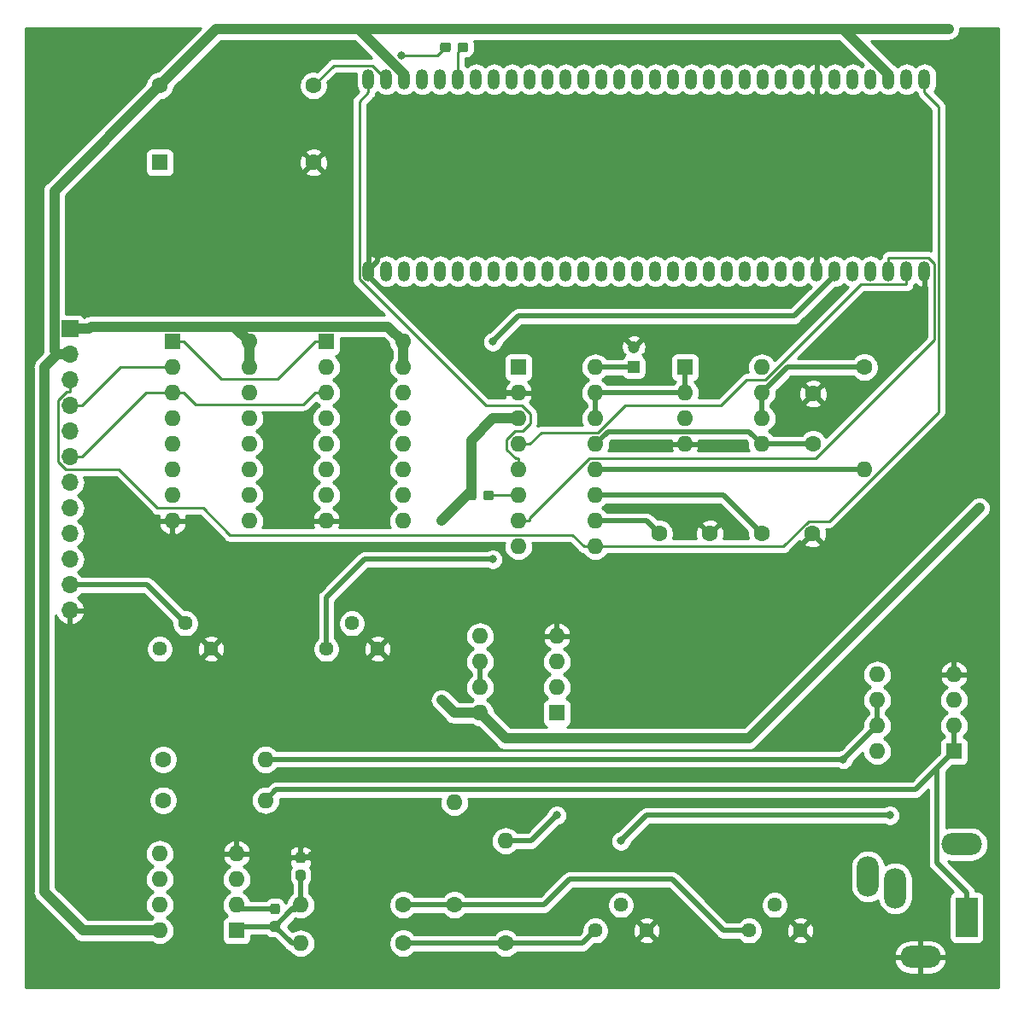
<source format=gtl>
G04 #@! TF.GenerationSoftware,KiCad,Pcbnew,(5.1.4)-1*
G04 #@! TF.CreationDate,2020-01-15T00:46:40+09:00*
G04 #@! TF.ProjectId,m5fm,6d35666d-2e6b-4696-9361-645f70636258,rev?*
G04 #@! TF.SameCoordinates,Original*
G04 #@! TF.FileFunction,Copper,L1,Top*
G04 #@! TF.FilePolarity,Positive*
%FSLAX46Y46*%
G04 Gerber Fmt 4.6, Leading zero omitted, Abs format (unit mm)*
G04 Created by KiCad (PCBNEW (5.1.4)-1) date 2020-01-15 00:46:40*
%MOMM*%
%LPD*%
G04 APERTURE LIST*
%ADD10C,0.100000*%
%ADD11C,0.950000*%
%ADD12C,1.600000*%
%ADD13O,1.200000X2.000000*%
%ADD14O,1.600000X1.600000*%
%ADD15R,1.600000X1.600000*%
%ADD16C,1.440000*%
%ADD17R,1.200000X1.200000*%
%ADD18C,1.200000*%
%ADD19R,1.700000X1.700000*%
%ADD20O,1.700000X1.700000*%
%ADD21R,2.200000X4.000000*%
%ADD22O,4.000000X2.200000*%
%ADD23O,2.200000X4.000000*%
%ADD24C,0.800000*%
%ADD25C,0.500000*%
%ADD26C,0.250000*%
%ADD27C,1.000000*%
%ADD28C,0.254000*%
G04 APERTURE END LIST*
D10*
G36*
X90430779Y-110361144D02*
G01*
X90453834Y-110364563D01*
X90476443Y-110370227D01*
X90498387Y-110378079D01*
X90519457Y-110388044D01*
X90539448Y-110400026D01*
X90558168Y-110413910D01*
X90575438Y-110429562D01*
X90591090Y-110446832D01*
X90604974Y-110465552D01*
X90616956Y-110485543D01*
X90626921Y-110506613D01*
X90634773Y-110528557D01*
X90640437Y-110551166D01*
X90643856Y-110574221D01*
X90645000Y-110597500D01*
X90645000Y-111172500D01*
X90643856Y-111195779D01*
X90640437Y-111218834D01*
X90634773Y-111241443D01*
X90626921Y-111263387D01*
X90616956Y-111284457D01*
X90604974Y-111304448D01*
X90591090Y-111323168D01*
X90575438Y-111340438D01*
X90558168Y-111356090D01*
X90539448Y-111369974D01*
X90519457Y-111381956D01*
X90498387Y-111391921D01*
X90476443Y-111399773D01*
X90453834Y-111405437D01*
X90430779Y-111408856D01*
X90407500Y-111410000D01*
X89932500Y-111410000D01*
X89909221Y-111408856D01*
X89886166Y-111405437D01*
X89863557Y-111399773D01*
X89841613Y-111391921D01*
X89820543Y-111381956D01*
X89800552Y-111369974D01*
X89781832Y-111356090D01*
X89764562Y-111340438D01*
X89748910Y-111323168D01*
X89735026Y-111304448D01*
X89723044Y-111284457D01*
X89713079Y-111263387D01*
X89705227Y-111241443D01*
X89699563Y-111218834D01*
X89696144Y-111195779D01*
X89695000Y-111172500D01*
X89695000Y-110597500D01*
X89696144Y-110574221D01*
X89699563Y-110551166D01*
X89705227Y-110528557D01*
X89713079Y-110506613D01*
X89723044Y-110485543D01*
X89735026Y-110465552D01*
X89748910Y-110446832D01*
X89764562Y-110429562D01*
X89781832Y-110413910D01*
X89800552Y-110400026D01*
X89820543Y-110388044D01*
X89841613Y-110378079D01*
X89863557Y-110370227D01*
X89886166Y-110364563D01*
X89909221Y-110361144D01*
X89932500Y-110360000D01*
X90407500Y-110360000D01*
X90430779Y-110361144D01*
X90430779Y-110361144D01*
G37*
D11*
X90170000Y-110885000D03*
D10*
G36*
X90430779Y-112111144D02*
G01*
X90453834Y-112114563D01*
X90476443Y-112120227D01*
X90498387Y-112128079D01*
X90519457Y-112138044D01*
X90539448Y-112150026D01*
X90558168Y-112163910D01*
X90575438Y-112179562D01*
X90591090Y-112196832D01*
X90604974Y-112215552D01*
X90616956Y-112235543D01*
X90626921Y-112256613D01*
X90634773Y-112278557D01*
X90640437Y-112301166D01*
X90643856Y-112324221D01*
X90645000Y-112347500D01*
X90645000Y-112922500D01*
X90643856Y-112945779D01*
X90640437Y-112968834D01*
X90634773Y-112991443D01*
X90626921Y-113013387D01*
X90616956Y-113034457D01*
X90604974Y-113054448D01*
X90591090Y-113073168D01*
X90575438Y-113090438D01*
X90558168Y-113106090D01*
X90539448Y-113119974D01*
X90519457Y-113131956D01*
X90498387Y-113141921D01*
X90476443Y-113149773D01*
X90453834Y-113155437D01*
X90430779Y-113158856D01*
X90407500Y-113160000D01*
X89932500Y-113160000D01*
X89909221Y-113158856D01*
X89886166Y-113155437D01*
X89863557Y-113149773D01*
X89841613Y-113141921D01*
X89820543Y-113131956D01*
X89800552Y-113119974D01*
X89781832Y-113106090D01*
X89764562Y-113090438D01*
X89748910Y-113073168D01*
X89735026Y-113054448D01*
X89723044Y-113034457D01*
X89713079Y-113013387D01*
X89705227Y-112991443D01*
X89699563Y-112968834D01*
X89696144Y-112945779D01*
X89695000Y-112922500D01*
X89695000Y-112347500D01*
X89696144Y-112324221D01*
X89699563Y-112301166D01*
X89705227Y-112278557D01*
X89713079Y-112256613D01*
X89723044Y-112235543D01*
X89735026Y-112215552D01*
X89748910Y-112196832D01*
X89764562Y-112179562D01*
X89781832Y-112163910D01*
X89800552Y-112150026D01*
X89820543Y-112138044D01*
X89841613Y-112128079D01*
X89863557Y-112120227D01*
X89886166Y-112114563D01*
X89909221Y-112111144D01*
X89932500Y-112110000D01*
X90407500Y-112110000D01*
X90430779Y-112111144D01*
X90430779Y-112111144D01*
G37*
D11*
X90170000Y-112635000D03*
D10*
G36*
X87890779Y-117191144D02*
G01*
X87913834Y-117194563D01*
X87936443Y-117200227D01*
X87958387Y-117208079D01*
X87979457Y-117218044D01*
X87999448Y-117230026D01*
X88018168Y-117243910D01*
X88035438Y-117259562D01*
X88051090Y-117276832D01*
X88064974Y-117295552D01*
X88076956Y-117315543D01*
X88086921Y-117336613D01*
X88094773Y-117358557D01*
X88100437Y-117381166D01*
X88103856Y-117404221D01*
X88105000Y-117427500D01*
X88105000Y-118002500D01*
X88103856Y-118025779D01*
X88100437Y-118048834D01*
X88094773Y-118071443D01*
X88086921Y-118093387D01*
X88076956Y-118114457D01*
X88064974Y-118134448D01*
X88051090Y-118153168D01*
X88035438Y-118170438D01*
X88018168Y-118186090D01*
X87999448Y-118199974D01*
X87979457Y-118211956D01*
X87958387Y-118221921D01*
X87936443Y-118229773D01*
X87913834Y-118235437D01*
X87890779Y-118238856D01*
X87867500Y-118240000D01*
X87392500Y-118240000D01*
X87369221Y-118238856D01*
X87346166Y-118235437D01*
X87323557Y-118229773D01*
X87301613Y-118221921D01*
X87280543Y-118211956D01*
X87260552Y-118199974D01*
X87241832Y-118186090D01*
X87224562Y-118170438D01*
X87208910Y-118153168D01*
X87195026Y-118134448D01*
X87183044Y-118114457D01*
X87173079Y-118093387D01*
X87165227Y-118071443D01*
X87159563Y-118048834D01*
X87156144Y-118025779D01*
X87155000Y-118002500D01*
X87155000Y-117427500D01*
X87156144Y-117404221D01*
X87159563Y-117381166D01*
X87165227Y-117358557D01*
X87173079Y-117336613D01*
X87183044Y-117315543D01*
X87195026Y-117295552D01*
X87208910Y-117276832D01*
X87224562Y-117259562D01*
X87241832Y-117243910D01*
X87260552Y-117230026D01*
X87280543Y-117218044D01*
X87301613Y-117208079D01*
X87323557Y-117200227D01*
X87346166Y-117194563D01*
X87369221Y-117191144D01*
X87392500Y-117190000D01*
X87867500Y-117190000D01*
X87890779Y-117191144D01*
X87890779Y-117191144D01*
G37*
D11*
X87630000Y-117715000D03*
D10*
G36*
X87890779Y-115441144D02*
G01*
X87913834Y-115444563D01*
X87936443Y-115450227D01*
X87958387Y-115458079D01*
X87979457Y-115468044D01*
X87999448Y-115480026D01*
X88018168Y-115493910D01*
X88035438Y-115509562D01*
X88051090Y-115526832D01*
X88064974Y-115545552D01*
X88076956Y-115565543D01*
X88086921Y-115586613D01*
X88094773Y-115608557D01*
X88100437Y-115631166D01*
X88103856Y-115654221D01*
X88105000Y-115677500D01*
X88105000Y-116252500D01*
X88103856Y-116275779D01*
X88100437Y-116298834D01*
X88094773Y-116321443D01*
X88086921Y-116343387D01*
X88076956Y-116364457D01*
X88064974Y-116384448D01*
X88051090Y-116403168D01*
X88035438Y-116420438D01*
X88018168Y-116436090D01*
X87999448Y-116449974D01*
X87979457Y-116461956D01*
X87958387Y-116471921D01*
X87936443Y-116479773D01*
X87913834Y-116485437D01*
X87890779Y-116488856D01*
X87867500Y-116490000D01*
X87392500Y-116490000D01*
X87369221Y-116488856D01*
X87346166Y-116485437D01*
X87323557Y-116479773D01*
X87301613Y-116471921D01*
X87280543Y-116461956D01*
X87260552Y-116449974D01*
X87241832Y-116436090D01*
X87224562Y-116420438D01*
X87208910Y-116403168D01*
X87195026Y-116384448D01*
X87183044Y-116364457D01*
X87173079Y-116343387D01*
X87165227Y-116321443D01*
X87159563Y-116298834D01*
X87156144Y-116275779D01*
X87155000Y-116252500D01*
X87155000Y-115677500D01*
X87156144Y-115654221D01*
X87159563Y-115631166D01*
X87165227Y-115608557D01*
X87173079Y-115586613D01*
X87183044Y-115565543D01*
X87195026Y-115545552D01*
X87208910Y-115526832D01*
X87224562Y-115509562D01*
X87241832Y-115493910D01*
X87260552Y-115480026D01*
X87280543Y-115468044D01*
X87301613Y-115458079D01*
X87323557Y-115450227D01*
X87346166Y-115444563D01*
X87369221Y-115441144D01*
X87392500Y-115440000D01*
X87867500Y-115440000D01*
X87890779Y-115441144D01*
X87890779Y-115441144D01*
G37*
D11*
X87630000Y-115965000D03*
D12*
X140970000Y-64850000D03*
X140970000Y-69850000D03*
D13*
X152019000Y-52705000D03*
X152019000Y-33655000D03*
X150241000Y-52705000D03*
X150241000Y-33655000D03*
X148463000Y-52705000D03*
X148463000Y-33655000D03*
X146685000Y-52705000D03*
X146685000Y-33655000D03*
X144907000Y-52705000D03*
X144907000Y-33655000D03*
X143129000Y-52705000D03*
X143129000Y-33655000D03*
X141351000Y-52705000D03*
X141351000Y-33655000D03*
X139573000Y-52705000D03*
X139573000Y-33655000D03*
X137795000Y-52705000D03*
X137795000Y-33655000D03*
X136017000Y-52705000D03*
X136017000Y-33655000D03*
X134239000Y-52705000D03*
X134239000Y-33655000D03*
X132461000Y-52705000D03*
X132461000Y-33655000D03*
X130683000Y-52705000D03*
X130683000Y-33655000D03*
X128905000Y-52705000D03*
X128905000Y-33655000D03*
X127127000Y-52705000D03*
X127127000Y-33655000D03*
X125349000Y-52705000D03*
X125349000Y-33655000D03*
X123571000Y-52705000D03*
X123571000Y-33655000D03*
X121793000Y-52705000D03*
X121793000Y-33655000D03*
X120015000Y-52705000D03*
X120015000Y-33655000D03*
X118237000Y-52705000D03*
X118237000Y-33655000D03*
X116459000Y-52705000D03*
X116459000Y-33655000D03*
X114681000Y-52705000D03*
X114681000Y-33655000D03*
X112903000Y-52705000D03*
X112903000Y-33655000D03*
X111125000Y-52705000D03*
X111125000Y-33655000D03*
X109347000Y-52705000D03*
X109347000Y-33655000D03*
X107569000Y-52705000D03*
X107569000Y-33655000D03*
X105791000Y-52705000D03*
X105791000Y-33655000D03*
X104013000Y-52705000D03*
X104013000Y-33655000D03*
X102235000Y-52705000D03*
X102235000Y-33655000D03*
X100457000Y-52705000D03*
X100457000Y-33655000D03*
X98679000Y-52705000D03*
X98679000Y-33655000D03*
X96901000Y-52705000D03*
X96901000Y-33655000D03*
D14*
X147320000Y-100330000D03*
X154940000Y-92710000D03*
X147320000Y-97790000D03*
X154940000Y-95250000D03*
X147320000Y-95250000D03*
X154940000Y-97790000D03*
X147320000Y-92710000D03*
D15*
X154940000Y-100330000D03*
D16*
X81280000Y-90170000D03*
X78740000Y-87630000D03*
X76200000Y-90170000D03*
D12*
X135890000Y-78740000D03*
X140890000Y-78740000D03*
X130730000Y-78740000D03*
X125730000Y-78740000D03*
D17*
X123190000Y-62230000D03*
D18*
X123190000Y-60230000D03*
D19*
X67310000Y-58420000D03*
D20*
X67310000Y-60960000D03*
X67310000Y-63500000D03*
X67310000Y-66040000D03*
X67310000Y-68580000D03*
X67310000Y-71120000D03*
X67310000Y-73660000D03*
X67310000Y-76200000D03*
X67310000Y-78740000D03*
X67310000Y-81280000D03*
X67310000Y-83820000D03*
X67310000Y-86360000D03*
D21*
X156210000Y-116840000D03*
D22*
X155710000Y-109540000D03*
D23*
X149110000Y-113940000D03*
X146410000Y-112740000D03*
D22*
X151610000Y-120740000D03*
D10*
G36*
X106595779Y-30006144D02*
G01*
X106618834Y-30009563D01*
X106641443Y-30015227D01*
X106663387Y-30023079D01*
X106684457Y-30033044D01*
X106704448Y-30045026D01*
X106723168Y-30058910D01*
X106740438Y-30074562D01*
X106756090Y-30091832D01*
X106769974Y-30110552D01*
X106781956Y-30130543D01*
X106791921Y-30151613D01*
X106799773Y-30173557D01*
X106805437Y-30196166D01*
X106808856Y-30219221D01*
X106810000Y-30242500D01*
X106810000Y-30717500D01*
X106808856Y-30740779D01*
X106805437Y-30763834D01*
X106799773Y-30786443D01*
X106791921Y-30808387D01*
X106781956Y-30829457D01*
X106769974Y-30849448D01*
X106756090Y-30868168D01*
X106740438Y-30885438D01*
X106723168Y-30901090D01*
X106704448Y-30914974D01*
X106684457Y-30926956D01*
X106663387Y-30936921D01*
X106641443Y-30944773D01*
X106618834Y-30950437D01*
X106595779Y-30953856D01*
X106572500Y-30955000D01*
X105997500Y-30955000D01*
X105974221Y-30953856D01*
X105951166Y-30950437D01*
X105928557Y-30944773D01*
X105906613Y-30936921D01*
X105885543Y-30926956D01*
X105865552Y-30914974D01*
X105846832Y-30901090D01*
X105829562Y-30885438D01*
X105813910Y-30868168D01*
X105800026Y-30849448D01*
X105788044Y-30829457D01*
X105778079Y-30808387D01*
X105770227Y-30786443D01*
X105764563Y-30763834D01*
X105761144Y-30740779D01*
X105760000Y-30717500D01*
X105760000Y-30242500D01*
X105761144Y-30219221D01*
X105764563Y-30196166D01*
X105770227Y-30173557D01*
X105778079Y-30151613D01*
X105788044Y-30130543D01*
X105800026Y-30110552D01*
X105813910Y-30091832D01*
X105829562Y-30074562D01*
X105846832Y-30058910D01*
X105865552Y-30045026D01*
X105885543Y-30033044D01*
X105906613Y-30023079D01*
X105928557Y-30015227D01*
X105951166Y-30009563D01*
X105974221Y-30006144D01*
X105997500Y-30005000D01*
X106572500Y-30005000D01*
X106595779Y-30006144D01*
X106595779Y-30006144D01*
G37*
D11*
X106285000Y-30480000D03*
D10*
G36*
X104845779Y-30006144D02*
G01*
X104868834Y-30009563D01*
X104891443Y-30015227D01*
X104913387Y-30023079D01*
X104934457Y-30033044D01*
X104954448Y-30045026D01*
X104973168Y-30058910D01*
X104990438Y-30074562D01*
X105006090Y-30091832D01*
X105019974Y-30110552D01*
X105031956Y-30130543D01*
X105041921Y-30151613D01*
X105049773Y-30173557D01*
X105055437Y-30196166D01*
X105058856Y-30219221D01*
X105060000Y-30242500D01*
X105060000Y-30717500D01*
X105058856Y-30740779D01*
X105055437Y-30763834D01*
X105049773Y-30786443D01*
X105041921Y-30808387D01*
X105031956Y-30829457D01*
X105019974Y-30849448D01*
X105006090Y-30868168D01*
X104990438Y-30885438D01*
X104973168Y-30901090D01*
X104954448Y-30914974D01*
X104934457Y-30926956D01*
X104913387Y-30936921D01*
X104891443Y-30944773D01*
X104868834Y-30950437D01*
X104845779Y-30953856D01*
X104822500Y-30955000D01*
X104247500Y-30955000D01*
X104224221Y-30953856D01*
X104201166Y-30950437D01*
X104178557Y-30944773D01*
X104156613Y-30936921D01*
X104135543Y-30926956D01*
X104115552Y-30914974D01*
X104096832Y-30901090D01*
X104079562Y-30885438D01*
X104063910Y-30868168D01*
X104050026Y-30849448D01*
X104038044Y-30829457D01*
X104028079Y-30808387D01*
X104020227Y-30786443D01*
X104014563Y-30763834D01*
X104011144Y-30740779D01*
X104010000Y-30717500D01*
X104010000Y-30242500D01*
X104011144Y-30219221D01*
X104014563Y-30196166D01*
X104020227Y-30173557D01*
X104028079Y-30151613D01*
X104038044Y-30130543D01*
X104050026Y-30110552D01*
X104063910Y-30091832D01*
X104079562Y-30074562D01*
X104096832Y-30058910D01*
X104115552Y-30045026D01*
X104135543Y-30033044D01*
X104156613Y-30023079D01*
X104178557Y-30015227D01*
X104201166Y-30009563D01*
X104224221Y-30006144D01*
X104247500Y-30005000D01*
X104822500Y-30005000D01*
X104845779Y-30006144D01*
X104845779Y-30006144D01*
G37*
D11*
X104535000Y-30480000D03*
D10*
G36*
X107385779Y-74456144D02*
G01*
X107408834Y-74459563D01*
X107431443Y-74465227D01*
X107453387Y-74473079D01*
X107474457Y-74483044D01*
X107494448Y-74495026D01*
X107513168Y-74508910D01*
X107530438Y-74524562D01*
X107546090Y-74541832D01*
X107559974Y-74560552D01*
X107571956Y-74580543D01*
X107581921Y-74601613D01*
X107589773Y-74623557D01*
X107595437Y-74646166D01*
X107598856Y-74669221D01*
X107600000Y-74692500D01*
X107600000Y-75167500D01*
X107598856Y-75190779D01*
X107595437Y-75213834D01*
X107589773Y-75236443D01*
X107581921Y-75258387D01*
X107571956Y-75279457D01*
X107559974Y-75299448D01*
X107546090Y-75318168D01*
X107530438Y-75335438D01*
X107513168Y-75351090D01*
X107494448Y-75364974D01*
X107474457Y-75376956D01*
X107453387Y-75386921D01*
X107431443Y-75394773D01*
X107408834Y-75400437D01*
X107385779Y-75403856D01*
X107362500Y-75405000D01*
X106787500Y-75405000D01*
X106764221Y-75403856D01*
X106741166Y-75400437D01*
X106718557Y-75394773D01*
X106696613Y-75386921D01*
X106675543Y-75376956D01*
X106655552Y-75364974D01*
X106636832Y-75351090D01*
X106619562Y-75335438D01*
X106603910Y-75318168D01*
X106590026Y-75299448D01*
X106578044Y-75279457D01*
X106568079Y-75258387D01*
X106560227Y-75236443D01*
X106554563Y-75213834D01*
X106551144Y-75190779D01*
X106550000Y-75167500D01*
X106550000Y-74692500D01*
X106551144Y-74669221D01*
X106554563Y-74646166D01*
X106560227Y-74623557D01*
X106568079Y-74601613D01*
X106578044Y-74580543D01*
X106590026Y-74560552D01*
X106603910Y-74541832D01*
X106619562Y-74524562D01*
X106636832Y-74508910D01*
X106655552Y-74495026D01*
X106675543Y-74483044D01*
X106696613Y-74473079D01*
X106718557Y-74465227D01*
X106741166Y-74459563D01*
X106764221Y-74456144D01*
X106787500Y-74455000D01*
X107362500Y-74455000D01*
X107385779Y-74456144D01*
X107385779Y-74456144D01*
G37*
D11*
X107075000Y-74930000D03*
D10*
G36*
X109135779Y-74456144D02*
G01*
X109158834Y-74459563D01*
X109181443Y-74465227D01*
X109203387Y-74473079D01*
X109224457Y-74483044D01*
X109244448Y-74495026D01*
X109263168Y-74508910D01*
X109280438Y-74524562D01*
X109296090Y-74541832D01*
X109309974Y-74560552D01*
X109321956Y-74580543D01*
X109331921Y-74601613D01*
X109339773Y-74623557D01*
X109345437Y-74646166D01*
X109348856Y-74669221D01*
X109350000Y-74692500D01*
X109350000Y-75167500D01*
X109348856Y-75190779D01*
X109345437Y-75213834D01*
X109339773Y-75236443D01*
X109331921Y-75258387D01*
X109321956Y-75279457D01*
X109309974Y-75299448D01*
X109296090Y-75318168D01*
X109280438Y-75335438D01*
X109263168Y-75351090D01*
X109244448Y-75364974D01*
X109224457Y-75376956D01*
X109203387Y-75386921D01*
X109181443Y-75394773D01*
X109158834Y-75400437D01*
X109135779Y-75403856D01*
X109112500Y-75405000D01*
X108537500Y-75405000D01*
X108514221Y-75403856D01*
X108491166Y-75400437D01*
X108468557Y-75394773D01*
X108446613Y-75386921D01*
X108425543Y-75376956D01*
X108405552Y-75364974D01*
X108386832Y-75351090D01*
X108369562Y-75335438D01*
X108353910Y-75318168D01*
X108340026Y-75299448D01*
X108328044Y-75279457D01*
X108318079Y-75258387D01*
X108310227Y-75236443D01*
X108304563Y-75213834D01*
X108301144Y-75190779D01*
X108300000Y-75167500D01*
X108300000Y-74692500D01*
X108301144Y-74669221D01*
X108304563Y-74646166D01*
X108310227Y-74623557D01*
X108318079Y-74601613D01*
X108328044Y-74580543D01*
X108340026Y-74560552D01*
X108353910Y-74541832D01*
X108369562Y-74524562D01*
X108386832Y-74508910D01*
X108405552Y-74495026D01*
X108425543Y-74483044D01*
X108446613Y-74473079D01*
X108468557Y-74465227D01*
X108491166Y-74459563D01*
X108514221Y-74456144D01*
X108537500Y-74455000D01*
X109112500Y-74455000D01*
X109135779Y-74456144D01*
X109135779Y-74456144D01*
G37*
D11*
X108825000Y-74930000D03*
D14*
X90170000Y-119380000D03*
D12*
X100330000Y-119380000D03*
X100330000Y-115570000D03*
D14*
X90170000Y-115570000D03*
X146050000Y-72390000D03*
D12*
X146050000Y-62230000D03*
X76535000Y-105185000D03*
D14*
X86695000Y-105185000D03*
D12*
X76535000Y-101135000D03*
D14*
X86695000Y-101135000D03*
X110490000Y-109220000D03*
D12*
X110490000Y-119380000D03*
X105410000Y-115570000D03*
D14*
X105410000Y-105410000D03*
D16*
X92710000Y-90170000D03*
X95250000Y-87630000D03*
X97790000Y-90170000D03*
X119380000Y-118110000D03*
X121920000Y-115570000D03*
X124460000Y-118110000D03*
X139700000Y-118110000D03*
X137160000Y-115570000D03*
X134620000Y-118110000D03*
D15*
X77470000Y-59690000D03*
D14*
X85090000Y-77470000D03*
X77470000Y-62230000D03*
X85090000Y-74930000D03*
X77470000Y-64770000D03*
X85090000Y-72390000D03*
X77470000Y-67310000D03*
X85090000Y-69850000D03*
X77470000Y-69850000D03*
X85090000Y-67310000D03*
X77470000Y-72390000D03*
X85090000Y-64770000D03*
X77470000Y-74930000D03*
X85090000Y-62230000D03*
X77470000Y-77470000D03*
X85090000Y-59690000D03*
D15*
X92710000Y-59690000D03*
D14*
X100330000Y-77470000D03*
X92710000Y-62230000D03*
X100330000Y-74930000D03*
X92710000Y-64770000D03*
X100330000Y-72390000D03*
X92710000Y-67310000D03*
X100330000Y-69850000D03*
X92710000Y-69850000D03*
X100330000Y-67310000D03*
X92710000Y-72390000D03*
X100330000Y-64770000D03*
X92710000Y-74930000D03*
X100330000Y-62230000D03*
X92710000Y-77470000D03*
X100330000Y-59690000D03*
X76200000Y-118110000D03*
X83820000Y-110490000D03*
X76200000Y-115570000D03*
X83820000Y-113030000D03*
X76200000Y-113030000D03*
X83820000Y-115570000D03*
X76200000Y-110490000D03*
D15*
X83820000Y-118110000D03*
D14*
X119380000Y-62230000D03*
X111760000Y-80010000D03*
X119380000Y-64770000D03*
X111760000Y-77470000D03*
X119380000Y-67310000D03*
X111760000Y-74930000D03*
X119380000Y-69850000D03*
X111760000Y-72390000D03*
X119380000Y-72390000D03*
X111760000Y-69850000D03*
X119380000Y-74930000D03*
X111760000Y-67310000D03*
X119380000Y-77470000D03*
X111760000Y-64770000D03*
X119380000Y-80010000D03*
D15*
X111760000Y-62230000D03*
X115570000Y-96520000D03*
D14*
X107950000Y-88900000D03*
X115570000Y-93980000D03*
X107950000Y-91440000D03*
X115570000Y-91440000D03*
X107950000Y-93980000D03*
X115570000Y-88900000D03*
X107950000Y-96520000D03*
X135890000Y-62230000D03*
X128270000Y-69850000D03*
X135890000Y-64770000D03*
X128270000Y-67310000D03*
X135890000Y-67310000D03*
X128270000Y-64770000D03*
X135890000Y-69850000D03*
D15*
X128270000Y-62230000D03*
X76200000Y-41910000D03*
D12*
X76200000Y-34290000D03*
X91440000Y-34290000D03*
X91440000Y-41910000D03*
D24*
X91262300Y-110596900D03*
X97790000Y-44450000D03*
X151130000Y-49530000D03*
X100135800Y-31308600D03*
X104140000Y-77470000D03*
X104140000Y-95250000D03*
X157480000Y-76200000D03*
X154420000Y-28690000D03*
X143975000Y-101135000D03*
X148590000Y-106680000D03*
X121920000Y-109220000D03*
X115570000Y-106680000D03*
X109220000Y-81280000D03*
X109220000Y-59690000D03*
D25*
X135890000Y-78740000D02*
X132080000Y-74930000D01*
X132080000Y-74930000D02*
X119380000Y-74930000D01*
D26*
X91262300Y-110596900D02*
X90458100Y-110596900D01*
X90458100Y-110596900D02*
X90170000Y-110885000D01*
D25*
X96901000Y-52598062D02*
X96901000Y-52705000D01*
X97790000Y-51709062D02*
X96901000Y-52598062D01*
X97790000Y-44450000D02*
X97790000Y-51709062D01*
X110628630Y-64770000D02*
X111760000Y-64770000D01*
X108566000Y-64770000D02*
X110628630Y-64770000D01*
X96901000Y-53105000D02*
X108566000Y-64770000D01*
X96901000Y-52705000D02*
X96901000Y-53105000D01*
X141351000Y-50419000D02*
X141351000Y-52705000D01*
X151130000Y-49530000D02*
X142240000Y-49530000D01*
X142240000Y-49530000D02*
X141351000Y-50419000D01*
X119380000Y-77470000D02*
X124460000Y-77470000D01*
X124460000Y-77470000D02*
X125730000Y-78740000D01*
X140970000Y-69850000D02*
X135890000Y-69850000D01*
X135890000Y-69850000D02*
X134640000Y-68600000D01*
X134640000Y-68600000D02*
X120630000Y-68600000D01*
X120630000Y-68600000D02*
X119380000Y-69850000D01*
D26*
X104535000Y-30480000D02*
X103706400Y-31308600D01*
X103706400Y-31308600D02*
X100135800Y-31308600D01*
D27*
X85090000Y-59690000D02*
X85090000Y-62230000D01*
X67310000Y-58420000D02*
X69160000Y-58420000D01*
X69160000Y-58420000D02*
X69390000Y-58190000D01*
X69390000Y-58190000D02*
X83590000Y-58190000D01*
X83590000Y-58190000D02*
X98830000Y-58190000D01*
X98830000Y-58190000D02*
X100330000Y-59690000D01*
X83590000Y-58190000D02*
X85090000Y-59690000D01*
X100330000Y-59690000D02*
X100330000Y-62230000D01*
X106877500Y-74732500D02*
X106680000Y-74930000D01*
X111760000Y-67310000D02*
X109220000Y-67310000D01*
X109220000Y-67310000D02*
X107075000Y-69455000D01*
X107075000Y-69455000D02*
X107075000Y-74535000D01*
X107075000Y-74535000D02*
X106877500Y-74732500D01*
D26*
X106877500Y-74732500D02*
X107075000Y-74930000D01*
D27*
X106362500Y-75247500D02*
X106680000Y-74930000D01*
X106045000Y-75565000D02*
X106362500Y-75247500D01*
X106362500Y-75247500D02*
X106045000Y-75565000D01*
X106680000Y-74930000D02*
X106362500Y-75247500D01*
X106045000Y-75565000D02*
X105410000Y-76200000D01*
X105410000Y-76200000D02*
X106045000Y-75565000D01*
X67310000Y-60960000D02*
X66107900Y-60960000D01*
X95952500Y-28690000D02*
X144030000Y-28690000D01*
X95770000Y-28690000D02*
X95952500Y-28690000D01*
X104140000Y-77470000D02*
X105410000Y-76200000D01*
X144030000Y-28690000D02*
X154420000Y-28690000D01*
X107950000Y-96520000D02*
X105410000Y-96520000D01*
X105410000Y-96520000D02*
X104140000Y-95250000D01*
X107950000Y-96520000D02*
X110490000Y-99060000D01*
X110490000Y-99060000D02*
X134620000Y-99060000D01*
X134620000Y-99060000D02*
X157480000Y-76200000D01*
X148463000Y-33655000D02*
X148463000Y-33194500D01*
X148463000Y-33194500D02*
X144030000Y-28761500D01*
X144030000Y-28761500D02*
X144030000Y-28690000D01*
X76200000Y-34290000D02*
X81800000Y-28690000D01*
X81800000Y-28690000D02*
X95770000Y-28690000D01*
X100457000Y-33655000D02*
X100457000Y-33194500D01*
X100457000Y-33194500D02*
X95952500Y-28690000D01*
X95952500Y-28690000D02*
X95770000Y-28690000D01*
X67310000Y-60960000D02*
X66107900Y-60960000D01*
X66107900Y-60960000D02*
X65760000Y-60612100D01*
X65760000Y-60612100D02*
X65760000Y-44730000D01*
X65760000Y-44730000D02*
X76200000Y-34290000D01*
X66107900Y-60960000D02*
X66040000Y-60960000D01*
X66040000Y-60960000D02*
X64770000Y-62230000D01*
X64770000Y-62230000D02*
X64770000Y-114300000D01*
X64770000Y-114300000D02*
X68580000Y-118110000D01*
X68580000Y-118110000D02*
X76200000Y-118110000D01*
D26*
X119380000Y-80010000D02*
X138020300Y-80010000D01*
X138020300Y-80010000D02*
X140517400Y-77512900D01*
X140517400Y-77512900D02*
X142556300Y-77512900D01*
X142556300Y-77512900D02*
X153415800Y-66653400D01*
X153415800Y-66653400D02*
X153415800Y-36377100D01*
X153415800Y-36377100D02*
X152019000Y-34980300D01*
X152019000Y-33655000D02*
X152019000Y-34980300D01*
X119380000Y-80010000D02*
X118254700Y-80010000D01*
X67310000Y-63500000D02*
X67310000Y-64675300D01*
X67310000Y-64675300D02*
X66942700Y-64675300D01*
X66942700Y-64675300D02*
X66120800Y-65497200D01*
X66120800Y-65497200D02*
X66120800Y-71595400D01*
X66120800Y-71595400D02*
X66915400Y-72390000D01*
X66915400Y-72390000D02*
X72161700Y-72390000D01*
X72161700Y-72390000D02*
X75971700Y-76200000D01*
X75971700Y-76200000D02*
X80490500Y-76200000D01*
X80490500Y-76200000D02*
X83175200Y-78884700D01*
X83175200Y-78884700D02*
X117129400Y-78884700D01*
X117129400Y-78884700D02*
X118254700Y-80010000D01*
X67310000Y-66040000D02*
X68485300Y-66040000D01*
X77470000Y-62230000D02*
X72295300Y-62230000D01*
X72295300Y-62230000D02*
X68485300Y-66040000D01*
X68485300Y-71120000D02*
X74835300Y-64770000D01*
X74835300Y-64770000D02*
X77470000Y-64770000D01*
X92710000Y-64770000D02*
X91584700Y-64770000D01*
X77470000Y-64770000D02*
X78595300Y-64770000D01*
X78595300Y-64770000D02*
X79720600Y-65895300D01*
X79720600Y-65895300D02*
X90459400Y-65895300D01*
X90459400Y-65895300D02*
X91584700Y-64770000D01*
X67310000Y-71120000D02*
X68485300Y-71120000D01*
X77470000Y-59690000D02*
X78595300Y-59690000D01*
X92710000Y-59690000D02*
X91584700Y-59690000D01*
X91584700Y-59690000D02*
X87883200Y-63391500D01*
X87883200Y-63391500D02*
X82296800Y-63391500D01*
X82296800Y-63391500D02*
X78595300Y-59690000D01*
D25*
X67310000Y-83820000D02*
X74930000Y-83820000D01*
X74930000Y-83820000D02*
X78740000Y-87630000D01*
X86695000Y-105185000D02*
X87740000Y-104140000D01*
X87740000Y-104140000D02*
X151130000Y-104140000D01*
X151130000Y-104140000D02*
X153260000Y-102010000D01*
X154940000Y-100330000D02*
X154940000Y-97790000D01*
X153260000Y-102010000D02*
X153260000Y-111390000D01*
X153260000Y-111390000D02*
X156210000Y-114340000D01*
X156210000Y-114340000D02*
X156210000Y-116840000D01*
X153260000Y-102010000D02*
X154940000Y-100330000D01*
X147320000Y-97790000D02*
X147320000Y-95250000D01*
X86695000Y-101135000D02*
X143975000Y-101135000D01*
X143975000Y-101135000D02*
X147320000Y-97790000D01*
X86800000Y-101240000D02*
X86695000Y-101135000D01*
D26*
X105791000Y-33655000D02*
X105791000Y-30974000D01*
X105791000Y-30974000D02*
X106285000Y-30480000D01*
X108825000Y-74930000D02*
X111760000Y-74930000D01*
X89188000Y-116157000D02*
X89583000Y-116157000D01*
X89583000Y-116157000D02*
X90170000Y-115570000D01*
D25*
X89188000Y-116157000D02*
X90170000Y-115175000D01*
X90170000Y-115175000D02*
X90170000Y-112635000D01*
X87630000Y-117715000D02*
X89188000Y-116157000D01*
X90170000Y-119380000D02*
X89295000Y-119380000D01*
X89295000Y-119380000D02*
X87630000Y-117715000D01*
X87630000Y-117715000D02*
X84215000Y-117715000D01*
X84215000Y-117715000D02*
X83820000Y-118110000D01*
X87630000Y-115965000D02*
X84215000Y-115965000D01*
X84215000Y-115965000D02*
X83820000Y-115570000D01*
X121920000Y-109220000D02*
X124460000Y-106680000D01*
X124460000Y-106680000D02*
X148590000Y-106680000D01*
X119380000Y-62230000D02*
X123190000Y-62230000D01*
X110490000Y-119380000D02*
X100330000Y-119380000D01*
X119380000Y-118110000D02*
X118110000Y-119380000D01*
X118110000Y-119380000D02*
X110490000Y-119380000D01*
X105410000Y-115570000D02*
X114300000Y-115570000D01*
X114300000Y-115570000D02*
X116840000Y-113030000D01*
X116840000Y-113030000D02*
X127000000Y-113030000D01*
X127000000Y-113030000D02*
X132080000Y-118110000D01*
X132080000Y-118110000D02*
X134620000Y-118110000D01*
X100330000Y-115570000D02*
X105410000Y-115570000D01*
X146050000Y-72390000D02*
X119380000Y-72390000D01*
X146050000Y-62230000D02*
X138430000Y-62230000D01*
X138430000Y-62230000D02*
X135890000Y-64770000D01*
X135890000Y-64770000D02*
X135890000Y-67310000D01*
X115570000Y-106680000D02*
X113030000Y-109220000D01*
X113030000Y-109220000D02*
X110490000Y-109220000D01*
X107950000Y-91440000D02*
X107950000Y-93980000D01*
X109220000Y-81280000D02*
X96520000Y-81280000D01*
X96520000Y-81280000D02*
X92710000Y-85090000D01*
X92710000Y-85090000D02*
X92710000Y-90170000D01*
X143129000Y-52705000D02*
X143129000Y-53105000D01*
X143129000Y-53105000D02*
X139084000Y-57150000D01*
X139084000Y-57150000D02*
X111760000Y-57150000D01*
X111760000Y-57150000D02*
X109220000Y-59690000D01*
D26*
X150241000Y-52705000D02*
X150241000Y-54030300D01*
X111760000Y-69850000D02*
X112885300Y-69850000D01*
X112885300Y-69850000D02*
X114010600Y-68724700D01*
X114010600Y-68724700D02*
X119624300Y-68724700D01*
X119624300Y-68724700D02*
X122309000Y-66040000D01*
X122309000Y-66040000D02*
X131851700Y-66040000D01*
X131851700Y-66040000D02*
X134391700Y-63500000D01*
X134391700Y-63500000D02*
X136236100Y-63500000D01*
X136236100Y-63500000D02*
X145705800Y-54030300D01*
X145705800Y-54030300D02*
X150241000Y-54030300D01*
X148463000Y-52705000D02*
X148463000Y-51379700D01*
X111760000Y-77470000D02*
X112885300Y-77470000D01*
X112885300Y-77470000D02*
X112885300Y-77188700D01*
X112885300Y-77188700D02*
X118816400Y-71257600D01*
X118816400Y-71257600D02*
X141222800Y-71257600D01*
X141222800Y-71257600D02*
X152965500Y-59514900D01*
X152965500Y-59514900D02*
X152965500Y-51940900D01*
X152965500Y-51940900D02*
X152404300Y-51379700D01*
X152404300Y-51379700D02*
X148463000Y-51379700D01*
X91440000Y-34290000D02*
X93440800Y-32289200D01*
X93440800Y-32289200D02*
X97313200Y-32289200D01*
X97313200Y-32289200D02*
X98679000Y-33655000D01*
X96901000Y-33655000D02*
X96901000Y-34980300D01*
X111760000Y-72390000D02*
X111760000Y-71264700D01*
X111760000Y-71264700D02*
X111478700Y-71264700D01*
X111478700Y-71264700D02*
X110618400Y-70404400D01*
X110618400Y-70404400D02*
X110618400Y-69380700D01*
X110618400Y-69380700D02*
X111419100Y-68580000D01*
X111419100Y-68580000D02*
X112148700Y-68580000D01*
X112148700Y-68580000D02*
X112916900Y-67811800D01*
X112916900Y-67811800D02*
X112916900Y-66826400D01*
X112916900Y-66826400D02*
X112130500Y-66040000D01*
X112130500Y-66040000D02*
X108512100Y-66040000D01*
X108512100Y-66040000D02*
X95975700Y-53503600D01*
X95975700Y-53503600D02*
X95975700Y-35905600D01*
X95975700Y-35905600D02*
X96901000Y-34980300D01*
D25*
X128270000Y-64770000D02*
X128270000Y-62230000D01*
X119380000Y-64770000D02*
X128270000Y-64770000D01*
X119380000Y-67310000D02*
X119380000Y-64770000D01*
D28*
G36*
X76022719Y-32862150D02*
G01*
X75781426Y-32910147D01*
X75520273Y-33018320D01*
X75285241Y-33175363D01*
X75085363Y-33375241D01*
X74928320Y-33610273D01*
X74820147Y-33871426D01*
X74772151Y-34112716D01*
X64996860Y-43888009D01*
X64953552Y-43923551D01*
X64811717Y-44096377D01*
X64755384Y-44201770D01*
X64706324Y-44293554D01*
X64641423Y-44507502D01*
X64619509Y-44730000D01*
X64625001Y-44785761D01*
X64625000Y-60556349D01*
X64619509Y-60612100D01*
X64625000Y-60667851D01*
X64634147Y-60760722D01*
X64006865Y-61388004D01*
X63963551Y-61423551D01*
X63821716Y-61596377D01*
X63747118Y-61735942D01*
X63716324Y-61793554D01*
X63651423Y-62007502D01*
X63629509Y-62230000D01*
X63635000Y-62285751D01*
X63635001Y-114244238D01*
X63629509Y-114300000D01*
X63651423Y-114522498D01*
X63716324Y-114736446D01*
X63722720Y-114748412D01*
X63821717Y-114933623D01*
X63963552Y-115106449D01*
X64006860Y-115141991D01*
X67738013Y-118873146D01*
X67773551Y-118916449D01*
X67816854Y-118951987D01*
X67816856Y-118951989D01*
X67946377Y-119058284D01*
X68143553Y-119163676D01*
X68357501Y-119228577D01*
X68580000Y-119250491D01*
X68635752Y-119245000D01*
X75320998Y-119245000D01*
X75398899Y-119308932D01*
X75648192Y-119442182D01*
X75918691Y-119524236D01*
X76129508Y-119545000D01*
X76270492Y-119545000D01*
X76481309Y-119524236D01*
X76751808Y-119442182D01*
X77001101Y-119308932D01*
X77219608Y-119129608D01*
X77398932Y-118911101D01*
X77532182Y-118661808D01*
X77614236Y-118391309D01*
X77641943Y-118110000D01*
X77614236Y-117828691D01*
X77532182Y-117558192D01*
X77398932Y-117308899D01*
X77219608Y-117090392D01*
X77001101Y-116911068D01*
X76868142Y-116840000D01*
X77001101Y-116768932D01*
X77219608Y-116589608D01*
X77398932Y-116371101D01*
X77532182Y-116121808D01*
X77614236Y-115851309D01*
X77641943Y-115570000D01*
X77614236Y-115288691D01*
X77532182Y-115018192D01*
X77398932Y-114768899D01*
X77219608Y-114550392D01*
X77001101Y-114371068D01*
X76868142Y-114300000D01*
X77001101Y-114228932D01*
X77219608Y-114049608D01*
X77398932Y-113831101D01*
X77532182Y-113581808D01*
X77614236Y-113311309D01*
X77641943Y-113030000D01*
X82378057Y-113030000D01*
X82405764Y-113311309D01*
X82487818Y-113581808D01*
X82621068Y-113831101D01*
X82800392Y-114049608D01*
X83018899Y-114228932D01*
X83151858Y-114300000D01*
X83018899Y-114371068D01*
X82800392Y-114550392D01*
X82621068Y-114768899D01*
X82487818Y-115018192D01*
X82405764Y-115288691D01*
X82378057Y-115570000D01*
X82405764Y-115851309D01*
X82487818Y-116121808D01*
X82621068Y-116371101D01*
X82800392Y-116589608D01*
X82913482Y-116682419D01*
X82895518Y-116684188D01*
X82775820Y-116720498D01*
X82665506Y-116779463D01*
X82568815Y-116858815D01*
X82489463Y-116955506D01*
X82430498Y-117065820D01*
X82394188Y-117185518D01*
X82381928Y-117310000D01*
X82381928Y-118910000D01*
X82394188Y-119034482D01*
X82430498Y-119154180D01*
X82489463Y-119264494D01*
X82568815Y-119361185D01*
X82665506Y-119440537D01*
X82775820Y-119499502D01*
X82895518Y-119535812D01*
X83020000Y-119548072D01*
X84620000Y-119548072D01*
X84744482Y-119535812D01*
X84864180Y-119499502D01*
X84974494Y-119440537D01*
X85071185Y-119361185D01*
X85150537Y-119264494D01*
X85209502Y-119154180D01*
X85245812Y-119034482D01*
X85258072Y-118910000D01*
X85258072Y-118600000D01*
X86755631Y-118600000D01*
X86773377Y-118621623D01*
X86906058Y-118730512D01*
X87057433Y-118811423D01*
X87221684Y-118861248D01*
X87392500Y-118878072D01*
X87541494Y-118878072D01*
X88638470Y-119975049D01*
X88666183Y-120008817D01*
X88699951Y-120036530D01*
X88699953Y-120036532D01*
X88800941Y-120119411D01*
X88954686Y-120201589D01*
X88998886Y-120214997D01*
X89150392Y-120399608D01*
X89368899Y-120578932D01*
X89618192Y-120712182D01*
X89888691Y-120794236D01*
X90099508Y-120815000D01*
X90240492Y-120815000D01*
X90451309Y-120794236D01*
X90721808Y-120712182D01*
X90971101Y-120578932D01*
X91189608Y-120399608D01*
X91368932Y-120181101D01*
X91502182Y-119931808D01*
X91584236Y-119661309D01*
X91611943Y-119380000D01*
X91598023Y-119238665D01*
X98895000Y-119238665D01*
X98895000Y-119521335D01*
X98950147Y-119798574D01*
X99058320Y-120059727D01*
X99215363Y-120294759D01*
X99415241Y-120494637D01*
X99650273Y-120651680D01*
X99911426Y-120759853D01*
X100188665Y-120815000D01*
X100471335Y-120815000D01*
X100748574Y-120759853D01*
X101009727Y-120651680D01*
X101244759Y-120494637D01*
X101444637Y-120294759D01*
X101464521Y-120265000D01*
X109355479Y-120265000D01*
X109375363Y-120294759D01*
X109575241Y-120494637D01*
X109810273Y-120651680D01*
X110071426Y-120759853D01*
X110348665Y-120815000D01*
X110631335Y-120815000D01*
X110908574Y-120759853D01*
X111169727Y-120651680D01*
X111404759Y-120494637D01*
X111555518Y-120343878D01*
X149020825Y-120343878D01*
X149138875Y-120613000D01*
X151483000Y-120613000D01*
X151483000Y-119005000D01*
X151737000Y-119005000D01*
X151737000Y-120613000D01*
X154081125Y-120613000D01*
X154199175Y-120343878D01*
X154161531Y-120193378D01*
X154023157Y-119881683D01*
X153826633Y-119602973D01*
X153579511Y-119367958D01*
X153291288Y-119185670D01*
X152973041Y-119063114D01*
X152637000Y-119005000D01*
X151737000Y-119005000D01*
X151483000Y-119005000D01*
X150583000Y-119005000D01*
X150246959Y-119063114D01*
X149928712Y-119185670D01*
X149640489Y-119367958D01*
X149393367Y-119602973D01*
X149196843Y-119881683D01*
X149058469Y-120193378D01*
X149020825Y-120343878D01*
X111555518Y-120343878D01*
X111604637Y-120294759D01*
X111624521Y-120265000D01*
X118066531Y-120265000D01*
X118110000Y-120269281D01*
X118153469Y-120265000D01*
X118153477Y-120265000D01*
X118283490Y-120252195D01*
X118450313Y-120201589D01*
X118604059Y-120119411D01*
X118738817Y-120008817D01*
X118766534Y-119975044D01*
X119276578Y-119465000D01*
X119513456Y-119465000D01*
X119775239Y-119412928D01*
X120021833Y-119310785D01*
X120243762Y-119162497D01*
X120360699Y-119045560D01*
X123704045Y-119045560D01*
X123765932Y-119281368D01*
X124007790Y-119394266D01*
X124267027Y-119457811D01*
X124533680Y-119469561D01*
X124797501Y-119429063D01*
X125048353Y-119337875D01*
X125154068Y-119281368D01*
X125215955Y-119045560D01*
X124460000Y-118289605D01*
X123704045Y-119045560D01*
X120360699Y-119045560D01*
X120432497Y-118973762D01*
X120580785Y-118751833D01*
X120682928Y-118505239D01*
X120735000Y-118243456D01*
X120735000Y-118183680D01*
X123100439Y-118183680D01*
X123140937Y-118447501D01*
X123232125Y-118698353D01*
X123288632Y-118804068D01*
X123524440Y-118865955D01*
X124280395Y-118110000D01*
X124639605Y-118110000D01*
X125395560Y-118865955D01*
X125631368Y-118804068D01*
X125744266Y-118562210D01*
X125807811Y-118302973D01*
X125819561Y-118036320D01*
X125779063Y-117772499D01*
X125687875Y-117521647D01*
X125631368Y-117415932D01*
X125395560Y-117354045D01*
X124639605Y-118110000D01*
X124280395Y-118110000D01*
X123524440Y-117354045D01*
X123288632Y-117415932D01*
X123175734Y-117657790D01*
X123112189Y-117917027D01*
X123100439Y-118183680D01*
X120735000Y-118183680D01*
X120735000Y-117976544D01*
X120682928Y-117714761D01*
X120580785Y-117468167D01*
X120432497Y-117246238D01*
X120360699Y-117174440D01*
X123704045Y-117174440D01*
X124460000Y-117930395D01*
X125215955Y-117174440D01*
X125154068Y-116938632D01*
X124912210Y-116825734D01*
X124652973Y-116762189D01*
X124386320Y-116750439D01*
X124122499Y-116790937D01*
X123871647Y-116882125D01*
X123765932Y-116938632D01*
X123704045Y-117174440D01*
X120360699Y-117174440D01*
X120243762Y-117057503D01*
X120021833Y-116909215D01*
X119775239Y-116807072D01*
X119513456Y-116755000D01*
X119246544Y-116755000D01*
X118984761Y-116807072D01*
X118738167Y-116909215D01*
X118516238Y-117057503D01*
X118327503Y-117246238D01*
X118179215Y-117468167D01*
X118077072Y-117714761D01*
X118025000Y-117976544D01*
X118025000Y-118213422D01*
X117743422Y-118495000D01*
X111624521Y-118495000D01*
X111604637Y-118465241D01*
X111404759Y-118265363D01*
X111169727Y-118108320D01*
X110908574Y-118000147D01*
X110631335Y-117945000D01*
X110348665Y-117945000D01*
X110071426Y-118000147D01*
X109810273Y-118108320D01*
X109575241Y-118265363D01*
X109375363Y-118465241D01*
X109355479Y-118495000D01*
X101464521Y-118495000D01*
X101444637Y-118465241D01*
X101244759Y-118265363D01*
X101009727Y-118108320D01*
X100748574Y-118000147D01*
X100471335Y-117945000D01*
X100188665Y-117945000D01*
X99911426Y-118000147D01*
X99650273Y-118108320D01*
X99415241Y-118265363D01*
X99215363Y-118465241D01*
X99058320Y-118700273D01*
X98950147Y-118961426D01*
X98895000Y-119238665D01*
X91598023Y-119238665D01*
X91584236Y-119098691D01*
X91502182Y-118828192D01*
X91368932Y-118578899D01*
X91189608Y-118360392D01*
X90971101Y-118181068D01*
X90721808Y-118047818D01*
X90451309Y-117965764D01*
X90240492Y-117945000D01*
X90099508Y-117945000D01*
X89888691Y-117965764D01*
X89618192Y-118047818D01*
X89368899Y-118181068D01*
X89357226Y-118190648D01*
X88881578Y-117715000D01*
X89676661Y-116919918D01*
X89888691Y-116984236D01*
X90099508Y-117005000D01*
X90240492Y-117005000D01*
X90451309Y-116984236D01*
X90721808Y-116902182D01*
X90971101Y-116768932D01*
X91189608Y-116589608D01*
X91368932Y-116371101D01*
X91502182Y-116121808D01*
X91584236Y-115851309D01*
X91611943Y-115570000D01*
X91598023Y-115428665D01*
X98895000Y-115428665D01*
X98895000Y-115711335D01*
X98950147Y-115988574D01*
X99058320Y-116249727D01*
X99215363Y-116484759D01*
X99415241Y-116684637D01*
X99650273Y-116841680D01*
X99911426Y-116949853D01*
X100188665Y-117005000D01*
X100471335Y-117005000D01*
X100748574Y-116949853D01*
X101009727Y-116841680D01*
X101244759Y-116684637D01*
X101444637Y-116484759D01*
X101464521Y-116455000D01*
X104275479Y-116455000D01*
X104295363Y-116484759D01*
X104495241Y-116684637D01*
X104730273Y-116841680D01*
X104991426Y-116949853D01*
X105268665Y-117005000D01*
X105551335Y-117005000D01*
X105828574Y-116949853D01*
X106089727Y-116841680D01*
X106324759Y-116684637D01*
X106524637Y-116484759D01*
X106544521Y-116455000D01*
X114256531Y-116455000D01*
X114300000Y-116459281D01*
X114343469Y-116455000D01*
X114343477Y-116455000D01*
X114473490Y-116442195D01*
X114640313Y-116391589D01*
X114794059Y-116309411D01*
X114928817Y-116198817D01*
X114956534Y-116165044D01*
X115685034Y-115436544D01*
X120565000Y-115436544D01*
X120565000Y-115703456D01*
X120617072Y-115965239D01*
X120719215Y-116211833D01*
X120867503Y-116433762D01*
X121056238Y-116622497D01*
X121278167Y-116770785D01*
X121524761Y-116872928D01*
X121786544Y-116925000D01*
X122053456Y-116925000D01*
X122315239Y-116872928D01*
X122561833Y-116770785D01*
X122783762Y-116622497D01*
X122972497Y-116433762D01*
X123120785Y-116211833D01*
X123222928Y-115965239D01*
X123275000Y-115703456D01*
X123275000Y-115436544D01*
X123222928Y-115174761D01*
X123120785Y-114928167D01*
X122972497Y-114706238D01*
X122783762Y-114517503D01*
X122561833Y-114369215D01*
X122315239Y-114267072D01*
X122053456Y-114215000D01*
X121786544Y-114215000D01*
X121524761Y-114267072D01*
X121278167Y-114369215D01*
X121056238Y-114517503D01*
X120867503Y-114706238D01*
X120719215Y-114928167D01*
X120617072Y-115174761D01*
X120565000Y-115436544D01*
X115685034Y-115436544D01*
X117206579Y-113915000D01*
X126633422Y-113915000D01*
X131423468Y-118705047D01*
X131451183Y-118738817D01*
X131484951Y-118766530D01*
X131484953Y-118766532D01*
X131530691Y-118804068D01*
X131585941Y-118849411D01*
X131739687Y-118931589D01*
X131906510Y-118982195D01*
X132036523Y-118995000D01*
X132036531Y-118995000D01*
X132080000Y-118999281D01*
X132123469Y-118995000D01*
X133588741Y-118995000D01*
X133756238Y-119162497D01*
X133978167Y-119310785D01*
X134224761Y-119412928D01*
X134486544Y-119465000D01*
X134753456Y-119465000D01*
X135015239Y-119412928D01*
X135261833Y-119310785D01*
X135483762Y-119162497D01*
X135600699Y-119045560D01*
X138944045Y-119045560D01*
X139005932Y-119281368D01*
X139247790Y-119394266D01*
X139507027Y-119457811D01*
X139773680Y-119469561D01*
X140037501Y-119429063D01*
X140288353Y-119337875D01*
X140394068Y-119281368D01*
X140455955Y-119045560D01*
X139700000Y-118289605D01*
X138944045Y-119045560D01*
X135600699Y-119045560D01*
X135672497Y-118973762D01*
X135820785Y-118751833D01*
X135922928Y-118505239D01*
X135975000Y-118243456D01*
X135975000Y-118183680D01*
X138340439Y-118183680D01*
X138380937Y-118447501D01*
X138472125Y-118698353D01*
X138528632Y-118804068D01*
X138764440Y-118865955D01*
X139520395Y-118110000D01*
X139879605Y-118110000D01*
X140635560Y-118865955D01*
X140871368Y-118804068D01*
X140984266Y-118562210D01*
X141047811Y-118302973D01*
X141059561Y-118036320D01*
X141019063Y-117772499D01*
X140927875Y-117521647D01*
X140871368Y-117415932D01*
X140635560Y-117354045D01*
X139879605Y-118110000D01*
X139520395Y-118110000D01*
X138764440Y-117354045D01*
X138528632Y-117415932D01*
X138415734Y-117657790D01*
X138352189Y-117917027D01*
X138340439Y-118183680D01*
X135975000Y-118183680D01*
X135975000Y-117976544D01*
X135922928Y-117714761D01*
X135820785Y-117468167D01*
X135672497Y-117246238D01*
X135600699Y-117174440D01*
X138944045Y-117174440D01*
X139700000Y-117930395D01*
X140455955Y-117174440D01*
X140394068Y-116938632D01*
X140152210Y-116825734D01*
X139892973Y-116762189D01*
X139626320Y-116750439D01*
X139362499Y-116790937D01*
X139111647Y-116882125D01*
X139005932Y-116938632D01*
X138944045Y-117174440D01*
X135600699Y-117174440D01*
X135483762Y-117057503D01*
X135261833Y-116909215D01*
X135015239Y-116807072D01*
X134753456Y-116755000D01*
X134486544Y-116755000D01*
X134224761Y-116807072D01*
X133978167Y-116909215D01*
X133756238Y-117057503D01*
X133588741Y-117225000D01*
X132446579Y-117225000D01*
X130658123Y-115436544D01*
X135805000Y-115436544D01*
X135805000Y-115703456D01*
X135857072Y-115965239D01*
X135959215Y-116211833D01*
X136107503Y-116433762D01*
X136296238Y-116622497D01*
X136518167Y-116770785D01*
X136764761Y-116872928D01*
X137026544Y-116925000D01*
X137293456Y-116925000D01*
X137555239Y-116872928D01*
X137801833Y-116770785D01*
X138023762Y-116622497D01*
X138212497Y-116433762D01*
X138360785Y-116211833D01*
X138462928Y-115965239D01*
X138515000Y-115703456D01*
X138515000Y-115436544D01*
X138462928Y-115174761D01*
X138360785Y-114928167D01*
X138212497Y-114706238D01*
X138023762Y-114517503D01*
X137801833Y-114369215D01*
X137555239Y-114267072D01*
X137293456Y-114215000D01*
X137026544Y-114215000D01*
X136764761Y-114267072D01*
X136518167Y-114369215D01*
X136296238Y-114517503D01*
X136107503Y-114706238D01*
X135959215Y-114928167D01*
X135857072Y-115174761D01*
X135805000Y-115436544D01*
X130658123Y-115436544D01*
X127656534Y-112434956D01*
X127628817Y-112401183D01*
X127494059Y-112290589D01*
X127340313Y-112208411D01*
X127173490Y-112157805D01*
X127043477Y-112145000D01*
X127043469Y-112145000D01*
X127000000Y-112140719D01*
X126956531Y-112145000D01*
X116883465Y-112145000D01*
X116839999Y-112140719D01*
X116796533Y-112145000D01*
X116796523Y-112145000D01*
X116666510Y-112157805D01*
X116499687Y-112208411D01*
X116345941Y-112290589D01*
X116345939Y-112290590D01*
X116345940Y-112290590D01*
X116244953Y-112373468D01*
X116244951Y-112373470D01*
X116211183Y-112401183D01*
X116183470Y-112434951D01*
X113933422Y-114685000D01*
X106544521Y-114685000D01*
X106524637Y-114655241D01*
X106324759Y-114455363D01*
X106089727Y-114298320D01*
X105828574Y-114190147D01*
X105551335Y-114135000D01*
X105268665Y-114135000D01*
X104991426Y-114190147D01*
X104730273Y-114298320D01*
X104495241Y-114455363D01*
X104295363Y-114655241D01*
X104275479Y-114685000D01*
X101464521Y-114685000D01*
X101444637Y-114655241D01*
X101244759Y-114455363D01*
X101009727Y-114298320D01*
X100748574Y-114190147D01*
X100471335Y-114135000D01*
X100188665Y-114135000D01*
X99911426Y-114190147D01*
X99650273Y-114298320D01*
X99415241Y-114455363D01*
X99215363Y-114655241D01*
X99058320Y-114890273D01*
X98950147Y-115151426D01*
X98895000Y-115428665D01*
X91598023Y-115428665D01*
X91584236Y-115288691D01*
X91502182Y-115018192D01*
X91368932Y-114768899D01*
X91189608Y-114550392D01*
X91055000Y-114439922D01*
X91055000Y-113507046D01*
X91135512Y-113408942D01*
X91216423Y-113257567D01*
X91266248Y-113093316D01*
X91283072Y-112922500D01*
X91283072Y-112347500D01*
X91266248Y-112176684D01*
X91216423Y-112012433D01*
X91135512Y-111861058D01*
X91115901Y-111837161D01*
X91175537Y-111764494D01*
X91180731Y-111754776D01*
X144675000Y-111754776D01*
X144675000Y-113725225D01*
X144700106Y-113980119D01*
X144799315Y-114307168D01*
X144960422Y-114608578D01*
X145177235Y-114872766D01*
X145441423Y-115089579D01*
X145742833Y-115250686D01*
X146069882Y-115349895D01*
X146410000Y-115383394D01*
X146750119Y-115349895D01*
X147077168Y-115250686D01*
X147378578Y-115089579D01*
X147390245Y-115080004D01*
X147400106Y-115180119D01*
X147499315Y-115507168D01*
X147660422Y-115808578D01*
X147877235Y-116072766D01*
X148141423Y-116289579D01*
X148442833Y-116450686D01*
X148769882Y-116549895D01*
X149110000Y-116583394D01*
X149450119Y-116549895D01*
X149777168Y-116450686D01*
X150078578Y-116289579D01*
X150342766Y-116072766D01*
X150559579Y-115808578D01*
X150720686Y-115507168D01*
X150819895Y-115180119D01*
X150845000Y-114925225D01*
X150845000Y-112954775D01*
X150819895Y-112699881D01*
X150720686Y-112372832D01*
X150559579Y-112071422D01*
X150342766Y-111807234D01*
X150078577Y-111590421D01*
X149777167Y-111429314D01*
X149450118Y-111330105D01*
X149110000Y-111296606D01*
X148769881Y-111330105D01*
X148442832Y-111429314D01*
X148141422Y-111590421D01*
X148129755Y-111599995D01*
X148119895Y-111499881D01*
X148020686Y-111172832D01*
X147859579Y-110871422D01*
X147642766Y-110607234D01*
X147378577Y-110390421D01*
X147077167Y-110229314D01*
X146750118Y-110130105D01*
X146410000Y-110096606D01*
X146069881Y-110130105D01*
X145742832Y-110229314D01*
X145441422Y-110390421D01*
X145177234Y-110607234D01*
X144960421Y-110871423D01*
X144799314Y-111172833D01*
X144700105Y-111499882D01*
X144675000Y-111754776D01*
X91180731Y-111754776D01*
X91234502Y-111654180D01*
X91270812Y-111534482D01*
X91283072Y-111410000D01*
X91280000Y-111170750D01*
X91121250Y-111012000D01*
X90297000Y-111012000D01*
X90297000Y-111032000D01*
X90043000Y-111032000D01*
X90043000Y-111012000D01*
X89218750Y-111012000D01*
X89060000Y-111170750D01*
X89056928Y-111410000D01*
X89069188Y-111534482D01*
X89105498Y-111654180D01*
X89164463Y-111764494D01*
X89224099Y-111837161D01*
X89204488Y-111861058D01*
X89123577Y-112012433D01*
X89073752Y-112176684D01*
X89056928Y-112347500D01*
X89056928Y-112922500D01*
X89073752Y-113093316D01*
X89123577Y-113257567D01*
X89204488Y-113408942D01*
X89285001Y-113507046D01*
X89285000Y-114439922D01*
X89150392Y-114550392D01*
X88971068Y-114768899D01*
X88837818Y-115018192D01*
X88755764Y-115288691D01*
X88750414Y-115343008D01*
X88693778Y-115399644D01*
X88676423Y-115342433D01*
X88595512Y-115191058D01*
X88486623Y-115058377D01*
X88353942Y-114949488D01*
X88202567Y-114868577D01*
X88038316Y-114818752D01*
X87867500Y-114801928D01*
X87392500Y-114801928D01*
X87221684Y-114818752D01*
X87057433Y-114868577D01*
X86906058Y-114949488D01*
X86773377Y-115058377D01*
X86755631Y-115080000D01*
X85170931Y-115080000D01*
X85152182Y-115018192D01*
X85018932Y-114768899D01*
X84839608Y-114550392D01*
X84621101Y-114371068D01*
X84488142Y-114300000D01*
X84621101Y-114228932D01*
X84839608Y-114049608D01*
X85018932Y-113831101D01*
X85152182Y-113581808D01*
X85234236Y-113311309D01*
X85261943Y-113030000D01*
X85234236Y-112748691D01*
X85152182Y-112478192D01*
X85018932Y-112228899D01*
X84839608Y-112010392D01*
X84621101Y-111831068D01*
X84483318Y-111757421D01*
X84675131Y-111642385D01*
X84883519Y-111453414D01*
X85051037Y-111227420D01*
X85171246Y-110973087D01*
X85211904Y-110839039D01*
X85089915Y-110617000D01*
X83947000Y-110617000D01*
X83947000Y-110637000D01*
X83693000Y-110637000D01*
X83693000Y-110617000D01*
X82550085Y-110617000D01*
X82428096Y-110839039D01*
X82468754Y-110973087D01*
X82588963Y-111227420D01*
X82756481Y-111453414D01*
X82964869Y-111642385D01*
X83156682Y-111757421D01*
X83018899Y-111831068D01*
X82800392Y-112010392D01*
X82621068Y-112228899D01*
X82487818Y-112478192D01*
X82405764Y-112748691D01*
X82378057Y-113030000D01*
X77641943Y-113030000D01*
X77614236Y-112748691D01*
X77532182Y-112478192D01*
X77398932Y-112228899D01*
X77219608Y-112010392D01*
X77001101Y-111831068D01*
X76868142Y-111760000D01*
X77001101Y-111688932D01*
X77219608Y-111509608D01*
X77398932Y-111291101D01*
X77532182Y-111041808D01*
X77614236Y-110771309D01*
X77641943Y-110490000D01*
X77614236Y-110208691D01*
X77593691Y-110140961D01*
X82428096Y-110140961D01*
X82550085Y-110363000D01*
X83693000Y-110363000D01*
X83693000Y-109219376D01*
X83947000Y-109219376D01*
X83947000Y-110363000D01*
X85089915Y-110363000D01*
X85091563Y-110360000D01*
X89056928Y-110360000D01*
X89060000Y-110599250D01*
X89218750Y-110758000D01*
X90043000Y-110758000D01*
X90043000Y-109883750D01*
X90297000Y-109883750D01*
X90297000Y-110758000D01*
X91121250Y-110758000D01*
X91280000Y-110599250D01*
X91283072Y-110360000D01*
X91270812Y-110235518D01*
X91234502Y-110115820D01*
X91175537Y-110005506D01*
X91096185Y-109908815D01*
X90999494Y-109829463D01*
X90889180Y-109770498D01*
X90769482Y-109734188D01*
X90645000Y-109721928D01*
X90455750Y-109725000D01*
X90297000Y-109883750D01*
X90043000Y-109883750D01*
X89884250Y-109725000D01*
X89695000Y-109721928D01*
X89570518Y-109734188D01*
X89450820Y-109770498D01*
X89340506Y-109829463D01*
X89243815Y-109908815D01*
X89164463Y-110005506D01*
X89105498Y-110115820D01*
X89069188Y-110235518D01*
X89056928Y-110360000D01*
X85091563Y-110360000D01*
X85211904Y-110140961D01*
X85171246Y-110006913D01*
X85051037Y-109752580D01*
X84883519Y-109526586D01*
X84675131Y-109337615D01*
X84479018Y-109220000D01*
X109048057Y-109220000D01*
X109075764Y-109501309D01*
X109157818Y-109771808D01*
X109291068Y-110021101D01*
X109470392Y-110239608D01*
X109688899Y-110418932D01*
X109938192Y-110552182D01*
X110208691Y-110634236D01*
X110419508Y-110655000D01*
X110560492Y-110655000D01*
X110771309Y-110634236D01*
X111041808Y-110552182D01*
X111291101Y-110418932D01*
X111509608Y-110239608D01*
X111620078Y-110105000D01*
X112986531Y-110105000D01*
X113030000Y-110109281D01*
X113073469Y-110105000D01*
X113073477Y-110105000D01*
X113203490Y-110092195D01*
X113370313Y-110041589D01*
X113524059Y-109959411D01*
X113658817Y-109848817D01*
X113686534Y-109815044D01*
X114383517Y-109118061D01*
X120885000Y-109118061D01*
X120885000Y-109321939D01*
X120924774Y-109521898D01*
X121002795Y-109710256D01*
X121116063Y-109879774D01*
X121260226Y-110023937D01*
X121429744Y-110137205D01*
X121618102Y-110215226D01*
X121818061Y-110255000D01*
X122021939Y-110255000D01*
X122221898Y-110215226D01*
X122410256Y-110137205D01*
X122579774Y-110023937D01*
X122723937Y-109879774D01*
X122837205Y-109710256D01*
X122915226Y-109521898D01*
X122926535Y-109465043D01*
X124826579Y-107565000D01*
X148051546Y-107565000D01*
X148099744Y-107597205D01*
X148288102Y-107675226D01*
X148488061Y-107715000D01*
X148691939Y-107715000D01*
X148891898Y-107675226D01*
X149080256Y-107597205D01*
X149249774Y-107483937D01*
X149393937Y-107339774D01*
X149507205Y-107170256D01*
X149585226Y-106981898D01*
X149625000Y-106781939D01*
X149625000Y-106578061D01*
X149585226Y-106378102D01*
X149507205Y-106189744D01*
X149393937Y-106020226D01*
X149249774Y-105876063D01*
X149080256Y-105762795D01*
X148891898Y-105684774D01*
X148691939Y-105645000D01*
X148488061Y-105645000D01*
X148288102Y-105684774D01*
X148099744Y-105762795D01*
X148051546Y-105795000D01*
X124503465Y-105795000D01*
X124459999Y-105790719D01*
X124416533Y-105795000D01*
X124416523Y-105795000D01*
X124286510Y-105807805D01*
X124119687Y-105858411D01*
X123965941Y-105940589D01*
X123965939Y-105940590D01*
X123965940Y-105940590D01*
X123864953Y-106023468D01*
X123864951Y-106023470D01*
X123831183Y-106051183D01*
X123803470Y-106084951D01*
X121674957Y-108213465D01*
X121618102Y-108224774D01*
X121429744Y-108302795D01*
X121260226Y-108416063D01*
X121116063Y-108560226D01*
X121002795Y-108729744D01*
X120924774Y-108918102D01*
X120885000Y-109118061D01*
X114383517Y-109118061D01*
X115815044Y-107686535D01*
X115871898Y-107675226D01*
X116060256Y-107597205D01*
X116229774Y-107483937D01*
X116373937Y-107339774D01*
X116487205Y-107170256D01*
X116565226Y-106981898D01*
X116605000Y-106781939D01*
X116605000Y-106578061D01*
X116565226Y-106378102D01*
X116487205Y-106189744D01*
X116373937Y-106020226D01*
X116229774Y-105876063D01*
X116060256Y-105762795D01*
X115871898Y-105684774D01*
X115671939Y-105645000D01*
X115468061Y-105645000D01*
X115268102Y-105684774D01*
X115079744Y-105762795D01*
X114910226Y-105876063D01*
X114766063Y-106020226D01*
X114652795Y-106189744D01*
X114574774Y-106378102D01*
X114563465Y-106434956D01*
X112663422Y-108335000D01*
X111620078Y-108335000D01*
X111509608Y-108200392D01*
X111291101Y-108021068D01*
X111041808Y-107887818D01*
X110771309Y-107805764D01*
X110560492Y-107785000D01*
X110419508Y-107785000D01*
X110208691Y-107805764D01*
X109938192Y-107887818D01*
X109688899Y-108021068D01*
X109470392Y-108200392D01*
X109291068Y-108418899D01*
X109157818Y-108668192D01*
X109075764Y-108938691D01*
X109048057Y-109220000D01*
X84479018Y-109220000D01*
X84433881Y-109192930D01*
X84169040Y-109098091D01*
X83947000Y-109219376D01*
X83693000Y-109219376D01*
X83470960Y-109098091D01*
X83206119Y-109192930D01*
X82964869Y-109337615D01*
X82756481Y-109526586D01*
X82588963Y-109752580D01*
X82468754Y-110006913D01*
X82428096Y-110140961D01*
X77593691Y-110140961D01*
X77532182Y-109938192D01*
X77398932Y-109688899D01*
X77219608Y-109470392D01*
X77001101Y-109291068D01*
X76751808Y-109157818D01*
X76481309Y-109075764D01*
X76270492Y-109055000D01*
X76129508Y-109055000D01*
X75918691Y-109075764D01*
X75648192Y-109157818D01*
X75398899Y-109291068D01*
X75180392Y-109470392D01*
X75001068Y-109688899D01*
X74867818Y-109938192D01*
X74785764Y-110208691D01*
X74758057Y-110490000D01*
X74785764Y-110771309D01*
X74867818Y-111041808D01*
X75001068Y-111291101D01*
X75180392Y-111509608D01*
X75398899Y-111688932D01*
X75531858Y-111760000D01*
X75398899Y-111831068D01*
X75180392Y-112010392D01*
X75001068Y-112228899D01*
X74867818Y-112478192D01*
X74785764Y-112748691D01*
X74758057Y-113030000D01*
X74785764Y-113311309D01*
X74867818Y-113581808D01*
X75001068Y-113831101D01*
X75180392Y-114049608D01*
X75398899Y-114228932D01*
X75531858Y-114300000D01*
X75398899Y-114371068D01*
X75180392Y-114550392D01*
X75001068Y-114768899D01*
X74867818Y-115018192D01*
X74785764Y-115288691D01*
X74758057Y-115570000D01*
X74785764Y-115851309D01*
X74867818Y-116121808D01*
X75001068Y-116371101D01*
X75180392Y-116589608D01*
X75398899Y-116768932D01*
X75531858Y-116840000D01*
X75398899Y-116911068D01*
X75320998Y-116975000D01*
X69050133Y-116975000D01*
X65905000Y-113829869D01*
X65905000Y-105043665D01*
X75100000Y-105043665D01*
X75100000Y-105326335D01*
X75155147Y-105603574D01*
X75263320Y-105864727D01*
X75420363Y-106099759D01*
X75620241Y-106299637D01*
X75855273Y-106456680D01*
X76116426Y-106564853D01*
X76393665Y-106620000D01*
X76676335Y-106620000D01*
X76953574Y-106564853D01*
X77214727Y-106456680D01*
X77449759Y-106299637D01*
X77649637Y-106099759D01*
X77806680Y-105864727D01*
X77914853Y-105603574D01*
X77970000Y-105326335D01*
X77970000Y-105185000D01*
X85253057Y-105185000D01*
X85280764Y-105466309D01*
X85362818Y-105736808D01*
X85496068Y-105986101D01*
X85675392Y-106204608D01*
X85893899Y-106383932D01*
X86143192Y-106517182D01*
X86413691Y-106599236D01*
X86624508Y-106620000D01*
X86765492Y-106620000D01*
X86976309Y-106599236D01*
X87246808Y-106517182D01*
X87496101Y-106383932D01*
X87714608Y-106204608D01*
X87893932Y-105986101D01*
X88027182Y-105736808D01*
X88109236Y-105466309D01*
X88136943Y-105185000D01*
X88121184Y-105025000D01*
X104027218Y-105025000D01*
X103995764Y-105128691D01*
X103968057Y-105410000D01*
X103995764Y-105691309D01*
X104077818Y-105961808D01*
X104211068Y-106211101D01*
X104390392Y-106429608D01*
X104608899Y-106608932D01*
X104858192Y-106742182D01*
X105128691Y-106824236D01*
X105339508Y-106845000D01*
X105480492Y-106845000D01*
X105691309Y-106824236D01*
X105961808Y-106742182D01*
X106211101Y-106608932D01*
X106429608Y-106429608D01*
X106608932Y-106211101D01*
X106742182Y-105961808D01*
X106824236Y-105691309D01*
X106851943Y-105410000D01*
X106824236Y-105128691D01*
X106792782Y-105025000D01*
X151086531Y-105025000D01*
X151130000Y-105029281D01*
X151173469Y-105025000D01*
X151173477Y-105025000D01*
X151303490Y-105012195D01*
X151470313Y-104961589D01*
X151624059Y-104879411D01*
X151758817Y-104768817D01*
X151786534Y-104735044D01*
X152375000Y-104146578D01*
X152375001Y-111346521D01*
X152370719Y-111390000D01*
X152387805Y-111563490D01*
X152438412Y-111730313D01*
X152520590Y-111884059D01*
X152603468Y-111985046D01*
X152603471Y-111985049D01*
X152631184Y-112018817D01*
X152664951Y-112046529D01*
X154868198Y-114249777D01*
X154865820Y-114250498D01*
X154755506Y-114309463D01*
X154658815Y-114388815D01*
X154579463Y-114485506D01*
X154520498Y-114595820D01*
X154484188Y-114715518D01*
X154471928Y-114840000D01*
X154471928Y-118840000D01*
X154484188Y-118964482D01*
X154520498Y-119084180D01*
X154579463Y-119194494D01*
X154658815Y-119291185D01*
X154755506Y-119370537D01*
X154865820Y-119429502D01*
X154985518Y-119465812D01*
X155110000Y-119478072D01*
X157310000Y-119478072D01*
X157434482Y-119465812D01*
X157554180Y-119429502D01*
X157664494Y-119370537D01*
X157761185Y-119291185D01*
X157840537Y-119194494D01*
X157899502Y-119084180D01*
X157935812Y-118964482D01*
X157948072Y-118840000D01*
X157948072Y-114840000D01*
X157935812Y-114715518D01*
X157899502Y-114595820D01*
X157840537Y-114485506D01*
X157761185Y-114388815D01*
X157664494Y-114309463D01*
X157554180Y-114250498D01*
X157434482Y-114214188D01*
X157310000Y-114201928D01*
X157085683Y-114201928D01*
X157082195Y-114166510D01*
X157031589Y-113999687D01*
X156949411Y-113845941D01*
X156910126Y-113798072D01*
X156866532Y-113744953D01*
X156866530Y-113744951D01*
X156838817Y-113711183D01*
X156805050Y-113683471D01*
X154328623Y-111207045D01*
X154469881Y-111249895D01*
X154724775Y-111275000D01*
X156695225Y-111275000D01*
X156950119Y-111249895D01*
X157277168Y-111150686D01*
X157578578Y-110989579D01*
X157842766Y-110772766D01*
X158059579Y-110508578D01*
X158220686Y-110207168D01*
X158319895Y-109880119D01*
X158353394Y-109540000D01*
X158319895Y-109199881D01*
X158220686Y-108872832D01*
X158059579Y-108571422D01*
X157842766Y-108307234D01*
X157578578Y-108090421D01*
X157277168Y-107929314D01*
X156950119Y-107830105D01*
X156695225Y-107805000D01*
X154724775Y-107805000D01*
X154469881Y-107830105D01*
X154145000Y-107928656D01*
X154145000Y-102376578D01*
X154753507Y-101768072D01*
X155740000Y-101768072D01*
X155864482Y-101755812D01*
X155984180Y-101719502D01*
X156094494Y-101660537D01*
X156191185Y-101581185D01*
X156270537Y-101484494D01*
X156329502Y-101374180D01*
X156365812Y-101254482D01*
X156378072Y-101130000D01*
X156378072Y-99530000D01*
X156365812Y-99405518D01*
X156329502Y-99285820D01*
X156270537Y-99175506D01*
X156191185Y-99078815D01*
X156094494Y-98999463D01*
X155984180Y-98940498D01*
X155864482Y-98904188D01*
X155846518Y-98902419D01*
X155959608Y-98809608D01*
X156138932Y-98591101D01*
X156272182Y-98341808D01*
X156354236Y-98071309D01*
X156381943Y-97790000D01*
X156354236Y-97508691D01*
X156272182Y-97238192D01*
X156138932Y-96988899D01*
X155959608Y-96770392D01*
X155741101Y-96591068D01*
X155608142Y-96520000D01*
X155741101Y-96448932D01*
X155959608Y-96269608D01*
X156138932Y-96051101D01*
X156272182Y-95801808D01*
X156354236Y-95531309D01*
X156381943Y-95250000D01*
X156354236Y-94968691D01*
X156272182Y-94698192D01*
X156138932Y-94448899D01*
X155959608Y-94230392D01*
X155741101Y-94051068D01*
X155603318Y-93977421D01*
X155795131Y-93862385D01*
X156003519Y-93673414D01*
X156171037Y-93447420D01*
X156291246Y-93193087D01*
X156331904Y-93059039D01*
X156209915Y-92837000D01*
X155067000Y-92837000D01*
X155067000Y-92857000D01*
X154813000Y-92857000D01*
X154813000Y-92837000D01*
X153670085Y-92837000D01*
X153548096Y-93059039D01*
X153588754Y-93193087D01*
X153708963Y-93447420D01*
X153876481Y-93673414D01*
X154084869Y-93862385D01*
X154276682Y-93977421D01*
X154138899Y-94051068D01*
X153920392Y-94230392D01*
X153741068Y-94448899D01*
X153607818Y-94698192D01*
X153525764Y-94968691D01*
X153498057Y-95250000D01*
X153525764Y-95531309D01*
X153607818Y-95801808D01*
X153741068Y-96051101D01*
X153920392Y-96269608D01*
X154138899Y-96448932D01*
X154271858Y-96520000D01*
X154138899Y-96591068D01*
X153920392Y-96770392D01*
X153741068Y-96988899D01*
X153607818Y-97238192D01*
X153525764Y-97508691D01*
X153498057Y-97790000D01*
X153525764Y-98071309D01*
X153607818Y-98341808D01*
X153741068Y-98591101D01*
X153920392Y-98809608D01*
X154033482Y-98902419D01*
X154015518Y-98904188D01*
X153895820Y-98940498D01*
X153785506Y-98999463D01*
X153688815Y-99078815D01*
X153609463Y-99175506D01*
X153550498Y-99285820D01*
X153514188Y-99405518D01*
X153501928Y-99530000D01*
X153501928Y-100516493D01*
X152664958Y-101353464D01*
X152664953Y-101353468D01*
X152664951Y-101353470D01*
X152631183Y-101381183D01*
X152603471Y-101414950D01*
X150763422Y-103255000D01*
X87783465Y-103255000D01*
X87739999Y-103250719D01*
X87696533Y-103255000D01*
X87696523Y-103255000D01*
X87566510Y-103267805D01*
X87399687Y-103318411D01*
X87245941Y-103400589D01*
X87245939Y-103400590D01*
X87245940Y-103400590D01*
X87144953Y-103483468D01*
X87144951Y-103483470D01*
X87111183Y-103511183D01*
X87083470Y-103544951D01*
X86868296Y-103760125D01*
X86765492Y-103750000D01*
X86624508Y-103750000D01*
X86413691Y-103770764D01*
X86143192Y-103852818D01*
X85893899Y-103986068D01*
X85675392Y-104165392D01*
X85496068Y-104383899D01*
X85362818Y-104633192D01*
X85280764Y-104903691D01*
X85253057Y-105185000D01*
X77970000Y-105185000D01*
X77970000Y-105043665D01*
X77914853Y-104766426D01*
X77806680Y-104505273D01*
X77649637Y-104270241D01*
X77449759Y-104070363D01*
X77214727Y-103913320D01*
X76953574Y-103805147D01*
X76676335Y-103750000D01*
X76393665Y-103750000D01*
X76116426Y-103805147D01*
X75855273Y-103913320D01*
X75620241Y-104070363D01*
X75420363Y-104270241D01*
X75263320Y-104505273D01*
X75155147Y-104766426D01*
X75100000Y-105043665D01*
X65905000Y-105043665D01*
X65905000Y-100993665D01*
X75100000Y-100993665D01*
X75100000Y-101276335D01*
X75155147Y-101553574D01*
X75263320Y-101814727D01*
X75420363Y-102049759D01*
X75620241Y-102249637D01*
X75855273Y-102406680D01*
X76116426Y-102514853D01*
X76393665Y-102570000D01*
X76676335Y-102570000D01*
X76953574Y-102514853D01*
X77214727Y-102406680D01*
X77449759Y-102249637D01*
X77649637Y-102049759D01*
X77806680Y-101814727D01*
X77914853Y-101553574D01*
X77970000Y-101276335D01*
X77970000Y-101135000D01*
X85253057Y-101135000D01*
X85280764Y-101416309D01*
X85362818Y-101686808D01*
X85496068Y-101936101D01*
X85675392Y-102154608D01*
X85893899Y-102333932D01*
X86143192Y-102467182D01*
X86413691Y-102549236D01*
X86624508Y-102570000D01*
X86765492Y-102570000D01*
X86976309Y-102549236D01*
X87246808Y-102467182D01*
X87496101Y-102333932D01*
X87714608Y-102154608D01*
X87825078Y-102020000D01*
X143436546Y-102020000D01*
X143484744Y-102052205D01*
X143673102Y-102130226D01*
X143873061Y-102170000D01*
X144076939Y-102170000D01*
X144276898Y-102130226D01*
X144465256Y-102052205D01*
X144634774Y-101938937D01*
X144778937Y-101794774D01*
X144892205Y-101625256D01*
X144970226Y-101436898D01*
X144981535Y-101380043D01*
X145891822Y-100469756D01*
X145905764Y-100611309D01*
X145987818Y-100881808D01*
X146121068Y-101131101D01*
X146300392Y-101349608D01*
X146518899Y-101528932D01*
X146768192Y-101662182D01*
X147038691Y-101744236D01*
X147249508Y-101765000D01*
X147390492Y-101765000D01*
X147601309Y-101744236D01*
X147871808Y-101662182D01*
X148121101Y-101528932D01*
X148339608Y-101349608D01*
X148518932Y-101131101D01*
X148652182Y-100881808D01*
X148734236Y-100611309D01*
X148761943Y-100330000D01*
X148734236Y-100048691D01*
X148652182Y-99778192D01*
X148518932Y-99528899D01*
X148339608Y-99310392D01*
X148121101Y-99131068D01*
X147988142Y-99060000D01*
X148121101Y-98988932D01*
X148339608Y-98809608D01*
X148518932Y-98591101D01*
X148652182Y-98341808D01*
X148734236Y-98071309D01*
X148761943Y-97790000D01*
X148734236Y-97508691D01*
X148652182Y-97238192D01*
X148518932Y-96988899D01*
X148339608Y-96770392D01*
X148205000Y-96659922D01*
X148205000Y-96380078D01*
X148339608Y-96269608D01*
X148518932Y-96051101D01*
X148652182Y-95801808D01*
X148734236Y-95531309D01*
X148761943Y-95250000D01*
X148734236Y-94968691D01*
X148652182Y-94698192D01*
X148518932Y-94448899D01*
X148339608Y-94230392D01*
X148121101Y-94051068D01*
X147988142Y-93980000D01*
X148121101Y-93908932D01*
X148339608Y-93729608D01*
X148518932Y-93511101D01*
X148652182Y-93261808D01*
X148734236Y-92991309D01*
X148761943Y-92710000D01*
X148734236Y-92428691D01*
X148713691Y-92360961D01*
X153548096Y-92360961D01*
X153670085Y-92583000D01*
X154813000Y-92583000D01*
X154813000Y-91439376D01*
X155067000Y-91439376D01*
X155067000Y-92583000D01*
X156209915Y-92583000D01*
X156331904Y-92360961D01*
X156291246Y-92226913D01*
X156171037Y-91972580D01*
X156003519Y-91746586D01*
X155795131Y-91557615D01*
X155553881Y-91412930D01*
X155289040Y-91318091D01*
X155067000Y-91439376D01*
X154813000Y-91439376D01*
X154590960Y-91318091D01*
X154326119Y-91412930D01*
X154084869Y-91557615D01*
X153876481Y-91746586D01*
X153708963Y-91972580D01*
X153588754Y-92226913D01*
X153548096Y-92360961D01*
X148713691Y-92360961D01*
X148652182Y-92158192D01*
X148518932Y-91908899D01*
X148339608Y-91690392D01*
X148121101Y-91511068D01*
X147871808Y-91377818D01*
X147601309Y-91295764D01*
X147390492Y-91275000D01*
X147249508Y-91275000D01*
X147038691Y-91295764D01*
X146768192Y-91377818D01*
X146518899Y-91511068D01*
X146300392Y-91690392D01*
X146121068Y-91908899D01*
X145987818Y-92158192D01*
X145905764Y-92428691D01*
X145878057Y-92710000D01*
X145905764Y-92991309D01*
X145987818Y-93261808D01*
X146121068Y-93511101D01*
X146300392Y-93729608D01*
X146518899Y-93908932D01*
X146651858Y-93980000D01*
X146518899Y-94051068D01*
X146300392Y-94230392D01*
X146121068Y-94448899D01*
X145987818Y-94698192D01*
X145905764Y-94968691D01*
X145878057Y-95250000D01*
X145905764Y-95531309D01*
X145987818Y-95801808D01*
X146121068Y-96051101D01*
X146300392Y-96269608D01*
X146435001Y-96380078D01*
X146435000Y-96659922D01*
X146300392Y-96770392D01*
X146121068Y-96988899D01*
X145987818Y-97238192D01*
X145905764Y-97508691D01*
X145878057Y-97790000D01*
X145895125Y-97963296D01*
X143729957Y-100128465D01*
X143673102Y-100139774D01*
X143484744Y-100217795D01*
X143436546Y-100250000D01*
X87825078Y-100250000D01*
X87714608Y-100115392D01*
X87496101Y-99936068D01*
X87246808Y-99802818D01*
X86976309Y-99720764D01*
X86765492Y-99700000D01*
X86624508Y-99700000D01*
X86413691Y-99720764D01*
X86143192Y-99802818D01*
X85893899Y-99936068D01*
X85675392Y-100115392D01*
X85496068Y-100333899D01*
X85362818Y-100583192D01*
X85280764Y-100853691D01*
X85253057Y-101135000D01*
X77970000Y-101135000D01*
X77970000Y-100993665D01*
X77914853Y-100716426D01*
X77806680Y-100455273D01*
X77649637Y-100220241D01*
X77449759Y-100020363D01*
X77214727Y-99863320D01*
X76953574Y-99755147D01*
X76676335Y-99700000D01*
X76393665Y-99700000D01*
X76116426Y-99755147D01*
X75855273Y-99863320D01*
X75620241Y-100020363D01*
X75420363Y-100220241D01*
X75263320Y-100455273D01*
X75155147Y-100716426D01*
X75100000Y-100993665D01*
X65905000Y-100993665D01*
X65905000Y-95250000D01*
X102999509Y-95250000D01*
X103021423Y-95472498D01*
X103086324Y-95686446D01*
X103191717Y-95883622D01*
X103298012Y-96013143D01*
X104568008Y-97283140D01*
X104603551Y-97326449D01*
X104776377Y-97468284D01*
X104973553Y-97573676D01*
X105114757Y-97616510D01*
X105187500Y-97638577D01*
X105208493Y-97640644D01*
X105354248Y-97655000D01*
X105354255Y-97655000D01*
X105409999Y-97660490D01*
X105465743Y-97655000D01*
X107070998Y-97655000D01*
X107148899Y-97718932D01*
X107398192Y-97852182D01*
X107668691Y-97934236D01*
X107768983Y-97944114D01*
X109648009Y-99823141D01*
X109683551Y-99866449D01*
X109856377Y-100008284D01*
X110053553Y-100113676D01*
X110267501Y-100178577D01*
X110434248Y-100195000D01*
X110434257Y-100195000D01*
X110489999Y-100200490D01*
X110545741Y-100195000D01*
X134564249Y-100195000D01*
X134620000Y-100200491D01*
X134675751Y-100195000D01*
X134675752Y-100195000D01*
X134842499Y-100178577D01*
X135056447Y-100113676D01*
X135253623Y-100008284D01*
X135426449Y-99866449D01*
X135461996Y-99823135D01*
X158321988Y-76963144D01*
X158428283Y-76833623D01*
X158533676Y-76636447D01*
X158598577Y-76422499D01*
X158620491Y-76200001D01*
X158598577Y-75977502D01*
X158533676Y-75763554D01*
X158428283Y-75566378D01*
X158286448Y-75393552D01*
X158113622Y-75251717D01*
X157916446Y-75146324D01*
X157702498Y-75081423D01*
X157479999Y-75059509D01*
X157257501Y-75081423D01*
X157043553Y-75146324D01*
X156846377Y-75251717D01*
X156716856Y-75358012D01*
X134149869Y-97925000D01*
X116563090Y-97925000D01*
X116614180Y-97909502D01*
X116724494Y-97850537D01*
X116821185Y-97771185D01*
X116900537Y-97674494D01*
X116959502Y-97564180D01*
X116995812Y-97444482D01*
X117008072Y-97320000D01*
X117008072Y-95720000D01*
X116995812Y-95595518D01*
X116959502Y-95475820D01*
X116900537Y-95365506D01*
X116821185Y-95268815D01*
X116724494Y-95189463D01*
X116614180Y-95130498D01*
X116494482Y-95094188D01*
X116476518Y-95092419D01*
X116589608Y-94999608D01*
X116768932Y-94781101D01*
X116902182Y-94531808D01*
X116984236Y-94261309D01*
X117011943Y-93980000D01*
X116984236Y-93698691D01*
X116902182Y-93428192D01*
X116768932Y-93178899D01*
X116589608Y-92960392D01*
X116371101Y-92781068D01*
X116238142Y-92710000D01*
X116371101Y-92638932D01*
X116589608Y-92459608D01*
X116768932Y-92241101D01*
X116902182Y-91991808D01*
X116984236Y-91721309D01*
X117011943Y-91440000D01*
X116984236Y-91158691D01*
X116902182Y-90888192D01*
X116768932Y-90638899D01*
X116589608Y-90420392D01*
X116371101Y-90241068D01*
X116233318Y-90167421D01*
X116425131Y-90052385D01*
X116633519Y-89863414D01*
X116801037Y-89637420D01*
X116921246Y-89383087D01*
X116961904Y-89249039D01*
X116839915Y-89027000D01*
X115697000Y-89027000D01*
X115697000Y-89047000D01*
X115443000Y-89047000D01*
X115443000Y-89027000D01*
X114300085Y-89027000D01*
X114178096Y-89249039D01*
X114218754Y-89383087D01*
X114338963Y-89637420D01*
X114506481Y-89863414D01*
X114714869Y-90052385D01*
X114906682Y-90167421D01*
X114768899Y-90241068D01*
X114550392Y-90420392D01*
X114371068Y-90638899D01*
X114237818Y-90888192D01*
X114155764Y-91158691D01*
X114128057Y-91440000D01*
X114155764Y-91721309D01*
X114237818Y-91991808D01*
X114371068Y-92241101D01*
X114550392Y-92459608D01*
X114768899Y-92638932D01*
X114901858Y-92710000D01*
X114768899Y-92781068D01*
X114550392Y-92960392D01*
X114371068Y-93178899D01*
X114237818Y-93428192D01*
X114155764Y-93698691D01*
X114128057Y-93980000D01*
X114155764Y-94261309D01*
X114237818Y-94531808D01*
X114371068Y-94781101D01*
X114550392Y-94999608D01*
X114663482Y-95092419D01*
X114645518Y-95094188D01*
X114525820Y-95130498D01*
X114415506Y-95189463D01*
X114318815Y-95268815D01*
X114239463Y-95365506D01*
X114180498Y-95475820D01*
X114144188Y-95595518D01*
X114131928Y-95720000D01*
X114131928Y-97320000D01*
X114144188Y-97444482D01*
X114180498Y-97564180D01*
X114239463Y-97674494D01*
X114318815Y-97771185D01*
X114415506Y-97850537D01*
X114525820Y-97909502D01*
X114576910Y-97925000D01*
X110960132Y-97925000D01*
X109374114Y-96338983D01*
X109364236Y-96238691D01*
X109282182Y-95968192D01*
X109148932Y-95718899D01*
X108969608Y-95500392D01*
X108751101Y-95321068D01*
X108618142Y-95250000D01*
X108751101Y-95178932D01*
X108969608Y-94999608D01*
X109148932Y-94781101D01*
X109282182Y-94531808D01*
X109364236Y-94261309D01*
X109391943Y-93980000D01*
X109364236Y-93698691D01*
X109282182Y-93428192D01*
X109148932Y-93178899D01*
X108969608Y-92960392D01*
X108835000Y-92849922D01*
X108835000Y-92570078D01*
X108969608Y-92459608D01*
X109148932Y-92241101D01*
X109282182Y-91991808D01*
X109364236Y-91721309D01*
X109391943Y-91440000D01*
X109364236Y-91158691D01*
X109282182Y-90888192D01*
X109148932Y-90638899D01*
X108969608Y-90420392D01*
X108751101Y-90241068D01*
X108618142Y-90170000D01*
X108751101Y-90098932D01*
X108969608Y-89919608D01*
X109148932Y-89701101D01*
X109282182Y-89451808D01*
X109364236Y-89181309D01*
X109391943Y-88900000D01*
X109364236Y-88618691D01*
X109343691Y-88550961D01*
X114178096Y-88550961D01*
X114300085Y-88773000D01*
X115443000Y-88773000D01*
X115443000Y-87629376D01*
X115697000Y-87629376D01*
X115697000Y-88773000D01*
X116839915Y-88773000D01*
X116961904Y-88550961D01*
X116921246Y-88416913D01*
X116801037Y-88162580D01*
X116633519Y-87936586D01*
X116425131Y-87747615D01*
X116183881Y-87602930D01*
X115919040Y-87508091D01*
X115697000Y-87629376D01*
X115443000Y-87629376D01*
X115220960Y-87508091D01*
X114956119Y-87602930D01*
X114714869Y-87747615D01*
X114506481Y-87936586D01*
X114338963Y-88162580D01*
X114218754Y-88416913D01*
X114178096Y-88550961D01*
X109343691Y-88550961D01*
X109282182Y-88348192D01*
X109148932Y-88098899D01*
X108969608Y-87880392D01*
X108751101Y-87701068D01*
X108501808Y-87567818D01*
X108231309Y-87485764D01*
X108020492Y-87465000D01*
X107879508Y-87465000D01*
X107668691Y-87485764D01*
X107398192Y-87567818D01*
X107148899Y-87701068D01*
X106930392Y-87880392D01*
X106751068Y-88098899D01*
X106617818Y-88348192D01*
X106535764Y-88618691D01*
X106508057Y-88900000D01*
X106535764Y-89181309D01*
X106617818Y-89451808D01*
X106751068Y-89701101D01*
X106930392Y-89919608D01*
X107148899Y-90098932D01*
X107281858Y-90170000D01*
X107148899Y-90241068D01*
X106930392Y-90420392D01*
X106751068Y-90638899D01*
X106617818Y-90888192D01*
X106535764Y-91158691D01*
X106508057Y-91440000D01*
X106535764Y-91721309D01*
X106617818Y-91991808D01*
X106751068Y-92241101D01*
X106930392Y-92459608D01*
X107065000Y-92570078D01*
X107065001Y-92849922D01*
X106930392Y-92960392D01*
X106751068Y-93178899D01*
X106617818Y-93428192D01*
X106535764Y-93698691D01*
X106508057Y-93980000D01*
X106535764Y-94261309D01*
X106617818Y-94531808D01*
X106751068Y-94781101D01*
X106930392Y-94999608D01*
X107148899Y-95178932D01*
X107281858Y-95250000D01*
X107148899Y-95321068D01*
X107070998Y-95385000D01*
X105880132Y-95385000D01*
X104903143Y-94408012D01*
X104773622Y-94301717D01*
X104576446Y-94196324D01*
X104362498Y-94131423D01*
X104140000Y-94109509D01*
X103917502Y-94131423D01*
X103703554Y-94196324D01*
X103506378Y-94301717D01*
X103333552Y-94443552D01*
X103191717Y-94616378D01*
X103086324Y-94813554D01*
X103021423Y-95027502D01*
X102999509Y-95250000D01*
X65905000Y-95250000D01*
X65905000Y-90036544D01*
X74845000Y-90036544D01*
X74845000Y-90303456D01*
X74897072Y-90565239D01*
X74999215Y-90811833D01*
X75147503Y-91033762D01*
X75336238Y-91222497D01*
X75558167Y-91370785D01*
X75804761Y-91472928D01*
X76066544Y-91525000D01*
X76333456Y-91525000D01*
X76595239Y-91472928D01*
X76841833Y-91370785D01*
X77063762Y-91222497D01*
X77180699Y-91105560D01*
X80524045Y-91105560D01*
X80585932Y-91341368D01*
X80827790Y-91454266D01*
X81087027Y-91517811D01*
X81353680Y-91529561D01*
X81617501Y-91489063D01*
X81868353Y-91397875D01*
X81974068Y-91341368D01*
X82035955Y-91105560D01*
X81280000Y-90349605D01*
X80524045Y-91105560D01*
X77180699Y-91105560D01*
X77252497Y-91033762D01*
X77400785Y-90811833D01*
X77502928Y-90565239D01*
X77555000Y-90303456D01*
X77555000Y-90243680D01*
X79920439Y-90243680D01*
X79960937Y-90507501D01*
X80052125Y-90758353D01*
X80108632Y-90864068D01*
X80344440Y-90925955D01*
X81100395Y-90170000D01*
X81459605Y-90170000D01*
X82215560Y-90925955D01*
X82451368Y-90864068D01*
X82564266Y-90622210D01*
X82627811Y-90362973D01*
X82639561Y-90096320D01*
X82630386Y-90036544D01*
X91355000Y-90036544D01*
X91355000Y-90303456D01*
X91407072Y-90565239D01*
X91509215Y-90811833D01*
X91657503Y-91033762D01*
X91846238Y-91222497D01*
X92068167Y-91370785D01*
X92314761Y-91472928D01*
X92576544Y-91525000D01*
X92843456Y-91525000D01*
X93105239Y-91472928D01*
X93351833Y-91370785D01*
X93573762Y-91222497D01*
X93690699Y-91105560D01*
X97034045Y-91105560D01*
X97095932Y-91341368D01*
X97337790Y-91454266D01*
X97597027Y-91517811D01*
X97863680Y-91529561D01*
X98127501Y-91489063D01*
X98378353Y-91397875D01*
X98484068Y-91341368D01*
X98545955Y-91105560D01*
X97790000Y-90349605D01*
X97034045Y-91105560D01*
X93690699Y-91105560D01*
X93762497Y-91033762D01*
X93910785Y-90811833D01*
X94012928Y-90565239D01*
X94065000Y-90303456D01*
X94065000Y-90243680D01*
X96430439Y-90243680D01*
X96470937Y-90507501D01*
X96562125Y-90758353D01*
X96618632Y-90864068D01*
X96854440Y-90925955D01*
X97610395Y-90170000D01*
X97969605Y-90170000D01*
X98725560Y-90925955D01*
X98961368Y-90864068D01*
X99074266Y-90622210D01*
X99137811Y-90362973D01*
X99149561Y-90096320D01*
X99109063Y-89832499D01*
X99017875Y-89581647D01*
X98961368Y-89475932D01*
X98725560Y-89414045D01*
X97969605Y-90170000D01*
X97610395Y-90170000D01*
X96854440Y-89414045D01*
X96618632Y-89475932D01*
X96505734Y-89717790D01*
X96442189Y-89977027D01*
X96430439Y-90243680D01*
X94065000Y-90243680D01*
X94065000Y-90036544D01*
X94012928Y-89774761D01*
X93910785Y-89528167D01*
X93762497Y-89306238D01*
X93690699Y-89234440D01*
X97034045Y-89234440D01*
X97790000Y-89990395D01*
X98545955Y-89234440D01*
X98484068Y-88998632D01*
X98242210Y-88885734D01*
X97982973Y-88822189D01*
X97716320Y-88810439D01*
X97452499Y-88850937D01*
X97201647Y-88942125D01*
X97095932Y-88998632D01*
X97034045Y-89234440D01*
X93690699Y-89234440D01*
X93595000Y-89138741D01*
X93595000Y-87496544D01*
X93895000Y-87496544D01*
X93895000Y-87763456D01*
X93947072Y-88025239D01*
X94049215Y-88271833D01*
X94197503Y-88493762D01*
X94386238Y-88682497D01*
X94608167Y-88830785D01*
X94854761Y-88932928D01*
X95116544Y-88985000D01*
X95383456Y-88985000D01*
X95645239Y-88932928D01*
X95891833Y-88830785D01*
X96113762Y-88682497D01*
X96302497Y-88493762D01*
X96450785Y-88271833D01*
X96552928Y-88025239D01*
X96605000Y-87763456D01*
X96605000Y-87496544D01*
X96552928Y-87234761D01*
X96450785Y-86988167D01*
X96302497Y-86766238D01*
X96113762Y-86577503D01*
X95891833Y-86429215D01*
X95645239Y-86327072D01*
X95383456Y-86275000D01*
X95116544Y-86275000D01*
X94854761Y-86327072D01*
X94608167Y-86429215D01*
X94386238Y-86577503D01*
X94197503Y-86766238D01*
X94049215Y-86988167D01*
X93947072Y-87234761D01*
X93895000Y-87496544D01*
X93595000Y-87496544D01*
X93595000Y-85456578D01*
X96886579Y-82165000D01*
X108681546Y-82165000D01*
X108729744Y-82197205D01*
X108918102Y-82275226D01*
X109118061Y-82315000D01*
X109321939Y-82315000D01*
X109521898Y-82275226D01*
X109710256Y-82197205D01*
X109879774Y-82083937D01*
X110023937Y-81939774D01*
X110137205Y-81770256D01*
X110215226Y-81581898D01*
X110255000Y-81381939D01*
X110255000Y-81178061D01*
X110215226Y-80978102D01*
X110137205Y-80789744D01*
X110023937Y-80620226D01*
X109879774Y-80476063D01*
X109710256Y-80362795D01*
X109521898Y-80284774D01*
X109321939Y-80245000D01*
X109118061Y-80245000D01*
X108918102Y-80284774D01*
X108729744Y-80362795D01*
X108681546Y-80395000D01*
X96563469Y-80395000D01*
X96520000Y-80390719D01*
X96476531Y-80395000D01*
X96476523Y-80395000D01*
X96346510Y-80407805D01*
X96179686Y-80458411D01*
X96025941Y-80540589D01*
X95924953Y-80623468D01*
X95924951Y-80623470D01*
X95891183Y-80651183D01*
X95863470Y-80684951D01*
X92114956Y-84433466D01*
X92081183Y-84461183D01*
X91970589Y-84595942D01*
X91888411Y-84749688D01*
X91837805Y-84916511D01*
X91825000Y-85046524D01*
X91825000Y-85046531D01*
X91820719Y-85090000D01*
X91825000Y-85133469D01*
X91825001Y-89138740D01*
X91657503Y-89306238D01*
X91509215Y-89528167D01*
X91407072Y-89774761D01*
X91355000Y-90036544D01*
X82630386Y-90036544D01*
X82599063Y-89832499D01*
X82507875Y-89581647D01*
X82451368Y-89475932D01*
X82215560Y-89414045D01*
X81459605Y-90170000D01*
X81100395Y-90170000D01*
X80344440Y-89414045D01*
X80108632Y-89475932D01*
X79995734Y-89717790D01*
X79932189Y-89977027D01*
X79920439Y-90243680D01*
X77555000Y-90243680D01*
X77555000Y-90036544D01*
X77502928Y-89774761D01*
X77400785Y-89528167D01*
X77252497Y-89306238D01*
X77180699Y-89234440D01*
X80524045Y-89234440D01*
X81280000Y-89990395D01*
X82035955Y-89234440D01*
X81974068Y-88998632D01*
X81732210Y-88885734D01*
X81472973Y-88822189D01*
X81206320Y-88810439D01*
X80942499Y-88850937D01*
X80691647Y-88942125D01*
X80585932Y-88998632D01*
X80524045Y-89234440D01*
X77180699Y-89234440D01*
X77063762Y-89117503D01*
X76841833Y-88969215D01*
X76595239Y-88867072D01*
X76333456Y-88815000D01*
X76066544Y-88815000D01*
X75804761Y-88867072D01*
X75558167Y-88969215D01*
X75336238Y-89117503D01*
X75147503Y-89306238D01*
X74999215Y-89528167D01*
X74897072Y-89774761D01*
X74845000Y-90036544D01*
X65905000Y-90036544D01*
X65905000Y-86837147D01*
X65913175Y-86864099D01*
X66038359Y-87126920D01*
X66212412Y-87360269D01*
X66428645Y-87555178D01*
X66678748Y-87704157D01*
X66953109Y-87801481D01*
X67183000Y-87680814D01*
X67183000Y-86487000D01*
X67437000Y-86487000D01*
X67437000Y-87680814D01*
X67666891Y-87801481D01*
X67941252Y-87704157D01*
X68191355Y-87555178D01*
X68407588Y-87360269D01*
X68581641Y-87126920D01*
X68706825Y-86864099D01*
X68751476Y-86716890D01*
X68630155Y-86487000D01*
X67437000Y-86487000D01*
X67183000Y-86487000D01*
X67163000Y-86487000D01*
X67163000Y-86233000D01*
X67183000Y-86233000D01*
X67183000Y-86213000D01*
X67437000Y-86213000D01*
X67437000Y-86233000D01*
X68630155Y-86233000D01*
X68751476Y-86003110D01*
X68706825Y-85855901D01*
X68581641Y-85593080D01*
X68407588Y-85359731D01*
X68191355Y-85164822D01*
X68074477Y-85095201D01*
X68139014Y-85060706D01*
X68365134Y-84875134D01*
X68504759Y-84705000D01*
X74563422Y-84705000D01*
X77385000Y-87526579D01*
X77385000Y-87763456D01*
X77437072Y-88025239D01*
X77539215Y-88271833D01*
X77687503Y-88493762D01*
X77876238Y-88682497D01*
X78098167Y-88830785D01*
X78344761Y-88932928D01*
X78606544Y-88985000D01*
X78873456Y-88985000D01*
X79135239Y-88932928D01*
X79381833Y-88830785D01*
X79603762Y-88682497D01*
X79792497Y-88493762D01*
X79940785Y-88271833D01*
X80042928Y-88025239D01*
X80095000Y-87763456D01*
X80095000Y-87496544D01*
X80042928Y-87234761D01*
X79940785Y-86988167D01*
X79792497Y-86766238D01*
X79603762Y-86577503D01*
X79381833Y-86429215D01*
X79135239Y-86327072D01*
X78873456Y-86275000D01*
X78636579Y-86275000D01*
X75586534Y-83224956D01*
X75558817Y-83191183D01*
X75424059Y-83080589D01*
X75270313Y-82998411D01*
X75103490Y-82947805D01*
X74973477Y-82935000D01*
X74973469Y-82935000D01*
X74930000Y-82930719D01*
X74886531Y-82935000D01*
X68504759Y-82935000D01*
X68365134Y-82764866D01*
X68139014Y-82579294D01*
X68084209Y-82550000D01*
X68139014Y-82520706D01*
X68365134Y-82335134D01*
X68550706Y-82109014D01*
X68688599Y-81851034D01*
X68773513Y-81571111D01*
X68802185Y-81280000D01*
X68773513Y-80988889D01*
X68688599Y-80708966D01*
X68550706Y-80450986D01*
X68365134Y-80224866D01*
X68139014Y-80039294D01*
X68084209Y-80010000D01*
X68139014Y-79980706D01*
X68365134Y-79795134D01*
X68550706Y-79569014D01*
X68688599Y-79311034D01*
X68773513Y-79031111D01*
X68802185Y-78740000D01*
X68773513Y-78448889D01*
X68688599Y-78168966D01*
X68550706Y-77910986D01*
X68475248Y-77819039D01*
X76078096Y-77819039D01*
X76118754Y-77953087D01*
X76238963Y-78207420D01*
X76406481Y-78433414D01*
X76614869Y-78622385D01*
X76856119Y-78767070D01*
X77120960Y-78861909D01*
X77343000Y-78740624D01*
X77343000Y-77597000D01*
X77597000Y-77597000D01*
X77597000Y-78740624D01*
X77819040Y-78861909D01*
X78083881Y-78767070D01*
X78325131Y-78622385D01*
X78533519Y-78433414D01*
X78701037Y-78207420D01*
X78821246Y-77953087D01*
X78861904Y-77819039D01*
X78739915Y-77597000D01*
X77597000Y-77597000D01*
X77343000Y-77597000D01*
X76200085Y-77597000D01*
X76078096Y-77819039D01*
X68475248Y-77819039D01*
X68365134Y-77684866D01*
X68139014Y-77499294D01*
X68084209Y-77470000D01*
X68139014Y-77440706D01*
X68365134Y-77255134D01*
X68550706Y-77029014D01*
X68688599Y-76771034D01*
X68773513Y-76491111D01*
X68802185Y-76200000D01*
X68773513Y-75908889D01*
X68688599Y-75628966D01*
X68550706Y-75370986D01*
X68365134Y-75144866D01*
X68139014Y-74959294D01*
X68084209Y-74930000D01*
X68139014Y-74900706D01*
X68365134Y-74715134D01*
X68550706Y-74489014D01*
X68688599Y-74231034D01*
X68773513Y-73951111D01*
X68802185Y-73660000D01*
X68773513Y-73368889D01*
X68707114Y-73150000D01*
X71846899Y-73150000D01*
X75407900Y-76711002D01*
X75431699Y-76740001D01*
X75547424Y-76834974D01*
X75679453Y-76905546D01*
X75822714Y-76949003D01*
X75934367Y-76960000D01*
X75934375Y-76960000D01*
X75971700Y-76963676D01*
X76009025Y-76960000D01*
X76131474Y-76960000D01*
X76118754Y-76986913D01*
X76078096Y-77120961D01*
X76200085Y-77343000D01*
X77343000Y-77343000D01*
X77343000Y-77323000D01*
X77597000Y-77323000D01*
X77597000Y-77343000D01*
X78739915Y-77343000D01*
X78861904Y-77120961D01*
X78821246Y-76986913D01*
X78808526Y-76960000D01*
X80175699Y-76960000D01*
X82611400Y-79395702D01*
X82635199Y-79424701D01*
X82664197Y-79448499D01*
X82750923Y-79519674D01*
X82813453Y-79553097D01*
X82882953Y-79590246D01*
X83026214Y-79633703D01*
X83137867Y-79644700D01*
X83137876Y-79644700D01*
X83175199Y-79648376D01*
X83212522Y-79644700D01*
X110371242Y-79644700D01*
X110345764Y-79728691D01*
X110318057Y-80010000D01*
X110345764Y-80291309D01*
X110427818Y-80561808D01*
X110561068Y-80811101D01*
X110740392Y-81029608D01*
X110958899Y-81208932D01*
X111208192Y-81342182D01*
X111478691Y-81424236D01*
X111689508Y-81445000D01*
X111830492Y-81445000D01*
X112041309Y-81424236D01*
X112311808Y-81342182D01*
X112561101Y-81208932D01*
X112779608Y-81029608D01*
X112958932Y-80811101D01*
X113092182Y-80561808D01*
X113174236Y-80291309D01*
X113201943Y-80010000D01*
X113174236Y-79728691D01*
X113148758Y-79644700D01*
X116814599Y-79644700D01*
X117690901Y-80521003D01*
X117714699Y-80550001D01*
X117743697Y-80573799D01*
X117830424Y-80644974D01*
X117962453Y-80715546D01*
X118105714Y-80759003D01*
X118155861Y-80763942D01*
X118181068Y-80811101D01*
X118360392Y-81029608D01*
X118578899Y-81208932D01*
X118828192Y-81342182D01*
X119098691Y-81424236D01*
X119309508Y-81445000D01*
X119450492Y-81445000D01*
X119661309Y-81424236D01*
X119931808Y-81342182D01*
X120181101Y-81208932D01*
X120399608Y-81029608D01*
X120578932Y-80811101D01*
X120600901Y-80770000D01*
X137982978Y-80770000D01*
X138020300Y-80773676D01*
X138057622Y-80770000D01*
X138057633Y-80770000D01*
X138169286Y-80759003D01*
X138312547Y-80715546D01*
X138444576Y-80644974D01*
X138560301Y-80550001D01*
X138584104Y-80520997D01*
X139372399Y-79732702D01*
X140076903Y-79732702D01*
X140148486Y-79976671D01*
X140403996Y-80097571D01*
X140678184Y-80166300D01*
X140960512Y-80180217D01*
X141240130Y-80138787D01*
X141506292Y-80043603D01*
X141631514Y-79976671D01*
X141703097Y-79732702D01*
X140890000Y-78919605D01*
X140076903Y-79732702D01*
X139372399Y-79732702D01*
X139642969Y-79462132D01*
X139653329Y-79481514D01*
X139897298Y-79553097D01*
X140710395Y-78740000D01*
X140696253Y-78725858D01*
X140875858Y-78546253D01*
X140890000Y-78560395D01*
X140904143Y-78546253D01*
X141083748Y-78725858D01*
X141069605Y-78740000D01*
X141882702Y-79553097D01*
X142126671Y-79481514D01*
X142247571Y-79226004D01*
X142316300Y-78951816D01*
X142330217Y-78669488D01*
X142288787Y-78389870D01*
X142246957Y-78272900D01*
X142518978Y-78272900D01*
X142556300Y-78276576D01*
X142593622Y-78272900D01*
X142593633Y-78272900D01*
X142705286Y-78261903D01*
X142848547Y-78218446D01*
X142980576Y-78147874D01*
X143096301Y-78052901D01*
X143120104Y-78023897D01*
X153926804Y-67217198D01*
X153955801Y-67193401D01*
X154050774Y-67077676D01*
X154121346Y-66945647D01*
X154164803Y-66802386D01*
X154175800Y-66690733D01*
X154175800Y-66690724D01*
X154179476Y-66653401D01*
X154175800Y-66616078D01*
X154175800Y-36414433D01*
X154179477Y-36377100D01*
X154164803Y-36228114D01*
X154121346Y-36084853D01*
X154050774Y-35952824D01*
X153979599Y-35866097D01*
X153955801Y-35837099D01*
X153926803Y-35813301D01*
X152963890Y-34850389D01*
X153050833Y-34744449D01*
X153165511Y-34529901D01*
X153236130Y-34297101D01*
X153254000Y-34115664D01*
X153254000Y-33194335D01*
X153236130Y-33012898D01*
X153165511Y-32780099D01*
X153050833Y-32565551D01*
X152896502Y-32377498D01*
X152708448Y-32223167D01*
X152493900Y-32108489D01*
X152261101Y-32037870D01*
X152019000Y-32014025D01*
X151776898Y-32037870D01*
X151544099Y-32108489D01*
X151329551Y-32223167D01*
X151141498Y-32377498D01*
X151130000Y-32391508D01*
X151118502Y-32377498D01*
X150930448Y-32223167D01*
X150715900Y-32108489D01*
X150483101Y-32037870D01*
X150241000Y-32014025D01*
X149998898Y-32037870D01*
X149766099Y-32108489D01*
X149551551Y-32223167D01*
X149363498Y-32377498D01*
X149352000Y-32391508D01*
X149340502Y-32377498D01*
X149152448Y-32223167D01*
X149032901Y-32159268D01*
X146698632Y-29825000D01*
X154475752Y-29825000D01*
X154642499Y-29808577D01*
X154856447Y-29743676D01*
X155053623Y-29638284D01*
X155226449Y-29496449D01*
X155368284Y-29323623D01*
X155473676Y-29126447D01*
X155538577Y-28912499D01*
X155560491Y-28690000D01*
X155554089Y-28625000D01*
X159335001Y-28625000D01*
X159335000Y-123775000D01*
X62915000Y-123775000D01*
X62915000Y-121136122D01*
X149020825Y-121136122D01*
X149058469Y-121286622D01*
X149196843Y-121598317D01*
X149393367Y-121877027D01*
X149640489Y-122112042D01*
X149928712Y-122294330D01*
X150246959Y-122416886D01*
X150583000Y-122475000D01*
X151483000Y-122475000D01*
X151483000Y-120867000D01*
X151737000Y-120867000D01*
X151737000Y-122475000D01*
X152637000Y-122475000D01*
X152973041Y-122416886D01*
X153291288Y-122294330D01*
X153579511Y-122112042D01*
X153826633Y-121877027D01*
X154023157Y-121598317D01*
X154161531Y-121286622D01*
X154199175Y-121136122D01*
X154081125Y-120867000D01*
X151737000Y-120867000D01*
X151483000Y-120867000D01*
X149138875Y-120867000D01*
X149020825Y-121136122D01*
X62915000Y-121136122D01*
X62915000Y-28625000D01*
X80259868Y-28625000D01*
X76022719Y-32862150D01*
X76022719Y-32862150D01*
G37*
X76022719Y-32862150D02*
X75781426Y-32910147D01*
X75520273Y-33018320D01*
X75285241Y-33175363D01*
X75085363Y-33375241D01*
X74928320Y-33610273D01*
X74820147Y-33871426D01*
X74772151Y-34112716D01*
X64996860Y-43888009D01*
X64953552Y-43923551D01*
X64811717Y-44096377D01*
X64755384Y-44201770D01*
X64706324Y-44293554D01*
X64641423Y-44507502D01*
X64619509Y-44730000D01*
X64625001Y-44785761D01*
X64625000Y-60556349D01*
X64619509Y-60612100D01*
X64625000Y-60667851D01*
X64634147Y-60760722D01*
X64006865Y-61388004D01*
X63963551Y-61423551D01*
X63821716Y-61596377D01*
X63747118Y-61735942D01*
X63716324Y-61793554D01*
X63651423Y-62007502D01*
X63629509Y-62230000D01*
X63635000Y-62285751D01*
X63635001Y-114244238D01*
X63629509Y-114300000D01*
X63651423Y-114522498D01*
X63716324Y-114736446D01*
X63722720Y-114748412D01*
X63821717Y-114933623D01*
X63963552Y-115106449D01*
X64006860Y-115141991D01*
X67738013Y-118873146D01*
X67773551Y-118916449D01*
X67816854Y-118951987D01*
X67816856Y-118951989D01*
X67946377Y-119058284D01*
X68143553Y-119163676D01*
X68357501Y-119228577D01*
X68580000Y-119250491D01*
X68635752Y-119245000D01*
X75320998Y-119245000D01*
X75398899Y-119308932D01*
X75648192Y-119442182D01*
X75918691Y-119524236D01*
X76129508Y-119545000D01*
X76270492Y-119545000D01*
X76481309Y-119524236D01*
X76751808Y-119442182D01*
X77001101Y-119308932D01*
X77219608Y-119129608D01*
X77398932Y-118911101D01*
X77532182Y-118661808D01*
X77614236Y-118391309D01*
X77641943Y-118110000D01*
X77614236Y-117828691D01*
X77532182Y-117558192D01*
X77398932Y-117308899D01*
X77219608Y-117090392D01*
X77001101Y-116911068D01*
X76868142Y-116840000D01*
X77001101Y-116768932D01*
X77219608Y-116589608D01*
X77398932Y-116371101D01*
X77532182Y-116121808D01*
X77614236Y-115851309D01*
X77641943Y-115570000D01*
X77614236Y-115288691D01*
X77532182Y-115018192D01*
X77398932Y-114768899D01*
X77219608Y-114550392D01*
X77001101Y-114371068D01*
X76868142Y-114300000D01*
X77001101Y-114228932D01*
X77219608Y-114049608D01*
X77398932Y-113831101D01*
X77532182Y-113581808D01*
X77614236Y-113311309D01*
X77641943Y-113030000D01*
X82378057Y-113030000D01*
X82405764Y-113311309D01*
X82487818Y-113581808D01*
X82621068Y-113831101D01*
X82800392Y-114049608D01*
X83018899Y-114228932D01*
X83151858Y-114300000D01*
X83018899Y-114371068D01*
X82800392Y-114550392D01*
X82621068Y-114768899D01*
X82487818Y-115018192D01*
X82405764Y-115288691D01*
X82378057Y-115570000D01*
X82405764Y-115851309D01*
X82487818Y-116121808D01*
X82621068Y-116371101D01*
X82800392Y-116589608D01*
X82913482Y-116682419D01*
X82895518Y-116684188D01*
X82775820Y-116720498D01*
X82665506Y-116779463D01*
X82568815Y-116858815D01*
X82489463Y-116955506D01*
X82430498Y-117065820D01*
X82394188Y-117185518D01*
X82381928Y-117310000D01*
X82381928Y-118910000D01*
X82394188Y-119034482D01*
X82430498Y-119154180D01*
X82489463Y-119264494D01*
X82568815Y-119361185D01*
X82665506Y-119440537D01*
X82775820Y-119499502D01*
X82895518Y-119535812D01*
X83020000Y-119548072D01*
X84620000Y-119548072D01*
X84744482Y-119535812D01*
X84864180Y-119499502D01*
X84974494Y-119440537D01*
X85071185Y-119361185D01*
X85150537Y-119264494D01*
X85209502Y-119154180D01*
X85245812Y-119034482D01*
X85258072Y-118910000D01*
X85258072Y-118600000D01*
X86755631Y-118600000D01*
X86773377Y-118621623D01*
X86906058Y-118730512D01*
X87057433Y-118811423D01*
X87221684Y-118861248D01*
X87392500Y-118878072D01*
X87541494Y-118878072D01*
X88638470Y-119975049D01*
X88666183Y-120008817D01*
X88699951Y-120036530D01*
X88699953Y-120036532D01*
X88800941Y-120119411D01*
X88954686Y-120201589D01*
X88998886Y-120214997D01*
X89150392Y-120399608D01*
X89368899Y-120578932D01*
X89618192Y-120712182D01*
X89888691Y-120794236D01*
X90099508Y-120815000D01*
X90240492Y-120815000D01*
X90451309Y-120794236D01*
X90721808Y-120712182D01*
X90971101Y-120578932D01*
X91189608Y-120399608D01*
X91368932Y-120181101D01*
X91502182Y-119931808D01*
X91584236Y-119661309D01*
X91611943Y-119380000D01*
X91598023Y-119238665D01*
X98895000Y-119238665D01*
X98895000Y-119521335D01*
X98950147Y-119798574D01*
X99058320Y-120059727D01*
X99215363Y-120294759D01*
X99415241Y-120494637D01*
X99650273Y-120651680D01*
X99911426Y-120759853D01*
X100188665Y-120815000D01*
X100471335Y-120815000D01*
X100748574Y-120759853D01*
X101009727Y-120651680D01*
X101244759Y-120494637D01*
X101444637Y-120294759D01*
X101464521Y-120265000D01*
X109355479Y-120265000D01*
X109375363Y-120294759D01*
X109575241Y-120494637D01*
X109810273Y-120651680D01*
X110071426Y-120759853D01*
X110348665Y-120815000D01*
X110631335Y-120815000D01*
X110908574Y-120759853D01*
X111169727Y-120651680D01*
X111404759Y-120494637D01*
X111555518Y-120343878D01*
X149020825Y-120343878D01*
X149138875Y-120613000D01*
X151483000Y-120613000D01*
X151483000Y-119005000D01*
X151737000Y-119005000D01*
X151737000Y-120613000D01*
X154081125Y-120613000D01*
X154199175Y-120343878D01*
X154161531Y-120193378D01*
X154023157Y-119881683D01*
X153826633Y-119602973D01*
X153579511Y-119367958D01*
X153291288Y-119185670D01*
X152973041Y-119063114D01*
X152637000Y-119005000D01*
X151737000Y-119005000D01*
X151483000Y-119005000D01*
X150583000Y-119005000D01*
X150246959Y-119063114D01*
X149928712Y-119185670D01*
X149640489Y-119367958D01*
X149393367Y-119602973D01*
X149196843Y-119881683D01*
X149058469Y-120193378D01*
X149020825Y-120343878D01*
X111555518Y-120343878D01*
X111604637Y-120294759D01*
X111624521Y-120265000D01*
X118066531Y-120265000D01*
X118110000Y-120269281D01*
X118153469Y-120265000D01*
X118153477Y-120265000D01*
X118283490Y-120252195D01*
X118450313Y-120201589D01*
X118604059Y-120119411D01*
X118738817Y-120008817D01*
X118766534Y-119975044D01*
X119276578Y-119465000D01*
X119513456Y-119465000D01*
X119775239Y-119412928D01*
X120021833Y-119310785D01*
X120243762Y-119162497D01*
X120360699Y-119045560D01*
X123704045Y-119045560D01*
X123765932Y-119281368D01*
X124007790Y-119394266D01*
X124267027Y-119457811D01*
X124533680Y-119469561D01*
X124797501Y-119429063D01*
X125048353Y-119337875D01*
X125154068Y-119281368D01*
X125215955Y-119045560D01*
X124460000Y-118289605D01*
X123704045Y-119045560D01*
X120360699Y-119045560D01*
X120432497Y-118973762D01*
X120580785Y-118751833D01*
X120682928Y-118505239D01*
X120735000Y-118243456D01*
X120735000Y-118183680D01*
X123100439Y-118183680D01*
X123140937Y-118447501D01*
X123232125Y-118698353D01*
X123288632Y-118804068D01*
X123524440Y-118865955D01*
X124280395Y-118110000D01*
X124639605Y-118110000D01*
X125395560Y-118865955D01*
X125631368Y-118804068D01*
X125744266Y-118562210D01*
X125807811Y-118302973D01*
X125819561Y-118036320D01*
X125779063Y-117772499D01*
X125687875Y-117521647D01*
X125631368Y-117415932D01*
X125395560Y-117354045D01*
X124639605Y-118110000D01*
X124280395Y-118110000D01*
X123524440Y-117354045D01*
X123288632Y-117415932D01*
X123175734Y-117657790D01*
X123112189Y-117917027D01*
X123100439Y-118183680D01*
X120735000Y-118183680D01*
X120735000Y-117976544D01*
X120682928Y-117714761D01*
X120580785Y-117468167D01*
X120432497Y-117246238D01*
X120360699Y-117174440D01*
X123704045Y-117174440D01*
X124460000Y-117930395D01*
X125215955Y-117174440D01*
X125154068Y-116938632D01*
X124912210Y-116825734D01*
X124652973Y-116762189D01*
X124386320Y-116750439D01*
X124122499Y-116790937D01*
X123871647Y-116882125D01*
X123765932Y-116938632D01*
X123704045Y-117174440D01*
X120360699Y-117174440D01*
X120243762Y-117057503D01*
X120021833Y-116909215D01*
X119775239Y-116807072D01*
X119513456Y-116755000D01*
X119246544Y-116755000D01*
X118984761Y-116807072D01*
X118738167Y-116909215D01*
X118516238Y-117057503D01*
X118327503Y-117246238D01*
X118179215Y-117468167D01*
X118077072Y-117714761D01*
X118025000Y-117976544D01*
X118025000Y-118213422D01*
X117743422Y-118495000D01*
X111624521Y-118495000D01*
X111604637Y-118465241D01*
X111404759Y-118265363D01*
X111169727Y-118108320D01*
X110908574Y-118000147D01*
X110631335Y-117945000D01*
X110348665Y-117945000D01*
X110071426Y-118000147D01*
X109810273Y-118108320D01*
X109575241Y-118265363D01*
X109375363Y-118465241D01*
X109355479Y-118495000D01*
X101464521Y-118495000D01*
X101444637Y-118465241D01*
X101244759Y-118265363D01*
X101009727Y-118108320D01*
X100748574Y-118000147D01*
X100471335Y-117945000D01*
X100188665Y-117945000D01*
X99911426Y-118000147D01*
X99650273Y-118108320D01*
X99415241Y-118265363D01*
X99215363Y-118465241D01*
X99058320Y-118700273D01*
X98950147Y-118961426D01*
X98895000Y-119238665D01*
X91598023Y-119238665D01*
X91584236Y-119098691D01*
X91502182Y-118828192D01*
X91368932Y-118578899D01*
X91189608Y-118360392D01*
X90971101Y-118181068D01*
X90721808Y-118047818D01*
X90451309Y-117965764D01*
X90240492Y-117945000D01*
X90099508Y-117945000D01*
X89888691Y-117965764D01*
X89618192Y-118047818D01*
X89368899Y-118181068D01*
X89357226Y-118190648D01*
X88881578Y-117715000D01*
X89676661Y-116919918D01*
X89888691Y-116984236D01*
X90099508Y-117005000D01*
X90240492Y-117005000D01*
X90451309Y-116984236D01*
X90721808Y-116902182D01*
X90971101Y-116768932D01*
X91189608Y-116589608D01*
X91368932Y-116371101D01*
X91502182Y-116121808D01*
X91584236Y-115851309D01*
X91611943Y-115570000D01*
X91598023Y-115428665D01*
X98895000Y-115428665D01*
X98895000Y-115711335D01*
X98950147Y-115988574D01*
X99058320Y-116249727D01*
X99215363Y-116484759D01*
X99415241Y-116684637D01*
X99650273Y-116841680D01*
X99911426Y-116949853D01*
X100188665Y-117005000D01*
X100471335Y-117005000D01*
X100748574Y-116949853D01*
X101009727Y-116841680D01*
X101244759Y-116684637D01*
X101444637Y-116484759D01*
X101464521Y-116455000D01*
X104275479Y-116455000D01*
X104295363Y-116484759D01*
X104495241Y-116684637D01*
X104730273Y-116841680D01*
X104991426Y-116949853D01*
X105268665Y-117005000D01*
X105551335Y-117005000D01*
X105828574Y-116949853D01*
X106089727Y-116841680D01*
X106324759Y-116684637D01*
X106524637Y-116484759D01*
X106544521Y-116455000D01*
X114256531Y-116455000D01*
X114300000Y-116459281D01*
X114343469Y-116455000D01*
X114343477Y-116455000D01*
X114473490Y-116442195D01*
X114640313Y-116391589D01*
X114794059Y-116309411D01*
X114928817Y-116198817D01*
X114956534Y-116165044D01*
X115685034Y-115436544D01*
X120565000Y-115436544D01*
X120565000Y-115703456D01*
X120617072Y-115965239D01*
X120719215Y-116211833D01*
X120867503Y-116433762D01*
X121056238Y-116622497D01*
X121278167Y-116770785D01*
X121524761Y-116872928D01*
X121786544Y-116925000D01*
X122053456Y-116925000D01*
X122315239Y-116872928D01*
X122561833Y-116770785D01*
X122783762Y-116622497D01*
X122972497Y-116433762D01*
X123120785Y-116211833D01*
X123222928Y-115965239D01*
X123275000Y-115703456D01*
X123275000Y-115436544D01*
X123222928Y-115174761D01*
X123120785Y-114928167D01*
X122972497Y-114706238D01*
X122783762Y-114517503D01*
X122561833Y-114369215D01*
X122315239Y-114267072D01*
X122053456Y-114215000D01*
X121786544Y-114215000D01*
X121524761Y-114267072D01*
X121278167Y-114369215D01*
X121056238Y-114517503D01*
X120867503Y-114706238D01*
X120719215Y-114928167D01*
X120617072Y-115174761D01*
X120565000Y-115436544D01*
X115685034Y-115436544D01*
X117206579Y-113915000D01*
X126633422Y-113915000D01*
X131423468Y-118705047D01*
X131451183Y-118738817D01*
X131484951Y-118766530D01*
X131484953Y-118766532D01*
X131530691Y-118804068D01*
X131585941Y-118849411D01*
X131739687Y-118931589D01*
X131906510Y-118982195D01*
X132036523Y-118995000D01*
X132036531Y-118995000D01*
X132080000Y-118999281D01*
X132123469Y-118995000D01*
X133588741Y-118995000D01*
X133756238Y-119162497D01*
X133978167Y-119310785D01*
X134224761Y-119412928D01*
X134486544Y-119465000D01*
X134753456Y-119465000D01*
X135015239Y-119412928D01*
X135261833Y-119310785D01*
X135483762Y-119162497D01*
X135600699Y-119045560D01*
X138944045Y-119045560D01*
X139005932Y-119281368D01*
X139247790Y-119394266D01*
X139507027Y-119457811D01*
X139773680Y-119469561D01*
X140037501Y-119429063D01*
X140288353Y-119337875D01*
X140394068Y-119281368D01*
X140455955Y-119045560D01*
X139700000Y-118289605D01*
X138944045Y-119045560D01*
X135600699Y-119045560D01*
X135672497Y-118973762D01*
X135820785Y-118751833D01*
X135922928Y-118505239D01*
X135975000Y-118243456D01*
X135975000Y-118183680D01*
X138340439Y-118183680D01*
X138380937Y-118447501D01*
X138472125Y-118698353D01*
X138528632Y-118804068D01*
X138764440Y-118865955D01*
X139520395Y-118110000D01*
X139879605Y-118110000D01*
X140635560Y-118865955D01*
X140871368Y-118804068D01*
X140984266Y-118562210D01*
X141047811Y-118302973D01*
X141059561Y-118036320D01*
X141019063Y-117772499D01*
X140927875Y-117521647D01*
X140871368Y-117415932D01*
X140635560Y-117354045D01*
X139879605Y-118110000D01*
X139520395Y-118110000D01*
X138764440Y-117354045D01*
X138528632Y-117415932D01*
X138415734Y-117657790D01*
X138352189Y-117917027D01*
X138340439Y-118183680D01*
X135975000Y-118183680D01*
X135975000Y-117976544D01*
X135922928Y-117714761D01*
X135820785Y-117468167D01*
X135672497Y-117246238D01*
X135600699Y-117174440D01*
X138944045Y-117174440D01*
X139700000Y-117930395D01*
X140455955Y-117174440D01*
X140394068Y-116938632D01*
X140152210Y-116825734D01*
X139892973Y-116762189D01*
X139626320Y-116750439D01*
X139362499Y-116790937D01*
X139111647Y-116882125D01*
X139005932Y-116938632D01*
X138944045Y-117174440D01*
X135600699Y-117174440D01*
X135483762Y-117057503D01*
X135261833Y-116909215D01*
X135015239Y-116807072D01*
X134753456Y-116755000D01*
X134486544Y-116755000D01*
X134224761Y-116807072D01*
X133978167Y-116909215D01*
X133756238Y-117057503D01*
X133588741Y-117225000D01*
X132446579Y-117225000D01*
X130658123Y-115436544D01*
X135805000Y-115436544D01*
X135805000Y-115703456D01*
X135857072Y-115965239D01*
X135959215Y-116211833D01*
X136107503Y-116433762D01*
X136296238Y-116622497D01*
X136518167Y-116770785D01*
X136764761Y-116872928D01*
X137026544Y-116925000D01*
X137293456Y-116925000D01*
X137555239Y-116872928D01*
X137801833Y-116770785D01*
X138023762Y-116622497D01*
X138212497Y-116433762D01*
X138360785Y-116211833D01*
X138462928Y-115965239D01*
X138515000Y-115703456D01*
X138515000Y-115436544D01*
X138462928Y-115174761D01*
X138360785Y-114928167D01*
X138212497Y-114706238D01*
X138023762Y-114517503D01*
X137801833Y-114369215D01*
X137555239Y-114267072D01*
X137293456Y-114215000D01*
X137026544Y-114215000D01*
X136764761Y-114267072D01*
X136518167Y-114369215D01*
X136296238Y-114517503D01*
X136107503Y-114706238D01*
X135959215Y-114928167D01*
X135857072Y-115174761D01*
X135805000Y-115436544D01*
X130658123Y-115436544D01*
X127656534Y-112434956D01*
X127628817Y-112401183D01*
X127494059Y-112290589D01*
X127340313Y-112208411D01*
X127173490Y-112157805D01*
X127043477Y-112145000D01*
X127043469Y-112145000D01*
X127000000Y-112140719D01*
X126956531Y-112145000D01*
X116883465Y-112145000D01*
X116839999Y-112140719D01*
X116796533Y-112145000D01*
X116796523Y-112145000D01*
X116666510Y-112157805D01*
X116499687Y-112208411D01*
X116345941Y-112290589D01*
X116345939Y-112290590D01*
X116345940Y-112290590D01*
X116244953Y-112373468D01*
X116244951Y-112373470D01*
X116211183Y-112401183D01*
X116183470Y-112434951D01*
X113933422Y-114685000D01*
X106544521Y-114685000D01*
X106524637Y-114655241D01*
X106324759Y-114455363D01*
X106089727Y-114298320D01*
X105828574Y-114190147D01*
X105551335Y-114135000D01*
X105268665Y-114135000D01*
X104991426Y-114190147D01*
X104730273Y-114298320D01*
X104495241Y-114455363D01*
X104295363Y-114655241D01*
X104275479Y-114685000D01*
X101464521Y-114685000D01*
X101444637Y-114655241D01*
X101244759Y-114455363D01*
X101009727Y-114298320D01*
X100748574Y-114190147D01*
X100471335Y-114135000D01*
X100188665Y-114135000D01*
X99911426Y-114190147D01*
X99650273Y-114298320D01*
X99415241Y-114455363D01*
X99215363Y-114655241D01*
X99058320Y-114890273D01*
X98950147Y-115151426D01*
X98895000Y-115428665D01*
X91598023Y-115428665D01*
X91584236Y-115288691D01*
X91502182Y-115018192D01*
X91368932Y-114768899D01*
X91189608Y-114550392D01*
X91055000Y-114439922D01*
X91055000Y-113507046D01*
X91135512Y-113408942D01*
X91216423Y-113257567D01*
X91266248Y-113093316D01*
X91283072Y-112922500D01*
X91283072Y-112347500D01*
X91266248Y-112176684D01*
X91216423Y-112012433D01*
X91135512Y-111861058D01*
X91115901Y-111837161D01*
X91175537Y-111764494D01*
X91180731Y-111754776D01*
X144675000Y-111754776D01*
X144675000Y-113725225D01*
X144700106Y-113980119D01*
X144799315Y-114307168D01*
X144960422Y-114608578D01*
X145177235Y-114872766D01*
X145441423Y-115089579D01*
X145742833Y-115250686D01*
X146069882Y-115349895D01*
X146410000Y-115383394D01*
X146750119Y-115349895D01*
X147077168Y-115250686D01*
X147378578Y-115089579D01*
X147390245Y-115080004D01*
X147400106Y-115180119D01*
X147499315Y-115507168D01*
X147660422Y-115808578D01*
X147877235Y-116072766D01*
X148141423Y-116289579D01*
X148442833Y-116450686D01*
X148769882Y-116549895D01*
X149110000Y-116583394D01*
X149450119Y-116549895D01*
X149777168Y-116450686D01*
X150078578Y-116289579D01*
X150342766Y-116072766D01*
X150559579Y-115808578D01*
X150720686Y-115507168D01*
X150819895Y-115180119D01*
X150845000Y-114925225D01*
X150845000Y-112954775D01*
X150819895Y-112699881D01*
X150720686Y-112372832D01*
X150559579Y-112071422D01*
X150342766Y-111807234D01*
X150078577Y-111590421D01*
X149777167Y-111429314D01*
X149450118Y-111330105D01*
X149110000Y-111296606D01*
X148769881Y-111330105D01*
X148442832Y-111429314D01*
X148141422Y-111590421D01*
X148129755Y-111599995D01*
X148119895Y-111499881D01*
X148020686Y-111172832D01*
X147859579Y-110871422D01*
X147642766Y-110607234D01*
X147378577Y-110390421D01*
X147077167Y-110229314D01*
X146750118Y-110130105D01*
X146410000Y-110096606D01*
X146069881Y-110130105D01*
X145742832Y-110229314D01*
X145441422Y-110390421D01*
X145177234Y-110607234D01*
X144960421Y-110871423D01*
X144799314Y-111172833D01*
X144700105Y-111499882D01*
X144675000Y-111754776D01*
X91180731Y-111754776D01*
X91234502Y-111654180D01*
X91270812Y-111534482D01*
X91283072Y-111410000D01*
X91280000Y-111170750D01*
X91121250Y-111012000D01*
X90297000Y-111012000D01*
X90297000Y-111032000D01*
X90043000Y-111032000D01*
X90043000Y-111012000D01*
X89218750Y-111012000D01*
X89060000Y-111170750D01*
X89056928Y-111410000D01*
X89069188Y-111534482D01*
X89105498Y-111654180D01*
X89164463Y-111764494D01*
X89224099Y-111837161D01*
X89204488Y-111861058D01*
X89123577Y-112012433D01*
X89073752Y-112176684D01*
X89056928Y-112347500D01*
X89056928Y-112922500D01*
X89073752Y-113093316D01*
X89123577Y-113257567D01*
X89204488Y-113408942D01*
X89285001Y-113507046D01*
X89285000Y-114439922D01*
X89150392Y-114550392D01*
X88971068Y-114768899D01*
X88837818Y-115018192D01*
X88755764Y-115288691D01*
X88750414Y-115343008D01*
X88693778Y-115399644D01*
X88676423Y-115342433D01*
X88595512Y-115191058D01*
X88486623Y-115058377D01*
X88353942Y-114949488D01*
X88202567Y-114868577D01*
X88038316Y-114818752D01*
X87867500Y-114801928D01*
X87392500Y-114801928D01*
X87221684Y-114818752D01*
X87057433Y-114868577D01*
X86906058Y-114949488D01*
X86773377Y-115058377D01*
X86755631Y-115080000D01*
X85170931Y-115080000D01*
X85152182Y-115018192D01*
X85018932Y-114768899D01*
X84839608Y-114550392D01*
X84621101Y-114371068D01*
X84488142Y-114300000D01*
X84621101Y-114228932D01*
X84839608Y-114049608D01*
X85018932Y-113831101D01*
X85152182Y-113581808D01*
X85234236Y-113311309D01*
X85261943Y-113030000D01*
X85234236Y-112748691D01*
X85152182Y-112478192D01*
X85018932Y-112228899D01*
X84839608Y-112010392D01*
X84621101Y-111831068D01*
X84483318Y-111757421D01*
X84675131Y-111642385D01*
X84883519Y-111453414D01*
X85051037Y-111227420D01*
X85171246Y-110973087D01*
X85211904Y-110839039D01*
X85089915Y-110617000D01*
X83947000Y-110617000D01*
X83947000Y-110637000D01*
X83693000Y-110637000D01*
X83693000Y-110617000D01*
X82550085Y-110617000D01*
X82428096Y-110839039D01*
X82468754Y-110973087D01*
X82588963Y-111227420D01*
X82756481Y-111453414D01*
X82964869Y-111642385D01*
X83156682Y-111757421D01*
X83018899Y-111831068D01*
X82800392Y-112010392D01*
X82621068Y-112228899D01*
X82487818Y-112478192D01*
X82405764Y-112748691D01*
X82378057Y-113030000D01*
X77641943Y-113030000D01*
X77614236Y-112748691D01*
X77532182Y-112478192D01*
X77398932Y-112228899D01*
X77219608Y-112010392D01*
X77001101Y-111831068D01*
X76868142Y-111760000D01*
X77001101Y-111688932D01*
X77219608Y-111509608D01*
X77398932Y-111291101D01*
X77532182Y-111041808D01*
X77614236Y-110771309D01*
X77641943Y-110490000D01*
X77614236Y-110208691D01*
X77593691Y-110140961D01*
X82428096Y-110140961D01*
X82550085Y-110363000D01*
X83693000Y-110363000D01*
X83693000Y-109219376D01*
X83947000Y-109219376D01*
X83947000Y-110363000D01*
X85089915Y-110363000D01*
X85091563Y-110360000D01*
X89056928Y-110360000D01*
X89060000Y-110599250D01*
X89218750Y-110758000D01*
X90043000Y-110758000D01*
X90043000Y-109883750D01*
X90297000Y-109883750D01*
X90297000Y-110758000D01*
X91121250Y-110758000D01*
X91280000Y-110599250D01*
X91283072Y-110360000D01*
X91270812Y-110235518D01*
X91234502Y-110115820D01*
X91175537Y-110005506D01*
X91096185Y-109908815D01*
X90999494Y-109829463D01*
X90889180Y-109770498D01*
X90769482Y-109734188D01*
X90645000Y-109721928D01*
X90455750Y-109725000D01*
X90297000Y-109883750D01*
X90043000Y-109883750D01*
X89884250Y-109725000D01*
X89695000Y-109721928D01*
X89570518Y-109734188D01*
X89450820Y-109770498D01*
X89340506Y-109829463D01*
X89243815Y-109908815D01*
X89164463Y-110005506D01*
X89105498Y-110115820D01*
X89069188Y-110235518D01*
X89056928Y-110360000D01*
X85091563Y-110360000D01*
X85211904Y-110140961D01*
X85171246Y-110006913D01*
X85051037Y-109752580D01*
X84883519Y-109526586D01*
X84675131Y-109337615D01*
X84479018Y-109220000D01*
X109048057Y-109220000D01*
X109075764Y-109501309D01*
X109157818Y-109771808D01*
X109291068Y-110021101D01*
X109470392Y-110239608D01*
X109688899Y-110418932D01*
X109938192Y-110552182D01*
X110208691Y-110634236D01*
X110419508Y-110655000D01*
X110560492Y-110655000D01*
X110771309Y-110634236D01*
X111041808Y-110552182D01*
X111291101Y-110418932D01*
X111509608Y-110239608D01*
X111620078Y-110105000D01*
X112986531Y-110105000D01*
X113030000Y-110109281D01*
X113073469Y-110105000D01*
X113073477Y-110105000D01*
X113203490Y-110092195D01*
X113370313Y-110041589D01*
X113524059Y-109959411D01*
X113658817Y-109848817D01*
X113686534Y-109815044D01*
X114383517Y-109118061D01*
X120885000Y-109118061D01*
X120885000Y-109321939D01*
X120924774Y-109521898D01*
X121002795Y-109710256D01*
X121116063Y-109879774D01*
X121260226Y-110023937D01*
X121429744Y-110137205D01*
X121618102Y-110215226D01*
X121818061Y-110255000D01*
X122021939Y-110255000D01*
X122221898Y-110215226D01*
X122410256Y-110137205D01*
X122579774Y-110023937D01*
X122723937Y-109879774D01*
X122837205Y-109710256D01*
X122915226Y-109521898D01*
X122926535Y-109465043D01*
X124826579Y-107565000D01*
X148051546Y-107565000D01*
X148099744Y-107597205D01*
X148288102Y-107675226D01*
X148488061Y-107715000D01*
X148691939Y-107715000D01*
X148891898Y-107675226D01*
X149080256Y-107597205D01*
X149249774Y-107483937D01*
X149393937Y-107339774D01*
X149507205Y-107170256D01*
X149585226Y-106981898D01*
X149625000Y-106781939D01*
X149625000Y-106578061D01*
X149585226Y-106378102D01*
X149507205Y-106189744D01*
X149393937Y-106020226D01*
X149249774Y-105876063D01*
X149080256Y-105762795D01*
X148891898Y-105684774D01*
X148691939Y-105645000D01*
X148488061Y-105645000D01*
X148288102Y-105684774D01*
X148099744Y-105762795D01*
X148051546Y-105795000D01*
X124503465Y-105795000D01*
X124459999Y-105790719D01*
X124416533Y-105795000D01*
X124416523Y-105795000D01*
X124286510Y-105807805D01*
X124119687Y-105858411D01*
X123965941Y-105940589D01*
X123965939Y-105940590D01*
X123965940Y-105940590D01*
X123864953Y-106023468D01*
X123864951Y-106023470D01*
X123831183Y-106051183D01*
X123803470Y-106084951D01*
X121674957Y-108213465D01*
X121618102Y-108224774D01*
X121429744Y-108302795D01*
X121260226Y-108416063D01*
X121116063Y-108560226D01*
X121002795Y-108729744D01*
X120924774Y-108918102D01*
X120885000Y-109118061D01*
X114383517Y-109118061D01*
X115815044Y-107686535D01*
X115871898Y-107675226D01*
X116060256Y-107597205D01*
X116229774Y-107483937D01*
X116373937Y-107339774D01*
X116487205Y-107170256D01*
X116565226Y-106981898D01*
X116605000Y-106781939D01*
X116605000Y-106578061D01*
X116565226Y-106378102D01*
X116487205Y-106189744D01*
X116373937Y-106020226D01*
X116229774Y-105876063D01*
X116060256Y-105762795D01*
X115871898Y-105684774D01*
X115671939Y-105645000D01*
X115468061Y-105645000D01*
X115268102Y-105684774D01*
X115079744Y-105762795D01*
X114910226Y-105876063D01*
X114766063Y-106020226D01*
X114652795Y-106189744D01*
X114574774Y-106378102D01*
X114563465Y-106434956D01*
X112663422Y-108335000D01*
X111620078Y-108335000D01*
X111509608Y-108200392D01*
X111291101Y-108021068D01*
X111041808Y-107887818D01*
X110771309Y-107805764D01*
X110560492Y-107785000D01*
X110419508Y-107785000D01*
X110208691Y-107805764D01*
X109938192Y-107887818D01*
X109688899Y-108021068D01*
X109470392Y-108200392D01*
X109291068Y-108418899D01*
X109157818Y-108668192D01*
X109075764Y-108938691D01*
X109048057Y-109220000D01*
X84479018Y-109220000D01*
X84433881Y-109192930D01*
X84169040Y-109098091D01*
X83947000Y-109219376D01*
X83693000Y-109219376D01*
X83470960Y-109098091D01*
X83206119Y-109192930D01*
X82964869Y-109337615D01*
X82756481Y-109526586D01*
X82588963Y-109752580D01*
X82468754Y-110006913D01*
X82428096Y-110140961D01*
X77593691Y-110140961D01*
X77532182Y-109938192D01*
X77398932Y-109688899D01*
X77219608Y-109470392D01*
X77001101Y-109291068D01*
X76751808Y-109157818D01*
X76481309Y-109075764D01*
X76270492Y-109055000D01*
X76129508Y-109055000D01*
X75918691Y-109075764D01*
X75648192Y-109157818D01*
X75398899Y-109291068D01*
X75180392Y-109470392D01*
X75001068Y-109688899D01*
X74867818Y-109938192D01*
X74785764Y-110208691D01*
X74758057Y-110490000D01*
X74785764Y-110771309D01*
X74867818Y-111041808D01*
X75001068Y-111291101D01*
X75180392Y-111509608D01*
X75398899Y-111688932D01*
X75531858Y-111760000D01*
X75398899Y-111831068D01*
X75180392Y-112010392D01*
X75001068Y-112228899D01*
X74867818Y-112478192D01*
X74785764Y-112748691D01*
X74758057Y-113030000D01*
X74785764Y-113311309D01*
X74867818Y-113581808D01*
X75001068Y-113831101D01*
X75180392Y-114049608D01*
X75398899Y-114228932D01*
X75531858Y-114300000D01*
X75398899Y-114371068D01*
X75180392Y-114550392D01*
X75001068Y-114768899D01*
X74867818Y-115018192D01*
X74785764Y-115288691D01*
X74758057Y-115570000D01*
X74785764Y-115851309D01*
X74867818Y-116121808D01*
X75001068Y-116371101D01*
X75180392Y-116589608D01*
X75398899Y-116768932D01*
X75531858Y-116840000D01*
X75398899Y-116911068D01*
X75320998Y-116975000D01*
X69050133Y-116975000D01*
X65905000Y-113829869D01*
X65905000Y-105043665D01*
X75100000Y-105043665D01*
X75100000Y-105326335D01*
X75155147Y-105603574D01*
X75263320Y-105864727D01*
X75420363Y-106099759D01*
X75620241Y-106299637D01*
X75855273Y-106456680D01*
X76116426Y-106564853D01*
X76393665Y-106620000D01*
X76676335Y-106620000D01*
X76953574Y-106564853D01*
X77214727Y-106456680D01*
X77449759Y-106299637D01*
X77649637Y-106099759D01*
X77806680Y-105864727D01*
X77914853Y-105603574D01*
X77970000Y-105326335D01*
X77970000Y-105185000D01*
X85253057Y-105185000D01*
X85280764Y-105466309D01*
X85362818Y-105736808D01*
X85496068Y-105986101D01*
X85675392Y-106204608D01*
X85893899Y-106383932D01*
X86143192Y-106517182D01*
X86413691Y-106599236D01*
X86624508Y-106620000D01*
X86765492Y-106620000D01*
X86976309Y-106599236D01*
X87246808Y-106517182D01*
X87496101Y-106383932D01*
X87714608Y-106204608D01*
X87893932Y-105986101D01*
X88027182Y-105736808D01*
X88109236Y-105466309D01*
X88136943Y-105185000D01*
X88121184Y-105025000D01*
X104027218Y-105025000D01*
X103995764Y-105128691D01*
X103968057Y-105410000D01*
X103995764Y-105691309D01*
X104077818Y-105961808D01*
X104211068Y-106211101D01*
X104390392Y-106429608D01*
X104608899Y-106608932D01*
X104858192Y-106742182D01*
X105128691Y-106824236D01*
X105339508Y-106845000D01*
X105480492Y-106845000D01*
X105691309Y-106824236D01*
X105961808Y-106742182D01*
X106211101Y-106608932D01*
X106429608Y-106429608D01*
X106608932Y-106211101D01*
X106742182Y-105961808D01*
X106824236Y-105691309D01*
X106851943Y-105410000D01*
X106824236Y-105128691D01*
X106792782Y-105025000D01*
X151086531Y-105025000D01*
X151130000Y-105029281D01*
X151173469Y-105025000D01*
X151173477Y-105025000D01*
X151303490Y-105012195D01*
X151470313Y-104961589D01*
X151624059Y-104879411D01*
X151758817Y-104768817D01*
X151786534Y-104735044D01*
X152375000Y-104146578D01*
X152375001Y-111346521D01*
X152370719Y-111390000D01*
X152387805Y-111563490D01*
X152438412Y-111730313D01*
X152520590Y-111884059D01*
X152603468Y-111985046D01*
X152603471Y-111985049D01*
X152631184Y-112018817D01*
X152664951Y-112046529D01*
X154868198Y-114249777D01*
X154865820Y-114250498D01*
X154755506Y-114309463D01*
X154658815Y-114388815D01*
X154579463Y-114485506D01*
X154520498Y-114595820D01*
X154484188Y-114715518D01*
X154471928Y-114840000D01*
X154471928Y-118840000D01*
X154484188Y-118964482D01*
X154520498Y-119084180D01*
X154579463Y-119194494D01*
X154658815Y-119291185D01*
X154755506Y-119370537D01*
X154865820Y-119429502D01*
X154985518Y-119465812D01*
X155110000Y-119478072D01*
X157310000Y-119478072D01*
X157434482Y-119465812D01*
X157554180Y-119429502D01*
X157664494Y-119370537D01*
X157761185Y-119291185D01*
X157840537Y-119194494D01*
X157899502Y-119084180D01*
X157935812Y-118964482D01*
X157948072Y-118840000D01*
X157948072Y-114840000D01*
X157935812Y-114715518D01*
X157899502Y-114595820D01*
X157840537Y-114485506D01*
X157761185Y-114388815D01*
X157664494Y-114309463D01*
X157554180Y-114250498D01*
X157434482Y-114214188D01*
X157310000Y-114201928D01*
X157085683Y-114201928D01*
X157082195Y-114166510D01*
X157031589Y-113999687D01*
X156949411Y-113845941D01*
X156910126Y-113798072D01*
X156866532Y-113744953D01*
X156866530Y-113744951D01*
X156838817Y-113711183D01*
X156805050Y-113683471D01*
X154328623Y-111207045D01*
X154469881Y-111249895D01*
X154724775Y-111275000D01*
X156695225Y-111275000D01*
X156950119Y-111249895D01*
X157277168Y-111150686D01*
X157578578Y-110989579D01*
X157842766Y-110772766D01*
X158059579Y-110508578D01*
X158220686Y-110207168D01*
X158319895Y-109880119D01*
X158353394Y-109540000D01*
X158319895Y-109199881D01*
X158220686Y-108872832D01*
X158059579Y-108571422D01*
X157842766Y-108307234D01*
X157578578Y-108090421D01*
X157277168Y-107929314D01*
X156950119Y-107830105D01*
X156695225Y-107805000D01*
X154724775Y-107805000D01*
X154469881Y-107830105D01*
X154145000Y-107928656D01*
X154145000Y-102376578D01*
X154753507Y-101768072D01*
X155740000Y-101768072D01*
X155864482Y-101755812D01*
X155984180Y-101719502D01*
X156094494Y-101660537D01*
X156191185Y-101581185D01*
X156270537Y-101484494D01*
X156329502Y-101374180D01*
X156365812Y-101254482D01*
X156378072Y-101130000D01*
X156378072Y-99530000D01*
X156365812Y-99405518D01*
X156329502Y-99285820D01*
X156270537Y-99175506D01*
X156191185Y-99078815D01*
X156094494Y-98999463D01*
X155984180Y-98940498D01*
X155864482Y-98904188D01*
X155846518Y-98902419D01*
X155959608Y-98809608D01*
X156138932Y-98591101D01*
X156272182Y-98341808D01*
X156354236Y-98071309D01*
X156381943Y-97790000D01*
X156354236Y-97508691D01*
X156272182Y-97238192D01*
X156138932Y-96988899D01*
X155959608Y-96770392D01*
X155741101Y-96591068D01*
X155608142Y-96520000D01*
X155741101Y-96448932D01*
X155959608Y-96269608D01*
X156138932Y-96051101D01*
X156272182Y-95801808D01*
X156354236Y-95531309D01*
X156381943Y-95250000D01*
X156354236Y-94968691D01*
X156272182Y-94698192D01*
X156138932Y-94448899D01*
X155959608Y-94230392D01*
X155741101Y-94051068D01*
X155603318Y-93977421D01*
X155795131Y-93862385D01*
X156003519Y-93673414D01*
X156171037Y-93447420D01*
X156291246Y-93193087D01*
X156331904Y-93059039D01*
X156209915Y-92837000D01*
X155067000Y-92837000D01*
X155067000Y-92857000D01*
X154813000Y-92857000D01*
X154813000Y-92837000D01*
X153670085Y-92837000D01*
X153548096Y-93059039D01*
X153588754Y-93193087D01*
X153708963Y-93447420D01*
X153876481Y-93673414D01*
X154084869Y-93862385D01*
X154276682Y-93977421D01*
X154138899Y-94051068D01*
X153920392Y-94230392D01*
X153741068Y-94448899D01*
X153607818Y-94698192D01*
X153525764Y-94968691D01*
X153498057Y-95250000D01*
X153525764Y-95531309D01*
X153607818Y-95801808D01*
X153741068Y-96051101D01*
X153920392Y-96269608D01*
X154138899Y-96448932D01*
X154271858Y-96520000D01*
X154138899Y-96591068D01*
X153920392Y-96770392D01*
X153741068Y-96988899D01*
X153607818Y-97238192D01*
X153525764Y-97508691D01*
X153498057Y-97790000D01*
X153525764Y-98071309D01*
X153607818Y-98341808D01*
X153741068Y-98591101D01*
X153920392Y-98809608D01*
X154033482Y-98902419D01*
X154015518Y-98904188D01*
X153895820Y-98940498D01*
X153785506Y-98999463D01*
X153688815Y-99078815D01*
X153609463Y-99175506D01*
X153550498Y-99285820D01*
X153514188Y-99405518D01*
X153501928Y-99530000D01*
X153501928Y-100516493D01*
X152664958Y-101353464D01*
X152664953Y-101353468D01*
X152664951Y-101353470D01*
X152631183Y-101381183D01*
X152603471Y-101414950D01*
X150763422Y-103255000D01*
X87783465Y-103255000D01*
X87739999Y-103250719D01*
X87696533Y-103255000D01*
X87696523Y-103255000D01*
X87566510Y-103267805D01*
X87399687Y-103318411D01*
X87245941Y-103400589D01*
X87245939Y-103400590D01*
X87245940Y-103400590D01*
X87144953Y-103483468D01*
X87144951Y-103483470D01*
X87111183Y-103511183D01*
X87083470Y-103544951D01*
X86868296Y-103760125D01*
X86765492Y-103750000D01*
X86624508Y-103750000D01*
X86413691Y-103770764D01*
X86143192Y-103852818D01*
X85893899Y-103986068D01*
X85675392Y-104165392D01*
X85496068Y-104383899D01*
X85362818Y-104633192D01*
X85280764Y-104903691D01*
X85253057Y-105185000D01*
X77970000Y-105185000D01*
X77970000Y-105043665D01*
X77914853Y-104766426D01*
X77806680Y-104505273D01*
X77649637Y-104270241D01*
X77449759Y-104070363D01*
X77214727Y-103913320D01*
X76953574Y-103805147D01*
X76676335Y-103750000D01*
X76393665Y-103750000D01*
X76116426Y-103805147D01*
X75855273Y-103913320D01*
X75620241Y-104070363D01*
X75420363Y-104270241D01*
X75263320Y-104505273D01*
X75155147Y-104766426D01*
X75100000Y-105043665D01*
X65905000Y-105043665D01*
X65905000Y-100993665D01*
X75100000Y-100993665D01*
X75100000Y-101276335D01*
X75155147Y-101553574D01*
X75263320Y-101814727D01*
X75420363Y-102049759D01*
X75620241Y-102249637D01*
X75855273Y-102406680D01*
X76116426Y-102514853D01*
X76393665Y-102570000D01*
X76676335Y-102570000D01*
X76953574Y-102514853D01*
X77214727Y-102406680D01*
X77449759Y-102249637D01*
X77649637Y-102049759D01*
X77806680Y-101814727D01*
X77914853Y-101553574D01*
X77970000Y-101276335D01*
X77970000Y-101135000D01*
X85253057Y-101135000D01*
X85280764Y-101416309D01*
X85362818Y-101686808D01*
X85496068Y-101936101D01*
X85675392Y-102154608D01*
X85893899Y-102333932D01*
X86143192Y-102467182D01*
X86413691Y-102549236D01*
X86624508Y-102570000D01*
X86765492Y-102570000D01*
X86976309Y-102549236D01*
X87246808Y-102467182D01*
X87496101Y-102333932D01*
X87714608Y-102154608D01*
X87825078Y-102020000D01*
X143436546Y-102020000D01*
X143484744Y-102052205D01*
X143673102Y-102130226D01*
X143873061Y-102170000D01*
X144076939Y-102170000D01*
X144276898Y-102130226D01*
X144465256Y-102052205D01*
X144634774Y-101938937D01*
X144778937Y-101794774D01*
X144892205Y-101625256D01*
X144970226Y-101436898D01*
X144981535Y-101380043D01*
X145891822Y-100469756D01*
X145905764Y-100611309D01*
X145987818Y-100881808D01*
X146121068Y-101131101D01*
X146300392Y-101349608D01*
X146518899Y-101528932D01*
X146768192Y-101662182D01*
X147038691Y-101744236D01*
X147249508Y-101765000D01*
X147390492Y-101765000D01*
X147601309Y-101744236D01*
X147871808Y-101662182D01*
X148121101Y-101528932D01*
X148339608Y-101349608D01*
X148518932Y-101131101D01*
X148652182Y-100881808D01*
X148734236Y-100611309D01*
X148761943Y-100330000D01*
X148734236Y-100048691D01*
X148652182Y-99778192D01*
X148518932Y-99528899D01*
X148339608Y-99310392D01*
X148121101Y-99131068D01*
X147988142Y-99060000D01*
X148121101Y-98988932D01*
X148339608Y-98809608D01*
X148518932Y-98591101D01*
X148652182Y-98341808D01*
X148734236Y-98071309D01*
X148761943Y-97790000D01*
X148734236Y-97508691D01*
X148652182Y-97238192D01*
X148518932Y-96988899D01*
X148339608Y-96770392D01*
X148205000Y-96659922D01*
X148205000Y-96380078D01*
X148339608Y-96269608D01*
X148518932Y-96051101D01*
X148652182Y-95801808D01*
X148734236Y-95531309D01*
X148761943Y-95250000D01*
X148734236Y-94968691D01*
X148652182Y-94698192D01*
X148518932Y-94448899D01*
X148339608Y-94230392D01*
X148121101Y-94051068D01*
X147988142Y-93980000D01*
X148121101Y-93908932D01*
X148339608Y-93729608D01*
X148518932Y-93511101D01*
X148652182Y-93261808D01*
X148734236Y-92991309D01*
X148761943Y-92710000D01*
X148734236Y-92428691D01*
X148713691Y-92360961D01*
X153548096Y-92360961D01*
X153670085Y-92583000D01*
X154813000Y-92583000D01*
X154813000Y-91439376D01*
X155067000Y-91439376D01*
X155067000Y-92583000D01*
X156209915Y-92583000D01*
X156331904Y-92360961D01*
X156291246Y-92226913D01*
X156171037Y-91972580D01*
X156003519Y-91746586D01*
X155795131Y-91557615D01*
X155553881Y-91412930D01*
X155289040Y-91318091D01*
X155067000Y-91439376D01*
X154813000Y-91439376D01*
X154590960Y-91318091D01*
X154326119Y-91412930D01*
X154084869Y-91557615D01*
X153876481Y-91746586D01*
X153708963Y-91972580D01*
X153588754Y-92226913D01*
X153548096Y-92360961D01*
X148713691Y-92360961D01*
X148652182Y-92158192D01*
X148518932Y-91908899D01*
X148339608Y-91690392D01*
X148121101Y-91511068D01*
X147871808Y-91377818D01*
X147601309Y-91295764D01*
X147390492Y-91275000D01*
X147249508Y-91275000D01*
X147038691Y-91295764D01*
X146768192Y-91377818D01*
X146518899Y-91511068D01*
X146300392Y-91690392D01*
X146121068Y-91908899D01*
X145987818Y-92158192D01*
X145905764Y-92428691D01*
X145878057Y-92710000D01*
X145905764Y-92991309D01*
X145987818Y-93261808D01*
X146121068Y-93511101D01*
X146300392Y-93729608D01*
X146518899Y-93908932D01*
X146651858Y-93980000D01*
X146518899Y-94051068D01*
X146300392Y-94230392D01*
X146121068Y-94448899D01*
X145987818Y-94698192D01*
X145905764Y-94968691D01*
X145878057Y-95250000D01*
X145905764Y-95531309D01*
X145987818Y-95801808D01*
X146121068Y-96051101D01*
X146300392Y-96269608D01*
X146435001Y-96380078D01*
X146435000Y-96659922D01*
X146300392Y-96770392D01*
X146121068Y-96988899D01*
X145987818Y-97238192D01*
X145905764Y-97508691D01*
X145878057Y-97790000D01*
X145895125Y-97963296D01*
X143729957Y-100128465D01*
X143673102Y-100139774D01*
X143484744Y-100217795D01*
X143436546Y-100250000D01*
X87825078Y-100250000D01*
X87714608Y-100115392D01*
X87496101Y-99936068D01*
X87246808Y-99802818D01*
X86976309Y-99720764D01*
X86765492Y-99700000D01*
X86624508Y-99700000D01*
X86413691Y-99720764D01*
X86143192Y-99802818D01*
X85893899Y-99936068D01*
X85675392Y-100115392D01*
X85496068Y-100333899D01*
X85362818Y-100583192D01*
X85280764Y-100853691D01*
X85253057Y-101135000D01*
X77970000Y-101135000D01*
X77970000Y-100993665D01*
X77914853Y-100716426D01*
X77806680Y-100455273D01*
X77649637Y-100220241D01*
X77449759Y-100020363D01*
X77214727Y-99863320D01*
X76953574Y-99755147D01*
X76676335Y-99700000D01*
X76393665Y-99700000D01*
X76116426Y-99755147D01*
X75855273Y-99863320D01*
X75620241Y-100020363D01*
X75420363Y-100220241D01*
X75263320Y-100455273D01*
X75155147Y-100716426D01*
X75100000Y-100993665D01*
X65905000Y-100993665D01*
X65905000Y-95250000D01*
X102999509Y-95250000D01*
X103021423Y-95472498D01*
X103086324Y-95686446D01*
X103191717Y-95883622D01*
X103298012Y-96013143D01*
X104568008Y-97283140D01*
X104603551Y-97326449D01*
X104776377Y-97468284D01*
X104973553Y-97573676D01*
X105114757Y-97616510D01*
X105187500Y-97638577D01*
X105208493Y-97640644D01*
X105354248Y-97655000D01*
X105354255Y-97655000D01*
X105409999Y-97660490D01*
X105465743Y-97655000D01*
X107070998Y-97655000D01*
X107148899Y-97718932D01*
X107398192Y-97852182D01*
X107668691Y-97934236D01*
X107768983Y-97944114D01*
X109648009Y-99823141D01*
X109683551Y-99866449D01*
X109856377Y-100008284D01*
X110053553Y-100113676D01*
X110267501Y-100178577D01*
X110434248Y-100195000D01*
X110434257Y-100195000D01*
X110489999Y-100200490D01*
X110545741Y-100195000D01*
X134564249Y-100195000D01*
X134620000Y-100200491D01*
X134675751Y-100195000D01*
X134675752Y-100195000D01*
X134842499Y-100178577D01*
X135056447Y-100113676D01*
X135253623Y-100008284D01*
X135426449Y-99866449D01*
X135461996Y-99823135D01*
X158321988Y-76963144D01*
X158428283Y-76833623D01*
X158533676Y-76636447D01*
X158598577Y-76422499D01*
X158620491Y-76200001D01*
X158598577Y-75977502D01*
X158533676Y-75763554D01*
X158428283Y-75566378D01*
X158286448Y-75393552D01*
X158113622Y-75251717D01*
X157916446Y-75146324D01*
X157702498Y-75081423D01*
X157479999Y-75059509D01*
X157257501Y-75081423D01*
X157043553Y-75146324D01*
X156846377Y-75251717D01*
X156716856Y-75358012D01*
X134149869Y-97925000D01*
X116563090Y-97925000D01*
X116614180Y-97909502D01*
X116724494Y-97850537D01*
X116821185Y-97771185D01*
X116900537Y-97674494D01*
X116959502Y-97564180D01*
X116995812Y-97444482D01*
X117008072Y-97320000D01*
X117008072Y-95720000D01*
X116995812Y-95595518D01*
X116959502Y-95475820D01*
X116900537Y-95365506D01*
X116821185Y-95268815D01*
X116724494Y-95189463D01*
X116614180Y-95130498D01*
X116494482Y-95094188D01*
X116476518Y-95092419D01*
X116589608Y-94999608D01*
X116768932Y-94781101D01*
X116902182Y-94531808D01*
X116984236Y-94261309D01*
X117011943Y-93980000D01*
X116984236Y-93698691D01*
X116902182Y-93428192D01*
X116768932Y-93178899D01*
X116589608Y-92960392D01*
X116371101Y-92781068D01*
X116238142Y-92710000D01*
X116371101Y-92638932D01*
X116589608Y-92459608D01*
X116768932Y-92241101D01*
X116902182Y-91991808D01*
X116984236Y-91721309D01*
X117011943Y-91440000D01*
X116984236Y-91158691D01*
X116902182Y-90888192D01*
X116768932Y-90638899D01*
X116589608Y-90420392D01*
X116371101Y-90241068D01*
X116233318Y-90167421D01*
X116425131Y-90052385D01*
X116633519Y-89863414D01*
X116801037Y-89637420D01*
X116921246Y-89383087D01*
X116961904Y-89249039D01*
X116839915Y-89027000D01*
X115697000Y-89027000D01*
X115697000Y-89047000D01*
X115443000Y-89047000D01*
X115443000Y-89027000D01*
X114300085Y-89027000D01*
X114178096Y-89249039D01*
X114218754Y-89383087D01*
X114338963Y-89637420D01*
X114506481Y-89863414D01*
X114714869Y-90052385D01*
X114906682Y-90167421D01*
X114768899Y-90241068D01*
X114550392Y-90420392D01*
X114371068Y-90638899D01*
X114237818Y-90888192D01*
X114155764Y-91158691D01*
X114128057Y-91440000D01*
X114155764Y-91721309D01*
X114237818Y-91991808D01*
X114371068Y-92241101D01*
X114550392Y-92459608D01*
X114768899Y-92638932D01*
X114901858Y-92710000D01*
X114768899Y-92781068D01*
X114550392Y-92960392D01*
X114371068Y-93178899D01*
X114237818Y-93428192D01*
X114155764Y-93698691D01*
X114128057Y-93980000D01*
X114155764Y-94261309D01*
X114237818Y-94531808D01*
X114371068Y-94781101D01*
X114550392Y-94999608D01*
X114663482Y-95092419D01*
X114645518Y-95094188D01*
X114525820Y-95130498D01*
X114415506Y-95189463D01*
X114318815Y-95268815D01*
X114239463Y-95365506D01*
X114180498Y-95475820D01*
X114144188Y-95595518D01*
X114131928Y-95720000D01*
X114131928Y-97320000D01*
X114144188Y-97444482D01*
X114180498Y-97564180D01*
X114239463Y-97674494D01*
X114318815Y-97771185D01*
X114415506Y-97850537D01*
X114525820Y-97909502D01*
X114576910Y-97925000D01*
X110960132Y-97925000D01*
X109374114Y-96338983D01*
X109364236Y-96238691D01*
X109282182Y-95968192D01*
X109148932Y-95718899D01*
X108969608Y-95500392D01*
X108751101Y-95321068D01*
X108618142Y-95250000D01*
X108751101Y-95178932D01*
X108969608Y-94999608D01*
X109148932Y-94781101D01*
X109282182Y-94531808D01*
X109364236Y-94261309D01*
X109391943Y-93980000D01*
X109364236Y-93698691D01*
X109282182Y-93428192D01*
X109148932Y-93178899D01*
X108969608Y-92960392D01*
X108835000Y-92849922D01*
X108835000Y-92570078D01*
X108969608Y-92459608D01*
X109148932Y-92241101D01*
X109282182Y-91991808D01*
X109364236Y-91721309D01*
X109391943Y-91440000D01*
X109364236Y-91158691D01*
X109282182Y-90888192D01*
X109148932Y-90638899D01*
X108969608Y-90420392D01*
X108751101Y-90241068D01*
X108618142Y-90170000D01*
X108751101Y-90098932D01*
X108969608Y-89919608D01*
X109148932Y-89701101D01*
X109282182Y-89451808D01*
X109364236Y-89181309D01*
X109391943Y-88900000D01*
X109364236Y-88618691D01*
X109343691Y-88550961D01*
X114178096Y-88550961D01*
X114300085Y-88773000D01*
X115443000Y-88773000D01*
X115443000Y-87629376D01*
X115697000Y-87629376D01*
X115697000Y-88773000D01*
X116839915Y-88773000D01*
X116961904Y-88550961D01*
X116921246Y-88416913D01*
X116801037Y-88162580D01*
X116633519Y-87936586D01*
X116425131Y-87747615D01*
X116183881Y-87602930D01*
X115919040Y-87508091D01*
X115697000Y-87629376D01*
X115443000Y-87629376D01*
X115220960Y-87508091D01*
X114956119Y-87602930D01*
X114714869Y-87747615D01*
X114506481Y-87936586D01*
X114338963Y-88162580D01*
X114218754Y-88416913D01*
X114178096Y-88550961D01*
X109343691Y-88550961D01*
X109282182Y-88348192D01*
X109148932Y-88098899D01*
X108969608Y-87880392D01*
X108751101Y-87701068D01*
X108501808Y-87567818D01*
X108231309Y-87485764D01*
X108020492Y-87465000D01*
X107879508Y-87465000D01*
X107668691Y-87485764D01*
X107398192Y-87567818D01*
X107148899Y-87701068D01*
X106930392Y-87880392D01*
X106751068Y-88098899D01*
X106617818Y-88348192D01*
X106535764Y-88618691D01*
X106508057Y-88900000D01*
X106535764Y-89181309D01*
X106617818Y-89451808D01*
X106751068Y-89701101D01*
X106930392Y-89919608D01*
X107148899Y-90098932D01*
X107281858Y-90170000D01*
X107148899Y-90241068D01*
X106930392Y-90420392D01*
X106751068Y-90638899D01*
X106617818Y-90888192D01*
X106535764Y-91158691D01*
X106508057Y-91440000D01*
X106535764Y-91721309D01*
X106617818Y-91991808D01*
X106751068Y-92241101D01*
X106930392Y-92459608D01*
X107065000Y-92570078D01*
X107065001Y-92849922D01*
X106930392Y-92960392D01*
X106751068Y-93178899D01*
X106617818Y-93428192D01*
X106535764Y-93698691D01*
X106508057Y-93980000D01*
X106535764Y-94261309D01*
X106617818Y-94531808D01*
X106751068Y-94781101D01*
X106930392Y-94999608D01*
X107148899Y-95178932D01*
X107281858Y-95250000D01*
X107148899Y-95321068D01*
X107070998Y-95385000D01*
X105880132Y-95385000D01*
X104903143Y-94408012D01*
X104773622Y-94301717D01*
X104576446Y-94196324D01*
X104362498Y-94131423D01*
X104140000Y-94109509D01*
X103917502Y-94131423D01*
X103703554Y-94196324D01*
X103506378Y-94301717D01*
X103333552Y-94443552D01*
X103191717Y-94616378D01*
X103086324Y-94813554D01*
X103021423Y-95027502D01*
X102999509Y-95250000D01*
X65905000Y-95250000D01*
X65905000Y-90036544D01*
X74845000Y-90036544D01*
X74845000Y-90303456D01*
X74897072Y-90565239D01*
X74999215Y-90811833D01*
X75147503Y-91033762D01*
X75336238Y-91222497D01*
X75558167Y-91370785D01*
X75804761Y-91472928D01*
X76066544Y-91525000D01*
X76333456Y-91525000D01*
X76595239Y-91472928D01*
X76841833Y-91370785D01*
X77063762Y-91222497D01*
X77180699Y-91105560D01*
X80524045Y-91105560D01*
X80585932Y-91341368D01*
X80827790Y-91454266D01*
X81087027Y-91517811D01*
X81353680Y-91529561D01*
X81617501Y-91489063D01*
X81868353Y-91397875D01*
X81974068Y-91341368D01*
X82035955Y-91105560D01*
X81280000Y-90349605D01*
X80524045Y-91105560D01*
X77180699Y-91105560D01*
X77252497Y-91033762D01*
X77400785Y-90811833D01*
X77502928Y-90565239D01*
X77555000Y-90303456D01*
X77555000Y-90243680D01*
X79920439Y-90243680D01*
X79960937Y-90507501D01*
X80052125Y-90758353D01*
X80108632Y-90864068D01*
X80344440Y-90925955D01*
X81100395Y-90170000D01*
X81459605Y-90170000D01*
X82215560Y-90925955D01*
X82451368Y-90864068D01*
X82564266Y-90622210D01*
X82627811Y-90362973D01*
X82639561Y-90096320D01*
X82630386Y-90036544D01*
X91355000Y-90036544D01*
X91355000Y-90303456D01*
X91407072Y-90565239D01*
X91509215Y-90811833D01*
X91657503Y-91033762D01*
X91846238Y-91222497D01*
X92068167Y-91370785D01*
X92314761Y-91472928D01*
X92576544Y-91525000D01*
X92843456Y-91525000D01*
X93105239Y-91472928D01*
X93351833Y-91370785D01*
X93573762Y-91222497D01*
X93690699Y-91105560D01*
X97034045Y-91105560D01*
X97095932Y-91341368D01*
X97337790Y-91454266D01*
X97597027Y-91517811D01*
X97863680Y-91529561D01*
X98127501Y-91489063D01*
X98378353Y-91397875D01*
X98484068Y-91341368D01*
X98545955Y-91105560D01*
X97790000Y-90349605D01*
X97034045Y-91105560D01*
X93690699Y-91105560D01*
X93762497Y-91033762D01*
X93910785Y-90811833D01*
X94012928Y-90565239D01*
X94065000Y-90303456D01*
X94065000Y-90243680D01*
X96430439Y-90243680D01*
X96470937Y-90507501D01*
X96562125Y-90758353D01*
X96618632Y-90864068D01*
X96854440Y-90925955D01*
X97610395Y-90170000D01*
X97969605Y-90170000D01*
X98725560Y-90925955D01*
X98961368Y-90864068D01*
X99074266Y-90622210D01*
X99137811Y-90362973D01*
X99149561Y-90096320D01*
X99109063Y-89832499D01*
X99017875Y-89581647D01*
X98961368Y-89475932D01*
X98725560Y-89414045D01*
X97969605Y-90170000D01*
X97610395Y-90170000D01*
X96854440Y-89414045D01*
X96618632Y-89475932D01*
X96505734Y-89717790D01*
X96442189Y-89977027D01*
X96430439Y-90243680D01*
X94065000Y-90243680D01*
X94065000Y-90036544D01*
X94012928Y-89774761D01*
X93910785Y-89528167D01*
X93762497Y-89306238D01*
X93690699Y-89234440D01*
X97034045Y-89234440D01*
X97790000Y-89990395D01*
X98545955Y-89234440D01*
X98484068Y-88998632D01*
X98242210Y-88885734D01*
X97982973Y-88822189D01*
X97716320Y-88810439D01*
X97452499Y-88850937D01*
X97201647Y-88942125D01*
X97095932Y-88998632D01*
X97034045Y-89234440D01*
X93690699Y-89234440D01*
X93595000Y-89138741D01*
X93595000Y-87496544D01*
X93895000Y-87496544D01*
X93895000Y-87763456D01*
X93947072Y-88025239D01*
X94049215Y-88271833D01*
X94197503Y-88493762D01*
X94386238Y-88682497D01*
X94608167Y-88830785D01*
X94854761Y-88932928D01*
X95116544Y-88985000D01*
X95383456Y-88985000D01*
X95645239Y-88932928D01*
X95891833Y-88830785D01*
X96113762Y-88682497D01*
X96302497Y-88493762D01*
X96450785Y-88271833D01*
X96552928Y-88025239D01*
X96605000Y-87763456D01*
X96605000Y-87496544D01*
X96552928Y-87234761D01*
X96450785Y-86988167D01*
X96302497Y-86766238D01*
X96113762Y-86577503D01*
X95891833Y-86429215D01*
X95645239Y-86327072D01*
X95383456Y-86275000D01*
X95116544Y-86275000D01*
X94854761Y-86327072D01*
X94608167Y-86429215D01*
X94386238Y-86577503D01*
X94197503Y-86766238D01*
X94049215Y-86988167D01*
X93947072Y-87234761D01*
X93895000Y-87496544D01*
X93595000Y-87496544D01*
X93595000Y-85456578D01*
X96886579Y-82165000D01*
X108681546Y-82165000D01*
X108729744Y-82197205D01*
X108918102Y-82275226D01*
X109118061Y-82315000D01*
X109321939Y-82315000D01*
X109521898Y-82275226D01*
X109710256Y-82197205D01*
X109879774Y-82083937D01*
X110023937Y-81939774D01*
X110137205Y-81770256D01*
X110215226Y-81581898D01*
X110255000Y-81381939D01*
X110255000Y-81178061D01*
X110215226Y-80978102D01*
X110137205Y-80789744D01*
X110023937Y-80620226D01*
X109879774Y-80476063D01*
X109710256Y-80362795D01*
X109521898Y-80284774D01*
X109321939Y-80245000D01*
X109118061Y-80245000D01*
X108918102Y-80284774D01*
X108729744Y-80362795D01*
X108681546Y-80395000D01*
X96563469Y-80395000D01*
X96520000Y-80390719D01*
X96476531Y-80395000D01*
X96476523Y-80395000D01*
X96346510Y-80407805D01*
X96179686Y-80458411D01*
X96025941Y-80540589D01*
X95924953Y-80623468D01*
X95924951Y-80623470D01*
X95891183Y-80651183D01*
X95863470Y-80684951D01*
X92114956Y-84433466D01*
X92081183Y-84461183D01*
X91970589Y-84595942D01*
X91888411Y-84749688D01*
X91837805Y-84916511D01*
X91825000Y-85046524D01*
X91825000Y-85046531D01*
X91820719Y-85090000D01*
X91825000Y-85133469D01*
X91825001Y-89138740D01*
X91657503Y-89306238D01*
X91509215Y-89528167D01*
X91407072Y-89774761D01*
X91355000Y-90036544D01*
X82630386Y-90036544D01*
X82599063Y-89832499D01*
X82507875Y-89581647D01*
X82451368Y-89475932D01*
X82215560Y-89414045D01*
X81459605Y-90170000D01*
X81100395Y-90170000D01*
X80344440Y-89414045D01*
X80108632Y-89475932D01*
X79995734Y-89717790D01*
X79932189Y-89977027D01*
X79920439Y-90243680D01*
X77555000Y-90243680D01*
X77555000Y-90036544D01*
X77502928Y-89774761D01*
X77400785Y-89528167D01*
X77252497Y-89306238D01*
X77180699Y-89234440D01*
X80524045Y-89234440D01*
X81280000Y-89990395D01*
X82035955Y-89234440D01*
X81974068Y-88998632D01*
X81732210Y-88885734D01*
X81472973Y-88822189D01*
X81206320Y-88810439D01*
X80942499Y-88850937D01*
X80691647Y-88942125D01*
X80585932Y-88998632D01*
X80524045Y-89234440D01*
X77180699Y-89234440D01*
X77063762Y-89117503D01*
X76841833Y-88969215D01*
X76595239Y-88867072D01*
X76333456Y-88815000D01*
X76066544Y-88815000D01*
X75804761Y-88867072D01*
X75558167Y-88969215D01*
X75336238Y-89117503D01*
X75147503Y-89306238D01*
X74999215Y-89528167D01*
X74897072Y-89774761D01*
X74845000Y-90036544D01*
X65905000Y-90036544D01*
X65905000Y-86837147D01*
X65913175Y-86864099D01*
X66038359Y-87126920D01*
X66212412Y-87360269D01*
X66428645Y-87555178D01*
X66678748Y-87704157D01*
X66953109Y-87801481D01*
X67183000Y-87680814D01*
X67183000Y-86487000D01*
X67437000Y-86487000D01*
X67437000Y-87680814D01*
X67666891Y-87801481D01*
X67941252Y-87704157D01*
X68191355Y-87555178D01*
X68407588Y-87360269D01*
X68581641Y-87126920D01*
X68706825Y-86864099D01*
X68751476Y-86716890D01*
X68630155Y-86487000D01*
X67437000Y-86487000D01*
X67183000Y-86487000D01*
X67163000Y-86487000D01*
X67163000Y-86233000D01*
X67183000Y-86233000D01*
X67183000Y-86213000D01*
X67437000Y-86213000D01*
X67437000Y-86233000D01*
X68630155Y-86233000D01*
X68751476Y-86003110D01*
X68706825Y-85855901D01*
X68581641Y-85593080D01*
X68407588Y-85359731D01*
X68191355Y-85164822D01*
X68074477Y-85095201D01*
X68139014Y-85060706D01*
X68365134Y-84875134D01*
X68504759Y-84705000D01*
X74563422Y-84705000D01*
X77385000Y-87526579D01*
X77385000Y-87763456D01*
X77437072Y-88025239D01*
X77539215Y-88271833D01*
X77687503Y-88493762D01*
X77876238Y-88682497D01*
X78098167Y-88830785D01*
X78344761Y-88932928D01*
X78606544Y-88985000D01*
X78873456Y-88985000D01*
X79135239Y-88932928D01*
X79381833Y-88830785D01*
X79603762Y-88682497D01*
X79792497Y-88493762D01*
X79940785Y-88271833D01*
X80042928Y-88025239D01*
X80095000Y-87763456D01*
X80095000Y-87496544D01*
X80042928Y-87234761D01*
X79940785Y-86988167D01*
X79792497Y-86766238D01*
X79603762Y-86577503D01*
X79381833Y-86429215D01*
X79135239Y-86327072D01*
X78873456Y-86275000D01*
X78636579Y-86275000D01*
X75586534Y-83224956D01*
X75558817Y-83191183D01*
X75424059Y-83080589D01*
X75270313Y-82998411D01*
X75103490Y-82947805D01*
X74973477Y-82935000D01*
X74973469Y-82935000D01*
X74930000Y-82930719D01*
X74886531Y-82935000D01*
X68504759Y-82935000D01*
X68365134Y-82764866D01*
X68139014Y-82579294D01*
X68084209Y-82550000D01*
X68139014Y-82520706D01*
X68365134Y-82335134D01*
X68550706Y-82109014D01*
X68688599Y-81851034D01*
X68773513Y-81571111D01*
X68802185Y-81280000D01*
X68773513Y-80988889D01*
X68688599Y-80708966D01*
X68550706Y-80450986D01*
X68365134Y-80224866D01*
X68139014Y-80039294D01*
X68084209Y-80010000D01*
X68139014Y-79980706D01*
X68365134Y-79795134D01*
X68550706Y-79569014D01*
X68688599Y-79311034D01*
X68773513Y-79031111D01*
X68802185Y-78740000D01*
X68773513Y-78448889D01*
X68688599Y-78168966D01*
X68550706Y-77910986D01*
X68475248Y-77819039D01*
X76078096Y-77819039D01*
X76118754Y-77953087D01*
X76238963Y-78207420D01*
X76406481Y-78433414D01*
X76614869Y-78622385D01*
X76856119Y-78767070D01*
X77120960Y-78861909D01*
X77343000Y-78740624D01*
X77343000Y-77597000D01*
X77597000Y-77597000D01*
X77597000Y-78740624D01*
X77819040Y-78861909D01*
X78083881Y-78767070D01*
X78325131Y-78622385D01*
X78533519Y-78433414D01*
X78701037Y-78207420D01*
X78821246Y-77953087D01*
X78861904Y-77819039D01*
X78739915Y-77597000D01*
X77597000Y-77597000D01*
X77343000Y-77597000D01*
X76200085Y-77597000D01*
X76078096Y-77819039D01*
X68475248Y-77819039D01*
X68365134Y-77684866D01*
X68139014Y-77499294D01*
X68084209Y-77470000D01*
X68139014Y-77440706D01*
X68365134Y-77255134D01*
X68550706Y-77029014D01*
X68688599Y-76771034D01*
X68773513Y-76491111D01*
X68802185Y-76200000D01*
X68773513Y-75908889D01*
X68688599Y-75628966D01*
X68550706Y-75370986D01*
X68365134Y-75144866D01*
X68139014Y-74959294D01*
X68084209Y-74930000D01*
X68139014Y-74900706D01*
X68365134Y-74715134D01*
X68550706Y-74489014D01*
X68688599Y-74231034D01*
X68773513Y-73951111D01*
X68802185Y-73660000D01*
X68773513Y-73368889D01*
X68707114Y-73150000D01*
X71846899Y-73150000D01*
X75407900Y-76711002D01*
X75431699Y-76740001D01*
X75547424Y-76834974D01*
X75679453Y-76905546D01*
X75822714Y-76949003D01*
X75934367Y-76960000D01*
X75934375Y-76960000D01*
X75971700Y-76963676D01*
X76009025Y-76960000D01*
X76131474Y-76960000D01*
X76118754Y-76986913D01*
X76078096Y-77120961D01*
X76200085Y-77343000D01*
X77343000Y-77343000D01*
X77343000Y-77323000D01*
X77597000Y-77323000D01*
X77597000Y-77343000D01*
X78739915Y-77343000D01*
X78861904Y-77120961D01*
X78821246Y-76986913D01*
X78808526Y-76960000D01*
X80175699Y-76960000D01*
X82611400Y-79395702D01*
X82635199Y-79424701D01*
X82664197Y-79448499D01*
X82750923Y-79519674D01*
X82813453Y-79553097D01*
X82882953Y-79590246D01*
X83026214Y-79633703D01*
X83137867Y-79644700D01*
X83137876Y-79644700D01*
X83175199Y-79648376D01*
X83212522Y-79644700D01*
X110371242Y-79644700D01*
X110345764Y-79728691D01*
X110318057Y-80010000D01*
X110345764Y-80291309D01*
X110427818Y-80561808D01*
X110561068Y-80811101D01*
X110740392Y-81029608D01*
X110958899Y-81208932D01*
X111208192Y-81342182D01*
X111478691Y-81424236D01*
X111689508Y-81445000D01*
X111830492Y-81445000D01*
X112041309Y-81424236D01*
X112311808Y-81342182D01*
X112561101Y-81208932D01*
X112779608Y-81029608D01*
X112958932Y-80811101D01*
X113092182Y-80561808D01*
X113174236Y-80291309D01*
X113201943Y-80010000D01*
X113174236Y-79728691D01*
X113148758Y-79644700D01*
X116814599Y-79644700D01*
X117690901Y-80521003D01*
X117714699Y-80550001D01*
X117743697Y-80573799D01*
X117830424Y-80644974D01*
X117962453Y-80715546D01*
X118105714Y-80759003D01*
X118155861Y-80763942D01*
X118181068Y-80811101D01*
X118360392Y-81029608D01*
X118578899Y-81208932D01*
X118828192Y-81342182D01*
X119098691Y-81424236D01*
X119309508Y-81445000D01*
X119450492Y-81445000D01*
X119661309Y-81424236D01*
X119931808Y-81342182D01*
X120181101Y-81208932D01*
X120399608Y-81029608D01*
X120578932Y-80811101D01*
X120600901Y-80770000D01*
X137982978Y-80770000D01*
X138020300Y-80773676D01*
X138057622Y-80770000D01*
X138057633Y-80770000D01*
X138169286Y-80759003D01*
X138312547Y-80715546D01*
X138444576Y-80644974D01*
X138560301Y-80550001D01*
X138584104Y-80520997D01*
X139372399Y-79732702D01*
X140076903Y-79732702D01*
X140148486Y-79976671D01*
X140403996Y-80097571D01*
X140678184Y-80166300D01*
X140960512Y-80180217D01*
X141240130Y-80138787D01*
X141506292Y-80043603D01*
X141631514Y-79976671D01*
X141703097Y-79732702D01*
X140890000Y-78919605D01*
X140076903Y-79732702D01*
X139372399Y-79732702D01*
X139642969Y-79462132D01*
X139653329Y-79481514D01*
X139897298Y-79553097D01*
X140710395Y-78740000D01*
X140696253Y-78725858D01*
X140875858Y-78546253D01*
X140890000Y-78560395D01*
X140904143Y-78546253D01*
X141083748Y-78725858D01*
X141069605Y-78740000D01*
X141882702Y-79553097D01*
X142126671Y-79481514D01*
X142247571Y-79226004D01*
X142316300Y-78951816D01*
X142330217Y-78669488D01*
X142288787Y-78389870D01*
X142246957Y-78272900D01*
X142518978Y-78272900D01*
X142556300Y-78276576D01*
X142593622Y-78272900D01*
X142593633Y-78272900D01*
X142705286Y-78261903D01*
X142848547Y-78218446D01*
X142980576Y-78147874D01*
X143096301Y-78052901D01*
X143120104Y-78023897D01*
X153926804Y-67217198D01*
X153955801Y-67193401D01*
X154050774Y-67077676D01*
X154121346Y-66945647D01*
X154164803Y-66802386D01*
X154175800Y-66690733D01*
X154175800Y-66690724D01*
X154179476Y-66653401D01*
X154175800Y-66616078D01*
X154175800Y-36414433D01*
X154179477Y-36377100D01*
X154164803Y-36228114D01*
X154121346Y-36084853D01*
X154050774Y-35952824D01*
X153979599Y-35866097D01*
X153955801Y-35837099D01*
X153926803Y-35813301D01*
X152963890Y-34850389D01*
X153050833Y-34744449D01*
X153165511Y-34529901D01*
X153236130Y-34297101D01*
X153254000Y-34115664D01*
X153254000Y-33194335D01*
X153236130Y-33012898D01*
X153165511Y-32780099D01*
X153050833Y-32565551D01*
X152896502Y-32377498D01*
X152708448Y-32223167D01*
X152493900Y-32108489D01*
X152261101Y-32037870D01*
X152019000Y-32014025D01*
X151776898Y-32037870D01*
X151544099Y-32108489D01*
X151329551Y-32223167D01*
X151141498Y-32377498D01*
X151130000Y-32391508D01*
X151118502Y-32377498D01*
X150930448Y-32223167D01*
X150715900Y-32108489D01*
X150483101Y-32037870D01*
X150241000Y-32014025D01*
X149998898Y-32037870D01*
X149766099Y-32108489D01*
X149551551Y-32223167D01*
X149363498Y-32377498D01*
X149352000Y-32391508D01*
X149340502Y-32377498D01*
X149152448Y-32223167D01*
X149032901Y-32159268D01*
X146698632Y-29825000D01*
X154475752Y-29825000D01*
X154642499Y-29808577D01*
X154856447Y-29743676D01*
X155053623Y-29638284D01*
X155226449Y-29496449D01*
X155368284Y-29323623D01*
X155473676Y-29126447D01*
X155538577Y-28912499D01*
X155560491Y-28690000D01*
X155554089Y-28625000D01*
X159335001Y-28625000D01*
X159335000Y-123775000D01*
X62915000Y-123775000D01*
X62915000Y-121136122D01*
X149020825Y-121136122D01*
X149058469Y-121286622D01*
X149196843Y-121598317D01*
X149393367Y-121877027D01*
X149640489Y-122112042D01*
X149928712Y-122294330D01*
X150246959Y-122416886D01*
X150583000Y-122475000D01*
X151483000Y-122475000D01*
X151483000Y-120867000D01*
X151737000Y-120867000D01*
X151737000Y-122475000D01*
X152637000Y-122475000D01*
X152973041Y-122416886D01*
X153291288Y-122294330D01*
X153579511Y-122112042D01*
X153826633Y-121877027D01*
X154023157Y-121598317D01*
X154161531Y-121286622D01*
X154199175Y-121136122D01*
X154081125Y-120867000D01*
X151737000Y-120867000D01*
X151483000Y-120867000D01*
X149138875Y-120867000D01*
X149020825Y-121136122D01*
X62915000Y-121136122D01*
X62915000Y-28625000D01*
X80259868Y-28625000D01*
X76022719Y-32862150D01*
G36*
X134461983Y-78563561D02*
G01*
X134455000Y-78598665D01*
X134455000Y-78881335D01*
X134510147Y-79158574D01*
X134548017Y-79250000D01*
X132076217Y-79250000D01*
X132087571Y-79226004D01*
X132156300Y-78951816D01*
X132170217Y-78669488D01*
X132128787Y-78389870D01*
X132033603Y-78123708D01*
X131966671Y-77998486D01*
X131722702Y-77926903D01*
X130909605Y-78740000D01*
X130923748Y-78754143D01*
X130744143Y-78933748D01*
X130730000Y-78919605D01*
X130715858Y-78933748D01*
X130536253Y-78754143D01*
X130550395Y-78740000D01*
X129737298Y-77926903D01*
X129493329Y-77998486D01*
X129372429Y-78253996D01*
X129303700Y-78528184D01*
X129289783Y-78810512D01*
X129331213Y-79090130D01*
X129388385Y-79250000D01*
X127071983Y-79250000D01*
X127109853Y-79158574D01*
X127165000Y-78881335D01*
X127165000Y-78598665D01*
X127109853Y-78321426D01*
X127001680Y-78060273D01*
X126844637Y-77825241D01*
X126766694Y-77747298D01*
X129916903Y-77747298D01*
X130730000Y-78560395D01*
X131543097Y-77747298D01*
X131471514Y-77503329D01*
X131216004Y-77382429D01*
X130941816Y-77313700D01*
X130659488Y-77299783D01*
X130379870Y-77341213D01*
X130113708Y-77436397D01*
X129988486Y-77503329D01*
X129916903Y-77747298D01*
X126766694Y-77747298D01*
X126644759Y-77625363D01*
X126409727Y-77468320D01*
X126148574Y-77360147D01*
X125871335Y-77305000D01*
X125588665Y-77305000D01*
X125553561Y-77311983D01*
X125116534Y-76874956D01*
X125088817Y-76841183D01*
X124954059Y-76730589D01*
X124800313Y-76648411D01*
X124633490Y-76597805D01*
X124503477Y-76585000D01*
X124503469Y-76585000D01*
X124460000Y-76580719D01*
X124416531Y-76585000D01*
X120510078Y-76585000D01*
X120399608Y-76450392D01*
X120181101Y-76271068D01*
X120048142Y-76200000D01*
X120181101Y-76128932D01*
X120399608Y-75949608D01*
X120510078Y-75815000D01*
X131713422Y-75815000D01*
X134461983Y-78563561D01*
X134461983Y-78563561D01*
G37*
X134461983Y-78563561D02*
X134455000Y-78598665D01*
X134455000Y-78881335D01*
X134510147Y-79158574D01*
X134548017Y-79250000D01*
X132076217Y-79250000D01*
X132087571Y-79226004D01*
X132156300Y-78951816D01*
X132170217Y-78669488D01*
X132128787Y-78389870D01*
X132033603Y-78123708D01*
X131966671Y-77998486D01*
X131722702Y-77926903D01*
X130909605Y-78740000D01*
X130923748Y-78754143D01*
X130744143Y-78933748D01*
X130730000Y-78919605D01*
X130715858Y-78933748D01*
X130536253Y-78754143D01*
X130550395Y-78740000D01*
X129737298Y-77926903D01*
X129493329Y-77998486D01*
X129372429Y-78253996D01*
X129303700Y-78528184D01*
X129289783Y-78810512D01*
X129331213Y-79090130D01*
X129388385Y-79250000D01*
X127071983Y-79250000D01*
X127109853Y-79158574D01*
X127165000Y-78881335D01*
X127165000Y-78598665D01*
X127109853Y-78321426D01*
X127001680Y-78060273D01*
X126844637Y-77825241D01*
X126766694Y-77747298D01*
X129916903Y-77747298D01*
X130730000Y-78560395D01*
X131543097Y-77747298D01*
X131471514Y-77503329D01*
X131216004Y-77382429D01*
X130941816Y-77313700D01*
X130659488Y-77299783D01*
X130379870Y-77341213D01*
X130113708Y-77436397D01*
X129988486Y-77503329D01*
X129916903Y-77747298D01*
X126766694Y-77747298D01*
X126644759Y-77625363D01*
X126409727Y-77468320D01*
X126148574Y-77360147D01*
X125871335Y-77305000D01*
X125588665Y-77305000D01*
X125553561Y-77311983D01*
X125116534Y-76874956D01*
X125088817Y-76841183D01*
X124954059Y-76730589D01*
X124800313Y-76648411D01*
X124633490Y-76597805D01*
X124503477Y-76585000D01*
X124503469Y-76585000D01*
X124460000Y-76580719D01*
X124416531Y-76585000D01*
X120510078Y-76585000D01*
X120399608Y-76450392D01*
X120181101Y-76271068D01*
X120048142Y-76200000D01*
X120181101Y-76128932D01*
X120399608Y-75949608D01*
X120510078Y-75815000D01*
X131713422Y-75815000D01*
X134461983Y-78563561D01*
G36*
X98905886Y-59871018D02*
G01*
X98915764Y-59971309D01*
X98997818Y-60241808D01*
X99131068Y-60491101D01*
X99195000Y-60569003D01*
X99195001Y-61350997D01*
X99131068Y-61428899D01*
X98997818Y-61678192D01*
X98915764Y-61948691D01*
X98888057Y-62230000D01*
X98915764Y-62511309D01*
X98997818Y-62781808D01*
X99131068Y-63031101D01*
X99310392Y-63249608D01*
X99528899Y-63428932D01*
X99661858Y-63500000D01*
X99528899Y-63571068D01*
X99310392Y-63750392D01*
X99131068Y-63968899D01*
X98997818Y-64218192D01*
X98915764Y-64488691D01*
X98888057Y-64770000D01*
X98915764Y-65051309D01*
X98997818Y-65321808D01*
X99131068Y-65571101D01*
X99310392Y-65789608D01*
X99528899Y-65968932D01*
X99661858Y-66040000D01*
X99528899Y-66111068D01*
X99310392Y-66290392D01*
X99131068Y-66508899D01*
X98997818Y-66758192D01*
X98915764Y-67028691D01*
X98888057Y-67310000D01*
X98915764Y-67591309D01*
X98997818Y-67861808D01*
X99131068Y-68111101D01*
X99310392Y-68329608D01*
X99528899Y-68508932D01*
X99661858Y-68580000D01*
X99528899Y-68651068D01*
X99310392Y-68830392D01*
X99131068Y-69048899D01*
X98997818Y-69298192D01*
X98915764Y-69568691D01*
X98888057Y-69850000D01*
X98915764Y-70131309D01*
X98997818Y-70401808D01*
X99131068Y-70651101D01*
X99310392Y-70869608D01*
X99528899Y-71048932D01*
X99661858Y-71120000D01*
X99528899Y-71191068D01*
X99310392Y-71370392D01*
X99131068Y-71588899D01*
X98997818Y-71838192D01*
X98915764Y-72108691D01*
X98888057Y-72390000D01*
X98915764Y-72671309D01*
X98997818Y-72941808D01*
X99131068Y-73191101D01*
X99310392Y-73409608D01*
X99528899Y-73588932D01*
X99661858Y-73660000D01*
X99528899Y-73731068D01*
X99310392Y-73910392D01*
X99131068Y-74128899D01*
X98997818Y-74378192D01*
X98915764Y-74648691D01*
X98888057Y-74930000D01*
X98915764Y-75211309D01*
X98997818Y-75481808D01*
X99131068Y-75731101D01*
X99310392Y-75949608D01*
X99528899Y-76128932D01*
X99661858Y-76200000D01*
X99528899Y-76271068D01*
X99310392Y-76450392D01*
X99131068Y-76668899D01*
X98997818Y-76918192D01*
X98915764Y-77188691D01*
X98888057Y-77470000D01*
X98915764Y-77751309D01*
X98997818Y-78021808D01*
X99052815Y-78124700D01*
X93980134Y-78124700D01*
X94061246Y-77953087D01*
X94101904Y-77819039D01*
X93979915Y-77597000D01*
X92837000Y-77597000D01*
X92837000Y-77617000D01*
X92583000Y-77617000D01*
X92583000Y-77597000D01*
X91440085Y-77597000D01*
X91318096Y-77819039D01*
X91358754Y-77953087D01*
X91439866Y-78124700D01*
X86367185Y-78124700D01*
X86422182Y-78021808D01*
X86504236Y-77751309D01*
X86531943Y-77470000D01*
X86504236Y-77188691D01*
X86422182Y-76918192D01*
X86288932Y-76668899D01*
X86109608Y-76450392D01*
X85891101Y-76271068D01*
X85758142Y-76200000D01*
X85891101Y-76128932D01*
X86109608Y-75949608D01*
X86288932Y-75731101D01*
X86422182Y-75481808D01*
X86504236Y-75211309D01*
X86531943Y-74930000D01*
X86504236Y-74648691D01*
X86422182Y-74378192D01*
X86288932Y-74128899D01*
X86109608Y-73910392D01*
X85891101Y-73731068D01*
X85758142Y-73660000D01*
X85891101Y-73588932D01*
X86109608Y-73409608D01*
X86288932Y-73191101D01*
X86422182Y-72941808D01*
X86504236Y-72671309D01*
X86531943Y-72390000D01*
X86504236Y-72108691D01*
X86422182Y-71838192D01*
X86288932Y-71588899D01*
X86109608Y-71370392D01*
X85891101Y-71191068D01*
X85758142Y-71120000D01*
X85891101Y-71048932D01*
X86109608Y-70869608D01*
X86288932Y-70651101D01*
X86422182Y-70401808D01*
X86504236Y-70131309D01*
X86531943Y-69850000D01*
X86504236Y-69568691D01*
X86422182Y-69298192D01*
X86288932Y-69048899D01*
X86109608Y-68830392D01*
X85891101Y-68651068D01*
X85758142Y-68580000D01*
X85891101Y-68508932D01*
X86109608Y-68329608D01*
X86288932Y-68111101D01*
X86422182Y-67861808D01*
X86504236Y-67591309D01*
X86531943Y-67310000D01*
X86504236Y-67028691D01*
X86422182Y-66758192D01*
X86367185Y-66655300D01*
X90422078Y-66655300D01*
X90459400Y-66658976D01*
X90496722Y-66655300D01*
X90496733Y-66655300D01*
X90608386Y-66644303D01*
X90751647Y-66600846D01*
X90883676Y-66530274D01*
X90999401Y-66435301D01*
X91023204Y-66406298D01*
X91667630Y-65761872D01*
X91690392Y-65789608D01*
X91908899Y-65968932D01*
X92041858Y-66040000D01*
X91908899Y-66111068D01*
X91690392Y-66290392D01*
X91511068Y-66508899D01*
X91377818Y-66758192D01*
X91295764Y-67028691D01*
X91268057Y-67310000D01*
X91295764Y-67591309D01*
X91377818Y-67861808D01*
X91511068Y-68111101D01*
X91690392Y-68329608D01*
X91908899Y-68508932D01*
X92041858Y-68580000D01*
X91908899Y-68651068D01*
X91690392Y-68830392D01*
X91511068Y-69048899D01*
X91377818Y-69298192D01*
X91295764Y-69568691D01*
X91268057Y-69850000D01*
X91295764Y-70131309D01*
X91377818Y-70401808D01*
X91511068Y-70651101D01*
X91690392Y-70869608D01*
X91908899Y-71048932D01*
X92041858Y-71120000D01*
X91908899Y-71191068D01*
X91690392Y-71370392D01*
X91511068Y-71588899D01*
X91377818Y-71838192D01*
X91295764Y-72108691D01*
X91268057Y-72390000D01*
X91295764Y-72671309D01*
X91377818Y-72941808D01*
X91511068Y-73191101D01*
X91690392Y-73409608D01*
X91908899Y-73588932D01*
X92041858Y-73660000D01*
X91908899Y-73731068D01*
X91690392Y-73910392D01*
X91511068Y-74128899D01*
X91377818Y-74378192D01*
X91295764Y-74648691D01*
X91268057Y-74930000D01*
X91295764Y-75211309D01*
X91377818Y-75481808D01*
X91511068Y-75731101D01*
X91690392Y-75949608D01*
X91908899Y-76128932D01*
X92046682Y-76202579D01*
X91854869Y-76317615D01*
X91646481Y-76506586D01*
X91478963Y-76732580D01*
X91358754Y-76986913D01*
X91318096Y-77120961D01*
X91440085Y-77343000D01*
X92583000Y-77343000D01*
X92583000Y-77323000D01*
X92837000Y-77323000D01*
X92837000Y-77343000D01*
X93979915Y-77343000D01*
X94101904Y-77120961D01*
X94061246Y-76986913D01*
X93941037Y-76732580D01*
X93773519Y-76506586D01*
X93565131Y-76317615D01*
X93373318Y-76202579D01*
X93511101Y-76128932D01*
X93729608Y-75949608D01*
X93908932Y-75731101D01*
X94042182Y-75481808D01*
X94124236Y-75211309D01*
X94151943Y-74930000D01*
X94124236Y-74648691D01*
X94042182Y-74378192D01*
X93908932Y-74128899D01*
X93729608Y-73910392D01*
X93511101Y-73731068D01*
X93378142Y-73660000D01*
X93511101Y-73588932D01*
X93729608Y-73409608D01*
X93908932Y-73191101D01*
X94042182Y-72941808D01*
X94124236Y-72671309D01*
X94151943Y-72390000D01*
X94124236Y-72108691D01*
X94042182Y-71838192D01*
X93908932Y-71588899D01*
X93729608Y-71370392D01*
X93511101Y-71191068D01*
X93378142Y-71120000D01*
X93511101Y-71048932D01*
X93729608Y-70869608D01*
X93908932Y-70651101D01*
X94042182Y-70401808D01*
X94124236Y-70131309D01*
X94151943Y-69850000D01*
X94124236Y-69568691D01*
X94042182Y-69298192D01*
X93908932Y-69048899D01*
X93729608Y-68830392D01*
X93511101Y-68651068D01*
X93378142Y-68580000D01*
X93511101Y-68508932D01*
X93729608Y-68329608D01*
X93908932Y-68111101D01*
X94042182Y-67861808D01*
X94124236Y-67591309D01*
X94151943Y-67310000D01*
X94124236Y-67028691D01*
X94042182Y-66758192D01*
X93908932Y-66508899D01*
X93729608Y-66290392D01*
X93511101Y-66111068D01*
X93378142Y-66040000D01*
X93511101Y-65968932D01*
X93729608Y-65789608D01*
X93908932Y-65571101D01*
X94042182Y-65321808D01*
X94124236Y-65051309D01*
X94151943Y-64770000D01*
X94124236Y-64488691D01*
X94042182Y-64218192D01*
X93908932Y-63968899D01*
X93729608Y-63750392D01*
X93511101Y-63571068D01*
X93378142Y-63500000D01*
X93511101Y-63428932D01*
X93729608Y-63249608D01*
X93908932Y-63031101D01*
X94042182Y-62781808D01*
X94124236Y-62511309D01*
X94151943Y-62230000D01*
X94124236Y-61948691D01*
X94042182Y-61678192D01*
X93908932Y-61428899D01*
X93729608Y-61210392D01*
X93616518Y-61117581D01*
X93634482Y-61115812D01*
X93754180Y-61079502D01*
X93864494Y-61020537D01*
X93961185Y-60941185D01*
X94040537Y-60844494D01*
X94099502Y-60734180D01*
X94135812Y-60614482D01*
X94148072Y-60490000D01*
X94148072Y-59325000D01*
X98359869Y-59325000D01*
X98905886Y-59871018D01*
X98905886Y-59871018D01*
G37*
X98905886Y-59871018D02*
X98915764Y-59971309D01*
X98997818Y-60241808D01*
X99131068Y-60491101D01*
X99195000Y-60569003D01*
X99195001Y-61350997D01*
X99131068Y-61428899D01*
X98997818Y-61678192D01*
X98915764Y-61948691D01*
X98888057Y-62230000D01*
X98915764Y-62511309D01*
X98997818Y-62781808D01*
X99131068Y-63031101D01*
X99310392Y-63249608D01*
X99528899Y-63428932D01*
X99661858Y-63500000D01*
X99528899Y-63571068D01*
X99310392Y-63750392D01*
X99131068Y-63968899D01*
X98997818Y-64218192D01*
X98915764Y-64488691D01*
X98888057Y-64770000D01*
X98915764Y-65051309D01*
X98997818Y-65321808D01*
X99131068Y-65571101D01*
X99310392Y-65789608D01*
X99528899Y-65968932D01*
X99661858Y-66040000D01*
X99528899Y-66111068D01*
X99310392Y-66290392D01*
X99131068Y-66508899D01*
X98997818Y-66758192D01*
X98915764Y-67028691D01*
X98888057Y-67310000D01*
X98915764Y-67591309D01*
X98997818Y-67861808D01*
X99131068Y-68111101D01*
X99310392Y-68329608D01*
X99528899Y-68508932D01*
X99661858Y-68580000D01*
X99528899Y-68651068D01*
X99310392Y-68830392D01*
X99131068Y-69048899D01*
X98997818Y-69298192D01*
X98915764Y-69568691D01*
X98888057Y-69850000D01*
X98915764Y-70131309D01*
X98997818Y-70401808D01*
X99131068Y-70651101D01*
X99310392Y-70869608D01*
X99528899Y-71048932D01*
X99661858Y-71120000D01*
X99528899Y-71191068D01*
X99310392Y-71370392D01*
X99131068Y-71588899D01*
X98997818Y-71838192D01*
X98915764Y-72108691D01*
X98888057Y-72390000D01*
X98915764Y-72671309D01*
X98997818Y-72941808D01*
X99131068Y-73191101D01*
X99310392Y-73409608D01*
X99528899Y-73588932D01*
X99661858Y-73660000D01*
X99528899Y-73731068D01*
X99310392Y-73910392D01*
X99131068Y-74128899D01*
X98997818Y-74378192D01*
X98915764Y-74648691D01*
X98888057Y-74930000D01*
X98915764Y-75211309D01*
X98997818Y-75481808D01*
X99131068Y-75731101D01*
X99310392Y-75949608D01*
X99528899Y-76128932D01*
X99661858Y-76200000D01*
X99528899Y-76271068D01*
X99310392Y-76450392D01*
X99131068Y-76668899D01*
X98997818Y-76918192D01*
X98915764Y-77188691D01*
X98888057Y-77470000D01*
X98915764Y-77751309D01*
X98997818Y-78021808D01*
X99052815Y-78124700D01*
X93980134Y-78124700D01*
X94061246Y-77953087D01*
X94101904Y-77819039D01*
X93979915Y-77597000D01*
X92837000Y-77597000D01*
X92837000Y-77617000D01*
X92583000Y-77617000D01*
X92583000Y-77597000D01*
X91440085Y-77597000D01*
X91318096Y-77819039D01*
X91358754Y-77953087D01*
X91439866Y-78124700D01*
X86367185Y-78124700D01*
X86422182Y-78021808D01*
X86504236Y-77751309D01*
X86531943Y-77470000D01*
X86504236Y-77188691D01*
X86422182Y-76918192D01*
X86288932Y-76668899D01*
X86109608Y-76450392D01*
X85891101Y-76271068D01*
X85758142Y-76200000D01*
X85891101Y-76128932D01*
X86109608Y-75949608D01*
X86288932Y-75731101D01*
X86422182Y-75481808D01*
X86504236Y-75211309D01*
X86531943Y-74930000D01*
X86504236Y-74648691D01*
X86422182Y-74378192D01*
X86288932Y-74128899D01*
X86109608Y-73910392D01*
X85891101Y-73731068D01*
X85758142Y-73660000D01*
X85891101Y-73588932D01*
X86109608Y-73409608D01*
X86288932Y-73191101D01*
X86422182Y-72941808D01*
X86504236Y-72671309D01*
X86531943Y-72390000D01*
X86504236Y-72108691D01*
X86422182Y-71838192D01*
X86288932Y-71588899D01*
X86109608Y-71370392D01*
X85891101Y-71191068D01*
X85758142Y-71120000D01*
X85891101Y-71048932D01*
X86109608Y-70869608D01*
X86288932Y-70651101D01*
X86422182Y-70401808D01*
X86504236Y-70131309D01*
X86531943Y-69850000D01*
X86504236Y-69568691D01*
X86422182Y-69298192D01*
X86288932Y-69048899D01*
X86109608Y-68830392D01*
X85891101Y-68651068D01*
X85758142Y-68580000D01*
X85891101Y-68508932D01*
X86109608Y-68329608D01*
X86288932Y-68111101D01*
X86422182Y-67861808D01*
X86504236Y-67591309D01*
X86531943Y-67310000D01*
X86504236Y-67028691D01*
X86422182Y-66758192D01*
X86367185Y-66655300D01*
X90422078Y-66655300D01*
X90459400Y-66658976D01*
X90496722Y-66655300D01*
X90496733Y-66655300D01*
X90608386Y-66644303D01*
X90751647Y-66600846D01*
X90883676Y-66530274D01*
X90999401Y-66435301D01*
X91023204Y-66406298D01*
X91667630Y-65761872D01*
X91690392Y-65789608D01*
X91908899Y-65968932D01*
X92041858Y-66040000D01*
X91908899Y-66111068D01*
X91690392Y-66290392D01*
X91511068Y-66508899D01*
X91377818Y-66758192D01*
X91295764Y-67028691D01*
X91268057Y-67310000D01*
X91295764Y-67591309D01*
X91377818Y-67861808D01*
X91511068Y-68111101D01*
X91690392Y-68329608D01*
X91908899Y-68508932D01*
X92041858Y-68580000D01*
X91908899Y-68651068D01*
X91690392Y-68830392D01*
X91511068Y-69048899D01*
X91377818Y-69298192D01*
X91295764Y-69568691D01*
X91268057Y-69850000D01*
X91295764Y-70131309D01*
X91377818Y-70401808D01*
X91511068Y-70651101D01*
X91690392Y-70869608D01*
X91908899Y-71048932D01*
X92041858Y-71120000D01*
X91908899Y-71191068D01*
X91690392Y-71370392D01*
X91511068Y-71588899D01*
X91377818Y-71838192D01*
X91295764Y-72108691D01*
X91268057Y-72390000D01*
X91295764Y-72671309D01*
X91377818Y-72941808D01*
X91511068Y-73191101D01*
X91690392Y-73409608D01*
X91908899Y-73588932D01*
X92041858Y-73660000D01*
X91908899Y-73731068D01*
X91690392Y-73910392D01*
X91511068Y-74128899D01*
X91377818Y-74378192D01*
X91295764Y-74648691D01*
X91268057Y-74930000D01*
X91295764Y-75211309D01*
X91377818Y-75481808D01*
X91511068Y-75731101D01*
X91690392Y-75949608D01*
X91908899Y-76128932D01*
X92046682Y-76202579D01*
X91854869Y-76317615D01*
X91646481Y-76506586D01*
X91478963Y-76732580D01*
X91358754Y-76986913D01*
X91318096Y-77120961D01*
X91440085Y-77343000D01*
X92583000Y-77343000D01*
X92583000Y-77323000D01*
X92837000Y-77323000D01*
X92837000Y-77343000D01*
X93979915Y-77343000D01*
X94101904Y-77120961D01*
X94061246Y-76986913D01*
X93941037Y-76732580D01*
X93773519Y-76506586D01*
X93565131Y-76317615D01*
X93373318Y-76202579D01*
X93511101Y-76128932D01*
X93729608Y-75949608D01*
X93908932Y-75731101D01*
X94042182Y-75481808D01*
X94124236Y-75211309D01*
X94151943Y-74930000D01*
X94124236Y-74648691D01*
X94042182Y-74378192D01*
X93908932Y-74128899D01*
X93729608Y-73910392D01*
X93511101Y-73731068D01*
X93378142Y-73660000D01*
X93511101Y-73588932D01*
X93729608Y-73409608D01*
X93908932Y-73191101D01*
X94042182Y-72941808D01*
X94124236Y-72671309D01*
X94151943Y-72390000D01*
X94124236Y-72108691D01*
X94042182Y-71838192D01*
X93908932Y-71588899D01*
X93729608Y-71370392D01*
X93511101Y-71191068D01*
X93378142Y-71120000D01*
X93511101Y-71048932D01*
X93729608Y-70869608D01*
X93908932Y-70651101D01*
X94042182Y-70401808D01*
X94124236Y-70131309D01*
X94151943Y-69850000D01*
X94124236Y-69568691D01*
X94042182Y-69298192D01*
X93908932Y-69048899D01*
X93729608Y-68830392D01*
X93511101Y-68651068D01*
X93378142Y-68580000D01*
X93511101Y-68508932D01*
X93729608Y-68329608D01*
X93908932Y-68111101D01*
X94042182Y-67861808D01*
X94124236Y-67591309D01*
X94151943Y-67310000D01*
X94124236Y-67028691D01*
X94042182Y-66758192D01*
X93908932Y-66508899D01*
X93729608Y-66290392D01*
X93511101Y-66111068D01*
X93378142Y-66040000D01*
X93511101Y-65968932D01*
X93729608Y-65789608D01*
X93908932Y-65571101D01*
X94042182Y-65321808D01*
X94124236Y-65051309D01*
X94151943Y-64770000D01*
X94124236Y-64488691D01*
X94042182Y-64218192D01*
X93908932Y-63968899D01*
X93729608Y-63750392D01*
X93511101Y-63571068D01*
X93378142Y-63500000D01*
X93511101Y-63428932D01*
X93729608Y-63249608D01*
X93908932Y-63031101D01*
X94042182Y-62781808D01*
X94124236Y-62511309D01*
X94151943Y-62230000D01*
X94124236Y-61948691D01*
X94042182Y-61678192D01*
X93908932Y-61428899D01*
X93729608Y-61210392D01*
X93616518Y-61117581D01*
X93634482Y-61115812D01*
X93754180Y-61079502D01*
X93864494Y-61020537D01*
X93961185Y-60941185D01*
X94040537Y-60844494D01*
X94099502Y-60734180D01*
X94135812Y-60614482D01*
X94148072Y-60490000D01*
X94148072Y-59325000D01*
X98359869Y-59325000D01*
X98905886Y-59871018D01*
G36*
X126878096Y-69500961D02*
G01*
X127000085Y-69723000D01*
X128143000Y-69723000D01*
X128143000Y-69703000D01*
X128397000Y-69703000D01*
X128397000Y-69723000D01*
X129539915Y-69723000D01*
X129661904Y-69500961D01*
X129657063Y-69485000D01*
X134273422Y-69485000D01*
X134465125Y-69676704D01*
X134448057Y-69850000D01*
X134475764Y-70131309D01*
X134557818Y-70401808D01*
X134609020Y-70497600D01*
X129543490Y-70497600D01*
X129621246Y-70333087D01*
X129661904Y-70199039D01*
X129539915Y-69977000D01*
X128397000Y-69977000D01*
X128397000Y-69997000D01*
X128143000Y-69997000D01*
X128143000Y-69977000D01*
X127000085Y-69977000D01*
X126878096Y-70199039D01*
X126918754Y-70333087D01*
X126996510Y-70497600D01*
X120660980Y-70497600D01*
X120712182Y-70401808D01*
X120794236Y-70131309D01*
X120821943Y-69850000D01*
X120804875Y-69676704D01*
X120996579Y-69485000D01*
X126882937Y-69485000D01*
X126878096Y-69500961D01*
X126878096Y-69500961D01*
G37*
X126878096Y-69500961D02*
X127000085Y-69723000D01*
X128143000Y-69723000D01*
X128143000Y-69703000D01*
X128397000Y-69703000D01*
X128397000Y-69723000D01*
X129539915Y-69723000D01*
X129661904Y-69500961D01*
X129657063Y-69485000D01*
X134273422Y-69485000D01*
X134465125Y-69676704D01*
X134448057Y-69850000D01*
X134475764Y-70131309D01*
X134557818Y-70401808D01*
X134609020Y-70497600D01*
X129543490Y-70497600D01*
X129621246Y-70333087D01*
X129661904Y-70199039D01*
X129539915Y-69977000D01*
X128397000Y-69977000D01*
X128397000Y-69997000D01*
X128143000Y-69997000D01*
X128143000Y-69977000D01*
X127000085Y-69977000D01*
X126878096Y-70199039D01*
X126918754Y-70333087D01*
X126996510Y-70497600D01*
X120660980Y-70497600D01*
X120712182Y-70401808D01*
X120794236Y-70131309D01*
X120821943Y-69850000D01*
X120804875Y-69676704D01*
X120996579Y-69485000D01*
X126882937Y-69485000D01*
X126878096Y-69500961D01*
G36*
X152146000Y-52578000D02*
G01*
X152166000Y-52578000D01*
X152166000Y-52832000D01*
X152146000Y-52832000D01*
X152146000Y-54173731D01*
X152205501Y-54212667D01*
X152205500Y-59200098D01*
X142239135Y-69166464D01*
X142084637Y-68935241D01*
X141884759Y-68735363D01*
X141649727Y-68578320D01*
X141388574Y-68470147D01*
X141111335Y-68415000D01*
X140828665Y-68415000D01*
X140551426Y-68470147D01*
X140290273Y-68578320D01*
X140055241Y-68735363D01*
X139855363Y-68935241D01*
X139835479Y-68965000D01*
X137020078Y-68965000D01*
X136909608Y-68830392D01*
X136691101Y-68651068D01*
X136558142Y-68580000D01*
X136691101Y-68508932D01*
X136909608Y-68329608D01*
X137088932Y-68111101D01*
X137222182Y-67861808D01*
X137304236Y-67591309D01*
X137331943Y-67310000D01*
X137304236Y-67028691D01*
X137222182Y-66758192D01*
X137088932Y-66508899D01*
X136909608Y-66290392D01*
X136775000Y-66179922D01*
X136775000Y-65900078D01*
X136844912Y-65842702D01*
X140156903Y-65842702D01*
X140228486Y-66086671D01*
X140483996Y-66207571D01*
X140758184Y-66276300D01*
X141040512Y-66290217D01*
X141320130Y-66248787D01*
X141586292Y-66153603D01*
X141711514Y-66086671D01*
X141783097Y-65842702D01*
X140970000Y-65029605D01*
X140156903Y-65842702D01*
X136844912Y-65842702D01*
X136909608Y-65789608D01*
X137088932Y-65571101D01*
X137222182Y-65321808D01*
X137304236Y-65051309D01*
X137317118Y-64920512D01*
X139529783Y-64920512D01*
X139571213Y-65200130D01*
X139666397Y-65466292D01*
X139733329Y-65591514D01*
X139977298Y-65663097D01*
X140790395Y-64850000D01*
X141149605Y-64850000D01*
X141962702Y-65663097D01*
X142206671Y-65591514D01*
X142327571Y-65336004D01*
X142396300Y-65061816D01*
X142410217Y-64779488D01*
X142368787Y-64499870D01*
X142273603Y-64233708D01*
X142206671Y-64108486D01*
X141962702Y-64036903D01*
X141149605Y-64850000D01*
X140790395Y-64850000D01*
X139977298Y-64036903D01*
X139733329Y-64108486D01*
X139612429Y-64363996D01*
X139543700Y-64638184D01*
X139529783Y-64920512D01*
X137317118Y-64920512D01*
X137331943Y-64770000D01*
X137314875Y-64596704D01*
X138054281Y-63857298D01*
X140156903Y-63857298D01*
X140970000Y-64670395D01*
X141783097Y-63857298D01*
X141711514Y-63613329D01*
X141456004Y-63492429D01*
X141181816Y-63423700D01*
X140899488Y-63409783D01*
X140619870Y-63451213D01*
X140353708Y-63546397D01*
X140228486Y-63613329D01*
X140156903Y-63857298D01*
X138054281Y-63857298D01*
X138796579Y-63115000D01*
X144915479Y-63115000D01*
X144935363Y-63144759D01*
X145135241Y-63344637D01*
X145370273Y-63501680D01*
X145631426Y-63609853D01*
X145908665Y-63665000D01*
X146191335Y-63665000D01*
X146468574Y-63609853D01*
X146729727Y-63501680D01*
X146964759Y-63344637D01*
X147164637Y-63144759D01*
X147321680Y-62909727D01*
X147429853Y-62648574D01*
X147485000Y-62371335D01*
X147485000Y-62088665D01*
X147429853Y-61811426D01*
X147321680Y-61550273D01*
X147164637Y-61315241D01*
X146964759Y-61115363D01*
X146729727Y-60958320D01*
X146468574Y-60850147D01*
X146191335Y-60795000D01*
X145908665Y-60795000D01*
X145631426Y-60850147D01*
X145370273Y-60958320D01*
X145135241Y-61115363D01*
X144935363Y-61315241D01*
X144915479Y-61345000D01*
X139465901Y-61345000D01*
X146020602Y-54790300D01*
X150203667Y-54790300D01*
X150241000Y-54793977D01*
X150389986Y-54779303D01*
X150533247Y-54735846D01*
X150665276Y-54665274D01*
X150781001Y-54570301D01*
X150875974Y-54454576D01*
X150946546Y-54322547D01*
X150990003Y-54179286D01*
X150999789Y-54079927D01*
X151118502Y-53982502D01*
X151132279Y-53965715D01*
X151235526Y-54068078D01*
X151438467Y-54202421D01*
X151663718Y-54294591D01*
X151701391Y-54298462D01*
X151892000Y-54173731D01*
X151892000Y-52832000D01*
X151872000Y-52832000D01*
X151872000Y-52578000D01*
X151892000Y-52578000D01*
X151892000Y-52558000D01*
X152146000Y-52558000D01*
X152146000Y-52578000D01*
X152146000Y-52578000D01*
G37*
X152146000Y-52578000D02*
X152166000Y-52578000D01*
X152166000Y-52832000D01*
X152146000Y-52832000D01*
X152146000Y-54173731D01*
X152205501Y-54212667D01*
X152205500Y-59200098D01*
X142239135Y-69166464D01*
X142084637Y-68935241D01*
X141884759Y-68735363D01*
X141649727Y-68578320D01*
X141388574Y-68470147D01*
X141111335Y-68415000D01*
X140828665Y-68415000D01*
X140551426Y-68470147D01*
X140290273Y-68578320D01*
X140055241Y-68735363D01*
X139855363Y-68935241D01*
X139835479Y-68965000D01*
X137020078Y-68965000D01*
X136909608Y-68830392D01*
X136691101Y-68651068D01*
X136558142Y-68580000D01*
X136691101Y-68508932D01*
X136909608Y-68329608D01*
X137088932Y-68111101D01*
X137222182Y-67861808D01*
X137304236Y-67591309D01*
X137331943Y-67310000D01*
X137304236Y-67028691D01*
X137222182Y-66758192D01*
X137088932Y-66508899D01*
X136909608Y-66290392D01*
X136775000Y-66179922D01*
X136775000Y-65900078D01*
X136844912Y-65842702D01*
X140156903Y-65842702D01*
X140228486Y-66086671D01*
X140483996Y-66207571D01*
X140758184Y-66276300D01*
X141040512Y-66290217D01*
X141320130Y-66248787D01*
X141586292Y-66153603D01*
X141711514Y-66086671D01*
X141783097Y-65842702D01*
X140970000Y-65029605D01*
X140156903Y-65842702D01*
X136844912Y-65842702D01*
X136909608Y-65789608D01*
X137088932Y-65571101D01*
X137222182Y-65321808D01*
X137304236Y-65051309D01*
X137317118Y-64920512D01*
X139529783Y-64920512D01*
X139571213Y-65200130D01*
X139666397Y-65466292D01*
X139733329Y-65591514D01*
X139977298Y-65663097D01*
X140790395Y-64850000D01*
X141149605Y-64850000D01*
X141962702Y-65663097D01*
X142206671Y-65591514D01*
X142327571Y-65336004D01*
X142396300Y-65061816D01*
X142410217Y-64779488D01*
X142368787Y-64499870D01*
X142273603Y-64233708D01*
X142206671Y-64108486D01*
X141962702Y-64036903D01*
X141149605Y-64850000D01*
X140790395Y-64850000D01*
X139977298Y-64036903D01*
X139733329Y-64108486D01*
X139612429Y-64363996D01*
X139543700Y-64638184D01*
X139529783Y-64920512D01*
X137317118Y-64920512D01*
X137331943Y-64770000D01*
X137314875Y-64596704D01*
X138054281Y-63857298D01*
X140156903Y-63857298D01*
X140970000Y-64670395D01*
X141783097Y-63857298D01*
X141711514Y-63613329D01*
X141456004Y-63492429D01*
X141181816Y-63423700D01*
X140899488Y-63409783D01*
X140619870Y-63451213D01*
X140353708Y-63546397D01*
X140228486Y-63613329D01*
X140156903Y-63857298D01*
X138054281Y-63857298D01*
X138796579Y-63115000D01*
X144915479Y-63115000D01*
X144935363Y-63144759D01*
X145135241Y-63344637D01*
X145370273Y-63501680D01*
X145631426Y-63609853D01*
X145908665Y-63665000D01*
X146191335Y-63665000D01*
X146468574Y-63609853D01*
X146729727Y-63501680D01*
X146964759Y-63344637D01*
X147164637Y-63144759D01*
X147321680Y-62909727D01*
X147429853Y-62648574D01*
X147485000Y-62371335D01*
X147485000Y-62088665D01*
X147429853Y-61811426D01*
X147321680Y-61550273D01*
X147164637Y-61315241D01*
X146964759Y-61115363D01*
X146729727Y-60958320D01*
X146468574Y-60850147D01*
X146191335Y-60795000D01*
X145908665Y-60795000D01*
X145631426Y-60850147D01*
X145370273Y-60958320D01*
X145135241Y-61115363D01*
X144935363Y-61315241D01*
X144915479Y-61345000D01*
X139465901Y-61345000D01*
X146020602Y-54790300D01*
X150203667Y-54790300D01*
X150241000Y-54793977D01*
X150389986Y-54779303D01*
X150533247Y-54735846D01*
X150665276Y-54665274D01*
X150781001Y-54570301D01*
X150875974Y-54454576D01*
X150946546Y-54322547D01*
X150990003Y-54179286D01*
X150999789Y-54079927D01*
X151118502Y-53982502D01*
X151132279Y-53965715D01*
X151235526Y-54068078D01*
X151438467Y-54202421D01*
X151663718Y-54294591D01*
X151701391Y-54298462D01*
X151892000Y-54173731D01*
X151892000Y-52832000D01*
X151872000Y-52832000D01*
X151872000Y-52578000D01*
X151892000Y-52578000D01*
X151892000Y-52558000D01*
X152146000Y-52558000D01*
X152146000Y-52578000D01*
G36*
X97801499Y-53982502D02*
G01*
X97989552Y-54136833D01*
X98204100Y-54251511D01*
X98436899Y-54322130D01*
X98679000Y-54345975D01*
X98921102Y-54322130D01*
X99153901Y-54251511D01*
X99368449Y-54136833D01*
X99556502Y-53982502D01*
X99568001Y-53968491D01*
X99579499Y-53982502D01*
X99767552Y-54136833D01*
X99982100Y-54251511D01*
X100214899Y-54322130D01*
X100457000Y-54345975D01*
X100699102Y-54322130D01*
X100931901Y-54251511D01*
X101146449Y-54136833D01*
X101334502Y-53982502D01*
X101346001Y-53968491D01*
X101357499Y-53982502D01*
X101545552Y-54136833D01*
X101760100Y-54251511D01*
X101992899Y-54322130D01*
X102235000Y-54345975D01*
X102477102Y-54322130D01*
X102709901Y-54251511D01*
X102924449Y-54136833D01*
X103112502Y-53982502D01*
X103124001Y-53968491D01*
X103135499Y-53982502D01*
X103323552Y-54136833D01*
X103538100Y-54251511D01*
X103770899Y-54322130D01*
X104013000Y-54345975D01*
X104255102Y-54322130D01*
X104487901Y-54251511D01*
X104702449Y-54136833D01*
X104890502Y-53982502D01*
X104902001Y-53968491D01*
X104913499Y-53982502D01*
X105101552Y-54136833D01*
X105316100Y-54251511D01*
X105548899Y-54322130D01*
X105791000Y-54345975D01*
X106033102Y-54322130D01*
X106265901Y-54251511D01*
X106480449Y-54136833D01*
X106668502Y-53982502D01*
X106680001Y-53968491D01*
X106691499Y-53982502D01*
X106879552Y-54136833D01*
X107094100Y-54251511D01*
X107326899Y-54322130D01*
X107569000Y-54345975D01*
X107811102Y-54322130D01*
X108043901Y-54251511D01*
X108258449Y-54136833D01*
X108446502Y-53982502D01*
X108458001Y-53968491D01*
X108469499Y-53982502D01*
X108657552Y-54136833D01*
X108872100Y-54251511D01*
X109104899Y-54322130D01*
X109347000Y-54345975D01*
X109589102Y-54322130D01*
X109821901Y-54251511D01*
X110036449Y-54136833D01*
X110224502Y-53982502D01*
X110236001Y-53968491D01*
X110247499Y-53982502D01*
X110435552Y-54136833D01*
X110650100Y-54251511D01*
X110882899Y-54322130D01*
X111125000Y-54345975D01*
X111367102Y-54322130D01*
X111599901Y-54251511D01*
X111814449Y-54136833D01*
X112002502Y-53982502D01*
X112014001Y-53968491D01*
X112025499Y-53982502D01*
X112213552Y-54136833D01*
X112428100Y-54251511D01*
X112660899Y-54322130D01*
X112903000Y-54345975D01*
X113145102Y-54322130D01*
X113377901Y-54251511D01*
X113592449Y-54136833D01*
X113780502Y-53982502D01*
X113792001Y-53968491D01*
X113803499Y-53982502D01*
X113991552Y-54136833D01*
X114206100Y-54251511D01*
X114438899Y-54322130D01*
X114681000Y-54345975D01*
X114923102Y-54322130D01*
X115155901Y-54251511D01*
X115370449Y-54136833D01*
X115558502Y-53982502D01*
X115570001Y-53968491D01*
X115581499Y-53982502D01*
X115769552Y-54136833D01*
X115984100Y-54251511D01*
X116216899Y-54322130D01*
X116459000Y-54345975D01*
X116701102Y-54322130D01*
X116933901Y-54251511D01*
X117148449Y-54136833D01*
X117336502Y-53982502D01*
X117348001Y-53968491D01*
X117359499Y-53982502D01*
X117547552Y-54136833D01*
X117762100Y-54251511D01*
X117994899Y-54322130D01*
X118237000Y-54345975D01*
X118479102Y-54322130D01*
X118711901Y-54251511D01*
X118926449Y-54136833D01*
X119114502Y-53982502D01*
X119126001Y-53968491D01*
X119137499Y-53982502D01*
X119325552Y-54136833D01*
X119540100Y-54251511D01*
X119772899Y-54322130D01*
X120015000Y-54345975D01*
X120257102Y-54322130D01*
X120489901Y-54251511D01*
X120704449Y-54136833D01*
X120892502Y-53982502D01*
X120904001Y-53968491D01*
X120915499Y-53982502D01*
X121103552Y-54136833D01*
X121318100Y-54251511D01*
X121550899Y-54322130D01*
X121793000Y-54345975D01*
X122035102Y-54322130D01*
X122267901Y-54251511D01*
X122482449Y-54136833D01*
X122670502Y-53982502D01*
X122682001Y-53968491D01*
X122693499Y-53982502D01*
X122881552Y-54136833D01*
X123096100Y-54251511D01*
X123328899Y-54322130D01*
X123571000Y-54345975D01*
X123813102Y-54322130D01*
X124045901Y-54251511D01*
X124260449Y-54136833D01*
X124448502Y-53982502D01*
X124460001Y-53968491D01*
X124471499Y-53982502D01*
X124659552Y-54136833D01*
X124874100Y-54251511D01*
X125106899Y-54322130D01*
X125349000Y-54345975D01*
X125591102Y-54322130D01*
X125823901Y-54251511D01*
X126038449Y-54136833D01*
X126226502Y-53982502D01*
X126238001Y-53968491D01*
X126249499Y-53982502D01*
X126437552Y-54136833D01*
X126652100Y-54251511D01*
X126884899Y-54322130D01*
X127127000Y-54345975D01*
X127369102Y-54322130D01*
X127601901Y-54251511D01*
X127816449Y-54136833D01*
X128004502Y-53982502D01*
X128016001Y-53968491D01*
X128027499Y-53982502D01*
X128215552Y-54136833D01*
X128430100Y-54251511D01*
X128662899Y-54322130D01*
X128905000Y-54345975D01*
X129147102Y-54322130D01*
X129379901Y-54251511D01*
X129594449Y-54136833D01*
X129782502Y-53982502D01*
X129794001Y-53968491D01*
X129805499Y-53982502D01*
X129993552Y-54136833D01*
X130208100Y-54251511D01*
X130440899Y-54322130D01*
X130683000Y-54345975D01*
X130925102Y-54322130D01*
X131157901Y-54251511D01*
X131372449Y-54136833D01*
X131560502Y-53982502D01*
X131572001Y-53968491D01*
X131583499Y-53982502D01*
X131771552Y-54136833D01*
X131986100Y-54251511D01*
X132218899Y-54322130D01*
X132461000Y-54345975D01*
X132703102Y-54322130D01*
X132935901Y-54251511D01*
X133150449Y-54136833D01*
X133338502Y-53982502D01*
X133350001Y-53968491D01*
X133361499Y-53982502D01*
X133549552Y-54136833D01*
X133764100Y-54251511D01*
X133996899Y-54322130D01*
X134239000Y-54345975D01*
X134481102Y-54322130D01*
X134713901Y-54251511D01*
X134928449Y-54136833D01*
X135116502Y-53982502D01*
X135128001Y-53968491D01*
X135139499Y-53982502D01*
X135327552Y-54136833D01*
X135542100Y-54251511D01*
X135774899Y-54322130D01*
X136017000Y-54345975D01*
X136259102Y-54322130D01*
X136491901Y-54251511D01*
X136706449Y-54136833D01*
X136894502Y-53982502D01*
X136906001Y-53968491D01*
X136917499Y-53982502D01*
X137105552Y-54136833D01*
X137320100Y-54251511D01*
X137552899Y-54322130D01*
X137795000Y-54345975D01*
X138037102Y-54322130D01*
X138269901Y-54251511D01*
X138484449Y-54136833D01*
X138672502Y-53982502D01*
X138684001Y-53968491D01*
X138695499Y-53982502D01*
X138883552Y-54136833D01*
X139098100Y-54251511D01*
X139330899Y-54322130D01*
X139573000Y-54345975D01*
X139815102Y-54322130D01*
X140047901Y-54251511D01*
X140262449Y-54136833D01*
X140450502Y-53982502D01*
X140464279Y-53965715D01*
X140567526Y-54068078D01*
X140770467Y-54202421D01*
X140777232Y-54205189D01*
X138717422Y-56265000D01*
X111803465Y-56265000D01*
X111759999Y-56260719D01*
X111716533Y-56265000D01*
X111716523Y-56265000D01*
X111586510Y-56277805D01*
X111419687Y-56328411D01*
X111265941Y-56410589D01*
X111265939Y-56410590D01*
X111265940Y-56410590D01*
X111164953Y-56493468D01*
X111164951Y-56493470D01*
X111131183Y-56521183D01*
X111103470Y-56554951D01*
X108974957Y-58683465D01*
X108918102Y-58694774D01*
X108729744Y-58772795D01*
X108560226Y-58886063D01*
X108416063Y-59030226D01*
X108302795Y-59199744D01*
X108224774Y-59388102D01*
X108185000Y-59588061D01*
X108185000Y-59791939D01*
X108224774Y-59991898D01*
X108302795Y-60180256D01*
X108416063Y-60349774D01*
X108560226Y-60493937D01*
X108729744Y-60607205D01*
X108918102Y-60685226D01*
X109118061Y-60725000D01*
X109321939Y-60725000D01*
X109521898Y-60685226D01*
X109710256Y-60607205D01*
X109879774Y-60493937D01*
X110023937Y-60349774D01*
X110137205Y-60180256D01*
X110215226Y-59991898D01*
X110226535Y-59935043D01*
X110781342Y-59380236D01*
X122519841Y-59380236D01*
X123190000Y-60050395D01*
X123860159Y-59380236D01*
X123812852Y-59156652D01*
X123591484Y-59055763D01*
X123354687Y-59000000D01*
X123111562Y-58991505D01*
X122871451Y-59030605D01*
X122643582Y-59115798D01*
X122567148Y-59156652D01*
X122519841Y-59380236D01*
X110781342Y-59380236D01*
X112126579Y-58035000D01*
X139040531Y-58035000D01*
X139084000Y-58039281D01*
X139127469Y-58035000D01*
X139127477Y-58035000D01*
X139257490Y-58022195D01*
X139424313Y-57971589D01*
X139578059Y-57889411D01*
X139712817Y-57778817D01*
X139740534Y-57745044D01*
X143140762Y-54344817D01*
X143371102Y-54322130D01*
X143603901Y-54251511D01*
X143818449Y-54136833D01*
X144006502Y-53982502D01*
X144018001Y-53968491D01*
X144029499Y-53982502D01*
X144217552Y-54136833D01*
X144417559Y-54243739D01*
X137138906Y-61522393D01*
X137088932Y-61428899D01*
X136909608Y-61210392D01*
X136691101Y-61031068D01*
X136441808Y-60897818D01*
X136171309Y-60815764D01*
X135960492Y-60795000D01*
X135819508Y-60795000D01*
X135608691Y-60815764D01*
X135338192Y-60897818D01*
X135088899Y-61031068D01*
X134870392Y-61210392D01*
X134691068Y-61428899D01*
X134557818Y-61678192D01*
X134475764Y-61948691D01*
X134448057Y-62230000D01*
X134475764Y-62511309D01*
X134545136Y-62740000D01*
X134429022Y-62740000D01*
X134391699Y-62736324D01*
X134354376Y-62740000D01*
X134354367Y-62740000D01*
X134242714Y-62750997D01*
X134099453Y-62794454D01*
X133967424Y-62865026D01*
X133967422Y-62865027D01*
X133967423Y-62865027D01*
X133880696Y-62936201D01*
X133880692Y-62936205D01*
X133851699Y-62959999D01*
X133827905Y-62988992D01*
X131536899Y-65280000D01*
X129614864Y-65280000D01*
X129684236Y-65051309D01*
X129711943Y-64770000D01*
X129684236Y-64488691D01*
X129602182Y-64218192D01*
X129468932Y-63968899D01*
X129289608Y-63750392D01*
X129176518Y-63657581D01*
X129194482Y-63655812D01*
X129314180Y-63619502D01*
X129424494Y-63560537D01*
X129521185Y-63481185D01*
X129600537Y-63384494D01*
X129659502Y-63274180D01*
X129695812Y-63154482D01*
X129708072Y-63030000D01*
X129708072Y-61430000D01*
X129695812Y-61305518D01*
X129659502Y-61185820D01*
X129600537Y-61075506D01*
X129521185Y-60978815D01*
X129424494Y-60899463D01*
X129314180Y-60840498D01*
X129194482Y-60804188D01*
X129070000Y-60791928D01*
X127470000Y-60791928D01*
X127345518Y-60804188D01*
X127225820Y-60840498D01*
X127115506Y-60899463D01*
X127018815Y-60978815D01*
X126939463Y-61075506D01*
X126880498Y-61185820D01*
X126844188Y-61305518D01*
X126831928Y-61430000D01*
X126831928Y-63030000D01*
X126844188Y-63154482D01*
X126880498Y-63274180D01*
X126939463Y-63384494D01*
X127018815Y-63481185D01*
X127115506Y-63560537D01*
X127225820Y-63619502D01*
X127345518Y-63655812D01*
X127363482Y-63657581D01*
X127250392Y-63750392D01*
X127139922Y-63885000D01*
X120510078Y-63885000D01*
X120399608Y-63750392D01*
X120181101Y-63571068D01*
X120048142Y-63500000D01*
X120181101Y-63428932D01*
X120399608Y-63249608D01*
X120510078Y-63115000D01*
X122022317Y-63115000D01*
X122059463Y-63184494D01*
X122138815Y-63281185D01*
X122235506Y-63360537D01*
X122345820Y-63419502D01*
X122465518Y-63455812D01*
X122590000Y-63468072D01*
X123790000Y-63468072D01*
X123914482Y-63455812D01*
X124034180Y-63419502D01*
X124144494Y-63360537D01*
X124241185Y-63281185D01*
X124320537Y-63184494D01*
X124379502Y-63074180D01*
X124415812Y-62954482D01*
X124428072Y-62830000D01*
X124428072Y-61630000D01*
X124415812Y-61505518D01*
X124379502Y-61385820D01*
X124320537Y-61275506D01*
X124241185Y-61178815D01*
X124144494Y-61099463D01*
X124098994Y-61075142D01*
X124156872Y-61017264D01*
X124039766Y-60900158D01*
X124263348Y-60852852D01*
X124364237Y-60631484D01*
X124420000Y-60394687D01*
X124428495Y-60151562D01*
X124389395Y-59911451D01*
X124304202Y-59683582D01*
X124263348Y-59607148D01*
X124039764Y-59559841D01*
X123369605Y-60230000D01*
X123383748Y-60244143D01*
X123204143Y-60423748D01*
X123190000Y-60409605D01*
X123175858Y-60423748D01*
X122996253Y-60244143D01*
X123010395Y-60230000D01*
X122340236Y-59559841D01*
X122116652Y-59607148D01*
X122015763Y-59828516D01*
X121960000Y-60065313D01*
X121951505Y-60308438D01*
X121990605Y-60548549D01*
X122075798Y-60776418D01*
X122116652Y-60852852D01*
X122340234Y-60900158D01*
X122223128Y-61017264D01*
X122281006Y-61075142D01*
X122235506Y-61099463D01*
X122138815Y-61178815D01*
X122059463Y-61275506D01*
X122022317Y-61345000D01*
X120510078Y-61345000D01*
X120399608Y-61210392D01*
X120181101Y-61031068D01*
X119931808Y-60897818D01*
X119661309Y-60815764D01*
X119450492Y-60795000D01*
X119309508Y-60795000D01*
X119098691Y-60815764D01*
X118828192Y-60897818D01*
X118578899Y-61031068D01*
X118360392Y-61210392D01*
X118181068Y-61428899D01*
X118047818Y-61678192D01*
X117965764Y-61948691D01*
X117938057Y-62230000D01*
X117965764Y-62511309D01*
X118047818Y-62781808D01*
X118181068Y-63031101D01*
X118360392Y-63249608D01*
X118578899Y-63428932D01*
X118711858Y-63500000D01*
X118578899Y-63571068D01*
X118360392Y-63750392D01*
X118181068Y-63968899D01*
X118047818Y-64218192D01*
X117965764Y-64488691D01*
X117938057Y-64770000D01*
X117965764Y-65051309D01*
X118047818Y-65321808D01*
X118181068Y-65571101D01*
X118360392Y-65789608D01*
X118495001Y-65900078D01*
X118495000Y-66179922D01*
X118360392Y-66290392D01*
X118181068Y-66508899D01*
X118047818Y-66758192D01*
X117965764Y-67028691D01*
X117938057Y-67310000D01*
X117965764Y-67591309D01*
X118047818Y-67861808D01*
X118102815Y-67964700D01*
X114047933Y-67964700D01*
X114010600Y-67961023D01*
X113973267Y-67964700D01*
X113861614Y-67975697D01*
X113718353Y-68019154D01*
X113634621Y-68063910D01*
X113665903Y-67960786D01*
X113676900Y-67849133D01*
X113676900Y-67849123D01*
X113680576Y-67811800D01*
X113676900Y-67774477D01*
X113676900Y-66863733D01*
X113680577Y-66826400D01*
X113672614Y-66745546D01*
X113665903Y-66677414D01*
X113622446Y-66534153D01*
X113551874Y-66402124D01*
X113456901Y-66286399D01*
X113427902Y-66262601D01*
X112855530Y-65690229D01*
X112991037Y-65507420D01*
X113111246Y-65253087D01*
X113151904Y-65119039D01*
X113029915Y-64897000D01*
X111887000Y-64897000D01*
X111887000Y-64917000D01*
X111633000Y-64917000D01*
X111633000Y-64897000D01*
X110490085Y-64897000D01*
X110368096Y-65119039D01*
X110408754Y-65253087D01*
X110421474Y-65280000D01*
X108826902Y-65280000D01*
X104976902Y-61430000D01*
X110321928Y-61430000D01*
X110321928Y-63030000D01*
X110334188Y-63154482D01*
X110370498Y-63274180D01*
X110429463Y-63384494D01*
X110508815Y-63481185D01*
X110605506Y-63560537D01*
X110715820Y-63619502D01*
X110835518Y-63655812D01*
X110860080Y-63658231D0
... [72599 chars truncated]
</source>
